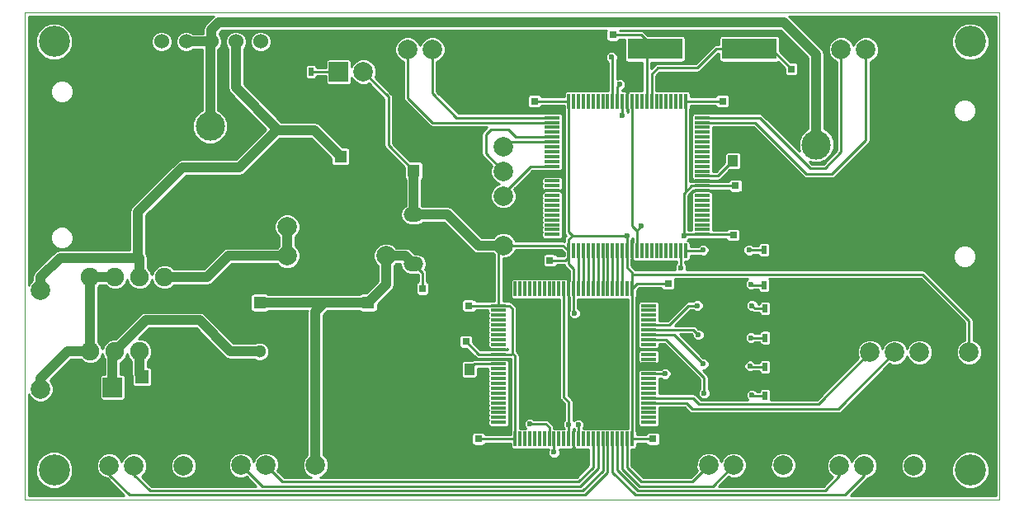
<source format=gbl>
G04 #@! TF.FileFunction,Copper,L2,Bot,Signal*
%FSLAX46Y46*%
G04 Gerber Fmt 4.6, Leading zero omitted, Abs format (unit mm)*
G04 Created by KiCad (PCBNEW (2015-07-11 BZR 5925, Git c291b88)-product) date 2015/07/28 4:08:13*
%MOMM*%
G01*
G04 APERTURE LIST*
%ADD10C,0.100000*%
%ADD11R,0.800000X0.750000*%
%ADD12R,1.000000X1.250000*%
%ADD13R,1.400000X1.400000*%
%ADD14C,1.400000*%
%ADD15R,0.750000X0.800000*%
%ADD16C,3.000000*%
%ADD17C,1.998980*%
%ADD18C,1.905000*%
%ADD19R,1.500000X0.300000*%
%ADD20R,0.300000X1.500000*%
%ADD21R,5.600700X2.100580*%
%ADD22C,2.000000*%
%ADD23O,2.000000X1.500000*%
%ADD24R,1.300000X1.300000*%
%ADD25C,1.300000*%
%ADD26R,1.998980X1.998980*%
%ADD27R,0.500000X0.900000*%
%ADD28R,2.000000X2.000000*%
%ADD29C,1.524000*%
%ADD30C,3.200000*%
%ADD31C,0.600000*%
%ADD32C,0.250000*%
%ADD33C,1.000000*%
%ADD34C,0.254000*%
G04 APERTURE END LIST*
D10*
X181000000Y-57600000D02*
X81000000Y-57600000D01*
X181000000Y-107600000D02*
X181000000Y-57600000D01*
X81000000Y-107600000D02*
X181000000Y-107600000D01*
X81000000Y-57600000D02*
X81000000Y-107600000D01*
D11*
X134850000Y-83050000D03*
X133350000Y-83050000D03*
X152600000Y-66700000D03*
X154100000Y-66700000D03*
D12*
X153650000Y-72850000D03*
X155650000Y-72850000D03*
D11*
X126550000Y-87700000D03*
X125050000Y-87700000D03*
X126250000Y-91400000D03*
X124750000Y-91400000D03*
D13*
X93000000Y-95000000D03*
D14*
X98000000Y-95000000D03*
D11*
X141350000Y-59900000D03*
X139850000Y-59900000D03*
D15*
X159650000Y-63400000D03*
X159650000Y-64900000D03*
D11*
X147000000Y-85450000D03*
X148500000Y-85450000D03*
X127550000Y-101400000D03*
X126050000Y-101400000D03*
D12*
X126600000Y-94250000D03*
X124600000Y-94250000D03*
D11*
X153700000Y-80450000D03*
X155200000Y-80450000D03*
X153900000Y-75400000D03*
X155400000Y-75400000D03*
D15*
X121800000Y-85950000D03*
X121800000Y-87450000D03*
D11*
X133300000Y-66700000D03*
X131800000Y-66700000D03*
X145450000Y-101400000D03*
X146950000Y-101400000D03*
D16*
X100000000Y-77200000D03*
X100000000Y-69280000D03*
D17*
X118080000Y-79600000D03*
X107920000Y-79600000D03*
X118080000Y-82600000D03*
X107920000Y-82600000D03*
X82600000Y-86120000D03*
X82600000Y-96280000D03*
D18*
X87690000Y-92410000D03*
X90230000Y-92410000D03*
X92770000Y-92410000D03*
X95310000Y-92410000D03*
X95310000Y-84790000D03*
X92770000Y-84790000D03*
X90230000Y-84790000D03*
X87690000Y-84790000D03*
D19*
X135100000Y-80400000D03*
X135100000Y-79900000D03*
X135100000Y-79400000D03*
X135100000Y-78900000D03*
X135100000Y-78400000D03*
X135100000Y-77900000D03*
X135100000Y-77400000D03*
X135100000Y-76900000D03*
X135100000Y-76400000D03*
X135100000Y-75900000D03*
X135100000Y-75400000D03*
X135100000Y-74900000D03*
X135100000Y-74400000D03*
X135100000Y-73900000D03*
X135100000Y-73400000D03*
X135100000Y-72900000D03*
X135100000Y-72400000D03*
X135100000Y-71900000D03*
X135100000Y-71400000D03*
X135100000Y-70900000D03*
X135100000Y-70400000D03*
X135100000Y-69900000D03*
X135100000Y-69400000D03*
X135100000Y-68900000D03*
X135100000Y-68400000D03*
D20*
X136800000Y-66700000D03*
X137300000Y-66700000D03*
X137800000Y-66700000D03*
X138300000Y-66700000D03*
X138800000Y-66700000D03*
X139300000Y-66700000D03*
X139800000Y-66700000D03*
X140300000Y-66700000D03*
X140800000Y-66700000D03*
X141300000Y-66700000D03*
X141800000Y-66700000D03*
X142300000Y-66700000D03*
X142800000Y-66700000D03*
X143300000Y-66700000D03*
X143800000Y-66700000D03*
X144300000Y-66700000D03*
X144800000Y-66700000D03*
X145300000Y-66700000D03*
X145800000Y-66700000D03*
X146300000Y-66700000D03*
X146800000Y-66700000D03*
X147300000Y-66700000D03*
X147800000Y-66700000D03*
X148300000Y-66700000D03*
X148800000Y-66700000D03*
D19*
X150500000Y-68400000D03*
X150500000Y-68900000D03*
X150500000Y-69400000D03*
X150500000Y-69900000D03*
X150500000Y-70400000D03*
X150500000Y-70900000D03*
X150500000Y-71400000D03*
X150500000Y-71900000D03*
X150500000Y-72400000D03*
X150500000Y-72900000D03*
X150500000Y-73400000D03*
X150500000Y-73900000D03*
X150500000Y-74400000D03*
X150500000Y-74900000D03*
X150500000Y-75400000D03*
X150500000Y-75900000D03*
X150500000Y-76400000D03*
X150500000Y-76900000D03*
X150500000Y-77400000D03*
X150500000Y-77900000D03*
X150500000Y-78400000D03*
X150500000Y-78900000D03*
X150500000Y-79400000D03*
X150500000Y-79900000D03*
X150500000Y-80400000D03*
D20*
X148800000Y-82100000D03*
X148300000Y-82100000D03*
X147800000Y-82100000D03*
X147300000Y-82100000D03*
X146800000Y-82100000D03*
X146300000Y-82100000D03*
X145800000Y-82100000D03*
X145300000Y-82100000D03*
X144800000Y-82100000D03*
X144300000Y-82100000D03*
X143800000Y-82100000D03*
X143300000Y-82100000D03*
X142800000Y-82100000D03*
X142300000Y-82100000D03*
X141800000Y-82100000D03*
X141300000Y-82100000D03*
X140800000Y-82100000D03*
X140300000Y-82100000D03*
X139800000Y-82100000D03*
X139300000Y-82100000D03*
X138800000Y-82100000D03*
X138300000Y-82100000D03*
X137800000Y-82100000D03*
X137300000Y-82100000D03*
X136800000Y-82100000D03*
D19*
X145000000Y-87700000D03*
X145000000Y-88200000D03*
X145000000Y-88700000D03*
X145000000Y-89200000D03*
X145000000Y-89700000D03*
X145000000Y-90200000D03*
X145000000Y-90700000D03*
X145000000Y-91200000D03*
X145000000Y-91700000D03*
X145000000Y-92200000D03*
X145000000Y-92700000D03*
X145000000Y-93200000D03*
X145000000Y-93700000D03*
X145000000Y-94200000D03*
X145000000Y-94700000D03*
X145000000Y-95200000D03*
X145000000Y-95700000D03*
X145000000Y-96200000D03*
X145000000Y-96700000D03*
X145000000Y-97200000D03*
X145000000Y-97700000D03*
X145000000Y-98200000D03*
X145000000Y-98700000D03*
X145000000Y-99200000D03*
X145000000Y-99700000D03*
D20*
X143300000Y-101400000D03*
X142800000Y-101400000D03*
X142300000Y-101400000D03*
X141800000Y-101400000D03*
X141300000Y-101400000D03*
X140800000Y-101400000D03*
X140300000Y-101400000D03*
X139800000Y-101400000D03*
X139300000Y-101400000D03*
X138800000Y-101400000D03*
X138300000Y-101400000D03*
X137800000Y-101400000D03*
X137300000Y-101400000D03*
X136800000Y-101400000D03*
X136300000Y-101400000D03*
X135800000Y-101400000D03*
X135300000Y-101400000D03*
X134800000Y-101400000D03*
X134300000Y-101400000D03*
X133800000Y-101400000D03*
X133300000Y-101400000D03*
X132800000Y-101400000D03*
X132300000Y-101400000D03*
X131800000Y-101400000D03*
X131300000Y-101400000D03*
D19*
X129600000Y-99700000D03*
X129600000Y-99200000D03*
X129600000Y-98700000D03*
X129600000Y-98200000D03*
X129600000Y-97700000D03*
X129600000Y-97200000D03*
X129600000Y-96700000D03*
X129600000Y-96200000D03*
X129600000Y-95700000D03*
X129600000Y-95200000D03*
X129600000Y-94700000D03*
X129600000Y-94200000D03*
X129600000Y-93700000D03*
X129600000Y-93200000D03*
X129600000Y-92700000D03*
X129600000Y-92200000D03*
X129600000Y-91700000D03*
X129600000Y-91200000D03*
X129600000Y-90700000D03*
X129600000Y-90200000D03*
X129600000Y-89700000D03*
X129600000Y-89200000D03*
X129600000Y-88700000D03*
X129600000Y-88200000D03*
X129600000Y-87700000D03*
D20*
X131300000Y-86000000D03*
X131800000Y-86000000D03*
X132300000Y-86000000D03*
X132800000Y-86000000D03*
X133300000Y-86000000D03*
X133800000Y-86000000D03*
X134300000Y-86000000D03*
X134800000Y-86000000D03*
X135300000Y-86000000D03*
X135800000Y-86000000D03*
X136300000Y-86000000D03*
X136800000Y-86000000D03*
X137300000Y-86000000D03*
X137800000Y-86000000D03*
X138300000Y-86000000D03*
X138800000Y-86000000D03*
X139300000Y-86000000D03*
X139800000Y-86000000D03*
X140300000Y-86000000D03*
X140800000Y-86000000D03*
X141300000Y-86000000D03*
X141800000Y-86000000D03*
X142300000Y-86000000D03*
X142800000Y-86000000D03*
X143300000Y-86000000D03*
D21*
X155348860Y-61350000D03*
X145651140Y-61350000D03*
D22*
X130100000Y-71370000D03*
X130100000Y-73910000D03*
X130100000Y-76450000D03*
X130100000Y-78990000D03*
X130100000Y-81530000D03*
X167720000Y-92500000D03*
X170260000Y-92500000D03*
X172800000Y-92500000D03*
X175340000Y-92500000D03*
X177880000Y-92500000D03*
D23*
X120900000Y-83440000D03*
X120900000Y-78360000D03*
X120900000Y-80900000D03*
D24*
X120900000Y-73850000D03*
D25*
X118400000Y-73850000D03*
D24*
X116200000Y-87400000D03*
D25*
X116200000Y-92400000D03*
D24*
X113400000Y-72400000D03*
D25*
X108400000Y-72400000D03*
D16*
X162200000Y-71200000D03*
X162200000Y-79120000D03*
D17*
X86190000Y-96100000D03*
D26*
X90000000Y-96100000D03*
D22*
X125340000Y-61400000D03*
X122800000Y-61400000D03*
X120260000Y-61400000D03*
X169840000Y-61400000D03*
X167300000Y-61400000D03*
X164760000Y-61400000D03*
X172212000Y-104140000D03*
X169672000Y-104140000D03*
X167132000Y-104140000D03*
X164592000Y-104140000D03*
X158810000Y-104100000D03*
X156270000Y-104100000D03*
X153730000Y-104100000D03*
X151190000Y-104100000D03*
X110810000Y-104100000D03*
X108270000Y-104100000D03*
X105730000Y-104100000D03*
X103190000Y-104100000D03*
X97282000Y-104140000D03*
X94742000Y-104140000D03*
X92202000Y-104140000D03*
X89662000Y-104140000D03*
D27*
X110350000Y-63700000D03*
X108850000Y-63700000D03*
D28*
X113200000Y-63700000D03*
D22*
X115740000Y-63700000D03*
D24*
X105100000Y-87400000D03*
D25*
X105100000Y-92400000D03*
D29*
X97560000Y-60600000D03*
X100100000Y-60600000D03*
X102640000Y-60600000D03*
X95020000Y-60600000D03*
X105180000Y-60600000D03*
D27*
X156950000Y-88000000D03*
X158450000Y-88000000D03*
X158450000Y-91000000D03*
X156950000Y-91000000D03*
X156950000Y-94000000D03*
X158450000Y-94000000D03*
X158450000Y-97000000D03*
X156950000Y-97000000D03*
D30*
X178000000Y-60600000D03*
X84000000Y-60600000D03*
X84000000Y-104600000D03*
X178000000Y-104600000D03*
D27*
X158350000Y-85600000D03*
X156850000Y-85600000D03*
X158350000Y-82000000D03*
X156850000Y-82000000D03*
D31*
X137400000Y-88500000D03*
X148600000Y-80500000D03*
X142800000Y-80500000D03*
X148500000Y-86900000D03*
X146800000Y-83800000D03*
X140100000Y-89800000D03*
X155800000Y-71200000D03*
X155600000Y-66800000D03*
X135300000Y-102750000D03*
X132800000Y-99850000D03*
X146700000Y-94700000D03*
X142000000Y-65000000D03*
X142300000Y-68150000D03*
X137800000Y-99950000D03*
X141200000Y-62200000D03*
X144250000Y-79550000D03*
X136800000Y-99900000D03*
X150000000Y-87700000D03*
X155600000Y-87700000D03*
X150100000Y-90700000D03*
X155500000Y-91000000D03*
X150600000Y-93700000D03*
X155400000Y-93900000D03*
X150700000Y-96700000D03*
X155600000Y-96900000D03*
X155500000Y-85500000D03*
X148300000Y-83800000D03*
X155300000Y-82000000D03*
X150600000Y-82000000D03*
D32*
X115740000Y-63700000D02*
X118300000Y-66260000D01*
X118300000Y-71250000D02*
X120900000Y-73850000D01*
X118300000Y-69200000D02*
X118300000Y-71250000D01*
X118300000Y-66260000D02*
X118300000Y-69200000D01*
D33*
X120900000Y-78360000D02*
X124360000Y-78360000D01*
X127530000Y-81530000D02*
X130100000Y-81530000D01*
X124360000Y-78360000D02*
X127530000Y-81530000D01*
X120900000Y-78360000D02*
X120900000Y-73850000D01*
D32*
X177880000Y-92500000D02*
X177880000Y-89280000D01*
X173100000Y-84500000D02*
X143300000Y-84500000D01*
X177880000Y-89280000D02*
X173100000Y-84500000D01*
X137300000Y-86000000D02*
X137300000Y-88400000D01*
X137300000Y-88400000D02*
X137400000Y-88500000D01*
X136800000Y-82100000D02*
X136800000Y-83400000D01*
X137300000Y-83900000D02*
X137300000Y-86000000D01*
X136800000Y-83400000D02*
X137300000Y-83900000D01*
X130100000Y-81530000D02*
X129600000Y-82030000D01*
X129600000Y-82030000D02*
X129600000Y-87700000D01*
X133300000Y-66700000D02*
X136800000Y-66700000D01*
X137200000Y-80500000D02*
X136800000Y-80100000D01*
X136800000Y-80100000D02*
X136800000Y-66700000D01*
X143300000Y-101400000D02*
X143300000Y-86900000D01*
X143300000Y-86900000D02*
X143300000Y-86000000D01*
X131000000Y-92600000D02*
X131300000Y-92900000D01*
X131300000Y-92900000D02*
X131300000Y-101400000D01*
X129600000Y-87700000D02*
X130700000Y-87700000D01*
X130900000Y-92700000D02*
X129600000Y-92700000D01*
X131000000Y-92600000D02*
X130900000Y-92700000D01*
X131000000Y-88000000D02*
X131000000Y-92600000D01*
X130700000Y-87700000D02*
X131000000Y-88000000D01*
X148600000Y-76200000D02*
X148800000Y-76000000D01*
X148800000Y-76000000D02*
X148800000Y-66700000D01*
X148600000Y-80500000D02*
X148600000Y-76200000D01*
X149400000Y-75400000D02*
X150500000Y-75400000D01*
X148600000Y-76200000D02*
X149400000Y-75400000D01*
X142800000Y-82100000D02*
X142800000Y-83800000D01*
X142800000Y-83800000D02*
X143300000Y-84300000D01*
X143300000Y-84300000D02*
X143300000Y-84500000D01*
X143300000Y-84500000D02*
X143300000Y-86000000D01*
X148700000Y-80400000D02*
X150500000Y-80400000D01*
X148600000Y-80500000D02*
X148700000Y-80400000D01*
X150500000Y-80400000D02*
X153650000Y-80400000D01*
X153650000Y-80400000D02*
X153700000Y-80450000D01*
X136800000Y-82100000D02*
X136800000Y-80900000D01*
X137200000Y-80500000D02*
X142800000Y-80500000D01*
X136800000Y-80900000D02*
X137200000Y-80500000D01*
X130100000Y-81530000D02*
X136230000Y-81530000D01*
X136230000Y-81530000D02*
X136800000Y-82100000D01*
X143300000Y-86000000D02*
X143850000Y-85450000D01*
X143850000Y-85450000D02*
X147000000Y-85450000D01*
X148800000Y-66700000D02*
X152600000Y-66700000D01*
X150500000Y-75400000D02*
X153900000Y-75400000D01*
X136800000Y-82100000D02*
X136800000Y-82700000D01*
X136800000Y-82700000D02*
X136450000Y-83050000D01*
X136450000Y-83050000D02*
X134850000Y-83050000D01*
X129600000Y-87700000D02*
X126550000Y-87700000D01*
X129600000Y-92700000D02*
X127550000Y-92700000D01*
X127550000Y-92700000D02*
X126250000Y-91400000D01*
X127550000Y-101400000D02*
X131300000Y-101400000D01*
X143300000Y-101400000D02*
X145450000Y-101400000D01*
X142800000Y-80500000D02*
X142800000Y-82100000D01*
X143300000Y-82100000D02*
X143300000Y-83200000D01*
X148500000Y-86900000D02*
X148500000Y-85450000D01*
X146600000Y-83600000D02*
X146800000Y-83800000D01*
X143700000Y-83600000D02*
X146600000Y-83600000D01*
X143300000Y-83200000D02*
X143700000Y-83600000D01*
X145000000Y-94200000D02*
X145000000Y-93700000D01*
X154100000Y-66700000D02*
X155500000Y-66700000D01*
X155800000Y-71200000D02*
X155800000Y-72700000D01*
X155500000Y-66700000D02*
X155600000Y-66800000D01*
X155800000Y-72700000D02*
X155650000Y-72850000D01*
X150500000Y-74400000D02*
X152100000Y-74400000D01*
X152100000Y-74400000D02*
X153650000Y-72850000D01*
D33*
X92770000Y-92410000D02*
X92770000Y-94770000D01*
X92770000Y-94770000D02*
X93000000Y-95000000D01*
D32*
X145651140Y-61350000D02*
X144800000Y-62201140D01*
X144800000Y-62201140D02*
X144800000Y-66700000D01*
X141350000Y-59900000D02*
X144201140Y-59900000D01*
X144201140Y-59900000D02*
X145651140Y-61350000D01*
X155348860Y-61350000D02*
X157600000Y-61350000D01*
X157600000Y-61350000D02*
X159650000Y-63400000D01*
X145300000Y-66700000D02*
X145300000Y-63950000D01*
X151950000Y-61350000D02*
X155348860Y-61350000D01*
X150000000Y-63300000D02*
X151950000Y-61350000D01*
X145950000Y-63300000D02*
X150000000Y-63300000D01*
X145300000Y-63950000D02*
X145950000Y-63300000D01*
X135300000Y-101400000D02*
X135300000Y-102750000D01*
X134800000Y-101400000D02*
X134800000Y-100200000D01*
X134450000Y-99850000D02*
X132800000Y-99850000D01*
X134800000Y-100200000D02*
X134450000Y-99850000D01*
X129600000Y-93700000D02*
X127150000Y-93700000D01*
X127150000Y-93700000D02*
X126600000Y-94250000D01*
D33*
X120900000Y-83440000D02*
X120060000Y-82600000D01*
X120060000Y-82600000D02*
X118080000Y-82600000D01*
D32*
X120900000Y-83440000D02*
X121800000Y-84340000D01*
X121800000Y-84340000D02*
X121800000Y-85950000D01*
D33*
X110810000Y-104100000D02*
X110810000Y-88290000D01*
X110810000Y-88290000D02*
X111700000Y-87400000D01*
X116200000Y-87400000D02*
X111700000Y-87400000D01*
X111700000Y-87400000D02*
X105100000Y-87400000D01*
X118080000Y-82600000D02*
X118080000Y-85520000D01*
X118080000Y-85520000D02*
X116200000Y-87400000D01*
D32*
X130100000Y-71370000D02*
X130570000Y-70900000D01*
X130570000Y-70900000D02*
X135100000Y-70900000D01*
X128900000Y-69600000D02*
X128800000Y-69600000D01*
X128300000Y-70100000D02*
X128300000Y-70300000D01*
X128800000Y-69600000D02*
X128300000Y-70100000D01*
X130600000Y-69600000D02*
X129000000Y-69600000D01*
X132300000Y-70400000D02*
X132000000Y-70400000D01*
X132000000Y-70400000D02*
X131800000Y-70400000D01*
X131800000Y-70400000D02*
X131600000Y-70400000D01*
X131600000Y-70400000D02*
X131400000Y-70400000D01*
X131400000Y-70400000D02*
X130600000Y-69600000D01*
X135100000Y-70400000D02*
X132300000Y-70400000D01*
X128300000Y-72110000D02*
X130100000Y-73910000D01*
X128300000Y-70300000D02*
X128300000Y-72110000D01*
X129000000Y-69600000D02*
X128900000Y-69600000D01*
X135100000Y-73400000D02*
X132900000Y-73400000D01*
X132900000Y-73400000D02*
X130100000Y-76200000D01*
X130100000Y-76200000D02*
X130100000Y-76450000D01*
D33*
X100100000Y-60600000D02*
X100000000Y-60700000D01*
X100000000Y-60700000D02*
X100000000Y-69280000D01*
X100100000Y-60600000D02*
X100100000Y-59400000D01*
X162200000Y-61900000D02*
X162200000Y-71200000D01*
X158900000Y-58600000D02*
X162200000Y-61900000D01*
X155100000Y-58600000D02*
X158900000Y-58600000D01*
X100900000Y-58600000D02*
X155100000Y-58600000D01*
X100100000Y-59400000D02*
X100900000Y-58600000D01*
X100100000Y-68580000D02*
X100000000Y-68680000D01*
X97560000Y-60600000D02*
X100100000Y-60600000D01*
D32*
X145000000Y-97200000D02*
X149600000Y-97200000D01*
X162420000Y-97800000D02*
X167720000Y-92500000D01*
X150200000Y-97800000D02*
X162420000Y-97800000D01*
X149600000Y-97200000D02*
X150200000Y-97800000D01*
X167180000Y-93300000D02*
X167200000Y-93280000D01*
X167200000Y-93280000D02*
X167080000Y-93280000D01*
X145000000Y-97700000D02*
X148900000Y-97700000D01*
X164460000Y-98300000D02*
X170260000Y-92500000D01*
X149500000Y-98300000D02*
X164460000Y-98300000D01*
X148900000Y-97700000D02*
X149500000Y-98300000D01*
X146700000Y-94700000D02*
X145000000Y-94700000D01*
D33*
X92600000Y-82800000D02*
X92600000Y-78100000D01*
X103000000Y-73500000D02*
X106900000Y-69600000D01*
X97200000Y-73500000D02*
X103000000Y-73500000D01*
X92600000Y-78100000D02*
X97200000Y-73500000D01*
X113400000Y-72400000D02*
X110700000Y-69700000D01*
X110700000Y-69700000D02*
X107000000Y-69700000D01*
X107000000Y-69700000D02*
X106900000Y-69600000D01*
X102640000Y-65340000D02*
X102640000Y-60600000D01*
X106900000Y-69600000D02*
X102640000Y-65340000D01*
X84600000Y-82800000D02*
X82600000Y-84800000D01*
X92770000Y-82800000D02*
X92600000Y-82800000D01*
X92600000Y-82800000D02*
X84800000Y-82800000D01*
X84600000Y-82800000D02*
X84800000Y-82800000D01*
X82600000Y-84800000D02*
X82600000Y-86120000D01*
X92770000Y-84790000D02*
X92770000Y-82800000D01*
X113340000Y-72340000D02*
X113400000Y-72400000D01*
X105100000Y-92400000D02*
X102100000Y-92400000D01*
X93440000Y-89200000D02*
X90230000Y-92410000D01*
X98900000Y-89200000D02*
X93440000Y-89200000D01*
X102100000Y-92400000D02*
X98900000Y-89200000D01*
X90000000Y-96100000D02*
X90000000Y-92640000D01*
X90000000Y-92640000D02*
X90230000Y-92410000D01*
X107920000Y-79600000D02*
X107920000Y-82600000D01*
X95310000Y-84790000D02*
X99710000Y-84790000D01*
X101900000Y-82600000D02*
X107920000Y-82600000D01*
X99710000Y-84790000D02*
X101900000Y-82600000D01*
X82600000Y-96280000D02*
X82600000Y-95200000D01*
X82600000Y-95200000D02*
X85390000Y-92410000D01*
X87690000Y-92410000D02*
X85390000Y-92410000D01*
X87690000Y-92410000D02*
X87690000Y-84790000D01*
X90230000Y-84790000D02*
X87690000Y-84790000D01*
D32*
X142000000Y-65000000D02*
X141800000Y-65200000D01*
X141800000Y-65200000D02*
X141800000Y-66700000D01*
X164592000Y-104140000D02*
X164592000Y-105198000D01*
X141800000Y-104599998D02*
X143900000Y-106699998D01*
X143900000Y-106699998D02*
X163090002Y-106699998D01*
X141800000Y-104599998D02*
X141800000Y-101400000D01*
X164592000Y-105198000D02*
X163090002Y-106699998D01*
X167132000Y-104140000D02*
X167132000Y-105198000D01*
X141300000Y-104300000D02*
X141300000Y-101400000D01*
X141300000Y-104300000D02*
X141300000Y-104350000D01*
X141300000Y-104800000D02*
X143650000Y-107150000D01*
X143650000Y-107150000D02*
X165180000Y-107150000D01*
X141300000Y-104350000D02*
X141300000Y-104800000D01*
X167132000Y-105198000D02*
X165180000Y-107150000D01*
X151190000Y-104100000D02*
X149490006Y-105799994D01*
X142800000Y-104327202D02*
X144272792Y-105799994D01*
X144272792Y-105799994D02*
X149490006Y-105799994D01*
X142800000Y-104327202D02*
X142800000Y-101400000D01*
X153730000Y-104100000D02*
X151580004Y-106249996D01*
X142300000Y-104463600D02*
X142300000Y-101400000D01*
X144086396Y-106249996D02*
X151580004Y-106249996D01*
X142300000Y-104463600D02*
X144086396Y-106249996D01*
X153730000Y-104100000D02*
X153730000Y-104170000D01*
X139800000Y-101400000D02*
X139800000Y-104450000D01*
X139800000Y-104450000D02*
X137999998Y-106250002D01*
X105340002Y-106250002D02*
X103190000Y-104100000D01*
X137999998Y-106250002D02*
X105340002Y-106250002D01*
X107430000Y-105800000D02*
X105730000Y-104100000D01*
X137800000Y-105800000D02*
X107430000Y-105800000D01*
X139300000Y-101400000D02*
X139300000Y-104300000D01*
X139300000Y-104300000D02*
X137800000Y-105800000D01*
X89662000Y-104140000D02*
X89662000Y-105072000D01*
X89662000Y-105072000D02*
X91740006Y-107150006D01*
X140800000Y-104850000D02*
X138499994Y-107150006D01*
X138499994Y-107150006D02*
X91740006Y-107150006D01*
X140800000Y-101400000D02*
X140800000Y-104850000D01*
X92202000Y-104140000D02*
X92202000Y-105072000D01*
X92202000Y-105072000D02*
X93830004Y-106700004D01*
X140300000Y-104650000D02*
X138249996Y-106700004D01*
X138249996Y-106700004D02*
X93830004Y-106700004D01*
X140300000Y-101400000D02*
X140300000Y-104650000D01*
X142300000Y-82100000D02*
X142300000Y-86000000D01*
X141800000Y-86000000D02*
X141800000Y-82100000D01*
X141300000Y-82100000D02*
X141300000Y-86000000D01*
X140800000Y-86000000D02*
X140800000Y-82100000D01*
X140300000Y-86000000D02*
X140300000Y-82100000D01*
X139800000Y-82100000D02*
X139800000Y-86000000D01*
X139300000Y-86000000D02*
X139300000Y-82100000D01*
X138800000Y-82100000D02*
X138800000Y-86000000D01*
X138300000Y-82100000D02*
X138300000Y-86000000D01*
X137800000Y-86000000D02*
X137800000Y-82100000D01*
X142300000Y-66700000D02*
X142300000Y-68150000D01*
X137800000Y-101400000D02*
X137800000Y-99950000D01*
X110350000Y-63700000D02*
X113200000Y-63700000D01*
X141300000Y-66700000D02*
X141300000Y-62300000D01*
X141300000Y-62300000D02*
X141200000Y-62200000D01*
X143300000Y-66700000D02*
X143300000Y-79500000D01*
X143300000Y-79500000D02*
X143800000Y-80000000D01*
X143800000Y-82100000D02*
X143800000Y-80000000D01*
X143800000Y-80000000D02*
X144250000Y-79550000D01*
X136300000Y-86000000D02*
X136300000Y-97100000D01*
X136800000Y-97600000D02*
X136800000Y-99900000D01*
X136300000Y-97100000D02*
X136800000Y-97600000D01*
X136800000Y-101400000D02*
X136800000Y-99900000D01*
X135100000Y-68400000D02*
X125300000Y-68400000D01*
X122800000Y-65900000D02*
X122800000Y-61400000D01*
X125300000Y-68400000D02*
X122800000Y-65900000D01*
X135100000Y-68900000D02*
X122800000Y-68900000D01*
X120260000Y-66360000D02*
X120260000Y-61400000D01*
X122800000Y-68900000D02*
X120260000Y-66360000D01*
X167300000Y-61400000D02*
X167300000Y-70700000D01*
X155900000Y-68900000D02*
X150500000Y-68900000D01*
X161200000Y-74200000D02*
X155900000Y-68900000D01*
X163800000Y-74200000D02*
X161200000Y-74200000D01*
X167300000Y-70700000D02*
X163800000Y-74200000D01*
X164760000Y-61400000D02*
X164760000Y-71940000D01*
X156400000Y-68400000D02*
X150500000Y-68400000D01*
X161600000Y-73600000D02*
X156400000Y-68400000D01*
X163100000Y-73600000D02*
X161600000Y-73600000D01*
X164760000Y-71940000D02*
X163100000Y-73600000D01*
X147100000Y-89700000D02*
X145000000Y-89700000D01*
X149100000Y-87700000D02*
X150000000Y-87700000D01*
X147100000Y-89700000D02*
X149100000Y-87700000D01*
X156950000Y-88000000D02*
X155900000Y-88000000D01*
X155900000Y-88000000D02*
X155600000Y-87700000D01*
X149600000Y-90200000D02*
X145000000Y-90200000D01*
X149600000Y-90200000D02*
X150100000Y-90700000D01*
X155500000Y-91000000D02*
X156950000Y-91000000D01*
X147500000Y-90700000D02*
X145000000Y-90700000D01*
X147600000Y-90700000D02*
X150600000Y-93700000D01*
X147500000Y-90700000D02*
X147600000Y-90700000D01*
X156950000Y-94000000D02*
X155500000Y-94000000D01*
X155500000Y-94000000D02*
X155400000Y-93900000D01*
X146800000Y-91200000D02*
X145000000Y-91200000D01*
X150700000Y-95100000D02*
X150700000Y-96700000D01*
X146800000Y-91200000D02*
X150700000Y-95100000D01*
X155700000Y-97000000D02*
X156950000Y-97000000D01*
X155600000Y-96900000D02*
X155700000Y-97000000D01*
X156850000Y-85600000D02*
X155600000Y-85600000D01*
X155600000Y-85600000D02*
X155500000Y-85500000D01*
X148300000Y-83800000D02*
X148300000Y-82100000D01*
X155300000Y-82000000D02*
X156850000Y-82000000D01*
X150500000Y-82100000D02*
X150600000Y-82000000D01*
X150500000Y-82100000D02*
X148800000Y-82100000D01*
D34*
G36*
X131225631Y-80779297D02*
X130852666Y-80405681D01*
X130365115Y-80203231D01*
X129837202Y-80202771D01*
X129349297Y-80404369D01*
X129050145Y-80703000D01*
X127872554Y-80703000D01*
X124944777Y-77775223D01*
X124676479Y-77595952D01*
X124360000Y-77533000D01*
X121839604Y-77533000D01*
X121727000Y-77457760D01*
X121727000Y-74774849D01*
X121784270Y-74737229D01*
X121857625Y-74628555D01*
X121883406Y-74500000D01*
X121883406Y-73200000D01*
X121859215Y-73075316D01*
X121787229Y-72965730D01*
X121678555Y-72892375D01*
X121550000Y-72866594D01*
X120555818Y-72866594D01*
X118752000Y-71062776D01*
X118752000Y-66260000D01*
X118717594Y-66087027D01*
X118619612Y-65940388D01*
X116942826Y-64263602D01*
X117066769Y-63965115D01*
X117067229Y-63437202D01*
X116865631Y-62949297D01*
X116492666Y-62575681D01*
X116005115Y-62373231D01*
X115477202Y-62372771D01*
X114989297Y-62574369D01*
X114615681Y-62947334D01*
X114533406Y-63145473D01*
X114533406Y-62700000D01*
X114509215Y-62575316D01*
X114437229Y-62465730D01*
X114328555Y-62392375D01*
X114200000Y-62366594D01*
X112200000Y-62366594D01*
X112075316Y-62390785D01*
X111965730Y-62462771D01*
X111892375Y-62571445D01*
X111866594Y-62700000D01*
X111866594Y-63248000D01*
X110933018Y-63248000D01*
X110909215Y-63125316D01*
X110837229Y-63015730D01*
X110728555Y-62942375D01*
X110600000Y-62916594D01*
X110100000Y-62916594D01*
X109975316Y-62940785D01*
X109865730Y-63012771D01*
X109792375Y-63121445D01*
X109766594Y-63250000D01*
X109766594Y-64150000D01*
X109790785Y-64274684D01*
X109862771Y-64384270D01*
X109971445Y-64457625D01*
X110100000Y-64483406D01*
X110600000Y-64483406D01*
X110724684Y-64459215D01*
X110834270Y-64387229D01*
X110907625Y-64278555D01*
X110933005Y-64152000D01*
X111866594Y-64152000D01*
X111866594Y-64700000D01*
X111890785Y-64824684D01*
X111962771Y-64934270D01*
X112071445Y-65007625D01*
X112200000Y-65033406D01*
X114200000Y-65033406D01*
X114324684Y-65009215D01*
X114434270Y-64937229D01*
X114507625Y-64828555D01*
X114533406Y-64700000D01*
X114533406Y-64254757D01*
X114614369Y-64450703D01*
X114987334Y-64824319D01*
X115474885Y-65026769D01*
X116002798Y-65027229D01*
X116303682Y-64902906D01*
X117848000Y-66447224D01*
X117848000Y-71250000D01*
X117882406Y-71422973D01*
X117980388Y-71569612D01*
X119916594Y-73505818D01*
X119916594Y-74500000D01*
X119940785Y-74624684D01*
X120012771Y-74734270D01*
X120073000Y-74774925D01*
X120073000Y-77457760D01*
X119862449Y-77598446D01*
X119628985Y-77947850D01*
X119547003Y-78360000D01*
X119628985Y-78772150D01*
X119862449Y-79121554D01*
X120211853Y-79355018D01*
X120624003Y-79437000D01*
X121175997Y-79437000D01*
X121588147Y-79355018D01*
X121839604Y-79187000D01*
X124017446Y-79187000D01*
X126945223Y-82114777D01*
X127213521Y-82294048D01*
X127530000Y-82357000D01*
X129050533Y-82357000D01*
X129148000Y-82454637D01*
X129148000Y-87216594D01*
X128850000Y-87216594D01*
X128725316Y-87240785D01*
X128714332Y-87248000D01*
X127268467Y-87248000D01*
X127259215Y-87200316D01*
X127187229Y-87090730D01*
X127078555Y-87017375D01*
X126950000Y-86991594D01*
X126150000Y-86991594D01*
X126025316Y-87015785D01*
X125915730Y-87087771D01*
X125842375Y-87196445D01*
X125816594Y-87325000D01*
X125816594Y-88075000D01*
X125840785Y-88199684D01*
X125912771Y-88309270D01*
X126021445Y-88382625D01*
X126150000Y-88408406D01*
X126950000Y-88408406D01*
X127074684Y-88384215D01*
X127184270Y-88312229D01*
X127257625Y-88203555D01*
X127267964Y-88152000D01*
X128516594Y-88152000D01*
X128516594Y-88350000D01*
X128536317Y-88451654D01*
X128516594Y-88550000D01*
X128516594Y-88850000D01*
X128536317Y-88951654D01*
X128516594Y-89050000D01*
X128516594Y-89350000D01*
X128536317Y-89451654D01*
X128516594Y-89550000D01*
X128516594Y-89850000D01*
X128536317Y-89951654D01*
X128516594Y-90050000D01*
X128516594Y-90350000D01*
X128536317Y-90451654D01*
X128516594Y-90550000D01*
X128516594Y-90850000D01*
X128536317Y-90951654D01*
X128516594Y-91050000D01*
X128516594Y-91350000D01*
X128536317Y-91451654D01*
X128516594Y-91550000D01*
X128516594Y-91850000D01*
X128540785Y-91974684D01*
X128612771Y-92084270D01*
X128721445Y-92157625D01*
X128850000Y-92183406D01*
X130350000Y-92183406D01*
X130474684Y-92159215D01*
X130548000Y-92111054D01*
X130548000Y-92248000D01*
X130486888Y-92248000D01*
X130478555Y-92242375D01*
X130350000Y-92216594D01*
X128850000Y-92216594D01*
X128725316Y-92240785D01*
X128714332Y-92248000D01*
X127737225Y-92248000D01*
X126983406Y-91494182D01*
X126983406Y-91025000D01*
X126959215Y-90900316D01*
X126887229Y-90790730D01*
X126778555Y-90717375D01*
X126650000Y-90691594D01*
X125850000Y-90691594D01*
X125725316Y-90715785D01*
X125615730Y-90787771D01*
X125542375Y-90896445D01*
X125516594Y-91025000D01*
X125516594Y-91775000D01*
X125540785Y-91899684D01*
X125612771Y-92009270D01*
X125721445Y-92082625D01*
X125850000Y-92108406D01*
X126319182Y-92108406D01*
X127230388Y-93019613D01*
X127377027Y-93117594D01*
X127550000Y-93152000D01*
X128713112Y-93152000D01*
X128721445Y-93157625D01*
X128850000Y-93183406D01*
X130350000Y-93183406D01*
X130474684Y-93159215D01*
X130485668Y-93152000D01*
X130848000Y-93152000D01*
X130848000Y-100513112D01*
X130842375Y-100521445D01*
X130816594Y-100650000D01*
X130816594Y-100948000D01*
X128268467Y-100948000D01*
X128259215Y-100900316D01*
X128187229Y-100790730D01*
X128078555Y-100717375D01*
X127950000Y-100691594D01*
X127150000Y-100691594D01*
X127025316Y-100715785D01*
X126915730Y-100787771D01*
X126842375Y-100896445D01*
X126816594Y-101025000D01*
X126816594Y-101775000D01*
X126840785Y-101899684D01*
X126912771Y-102009270D01*
X127021445Y-102082625D01*
X127150000Y-102108406D01*
X127950000Y-102108406D01*
X128074684Y-102084215D01*
X128184270Y-102012229D01*
X128257625Y-101903555D01*
X128267964Y-101852000D01*
X130816594Y-101852000D01*
X130816594Y-102150000D01*
X130840785Y-102274684D01*
X130912771Y-102384270D01*
X131021445Y-102457625D01*
X131150000Y-102483406D01*
X131450000Y-102483406D01*
X131551654Y-102463683D01*
X131650000Y-102483406D01*
X131950000Y-102483406D01*
X132051654Y-102463683D01*
X132150000Y-102483406D01*
X132450000Y-102483406D01*
X132551654Y-102463683D01*
X132650000Y-102483406D01*
X132950000Y-102483406D01*
X133051654Y-102463683D01*
X133150000Y-102483406D01*
X133450000Y-102483406D01*
X133551654Y-102463683D01*
X133650000Y-102483406D01*
X133950000Y-102483406D01*
X134051654Y-102463683D01*
X134150000Y-102483406D01*
X134450000Y-102483406D01*
X134551654Y-102463683D01*
X134650000Y-102483406D01*
X134731794Y-102483406D01*
X134673109Y-102624735D01*
X134672891Y-102874171D01*
X134768145Y-103104703D01*
X134944369Y-103281235D01*
X135174735Y-103376891D01*
X135424171Y-103377109D01*
X135654703Y-103281855D01*
X135831235Y-103105631D01*
X135926891Y-102875265D01*
X135927109Y-102625829D01*
X135868261Y-102483406D01*
X135950000Y-102483406D01*
X136051654Y-102463683D01*
X136150000Y-102483406D01*
X136450000Y-102483406D01*
X136551654Y-102463683D01*
X136650000Y-102483406D01*
X136950000Y-102483406D01*
X137074684Y-102459215D01*
X137184270Y-102387229D01*
X137257625Y-102278555D01*
X137283406Y-102150000D01*
X137283406Y-100650000D01*
X137259215Y-100525316D01*
X137252000Y-100514332D01*
X137252000Y-100334728D01*
X137275099Y-100311669D01*
X137348000Y-100384698D01*
X137348000Y-100513112D01*
X137342375Y-100521445D01*
X137316594Y-100650000D01*
X137316594Y-102150000D01*
X137340785Y-102274684D01*
X137412771Y-102384270D01*
X137521445Y-102457625D01*
X137650000Y-102483406D01*
X137950000Y-102483406D01*
X138051654Y-102463683D01*
X138150000Y-102483406D01*
X138450000Y-102483406D01*
X138551654Y-102463683D01*
X138650000Y-102483406D01*
X138848000Y-102483406D01*
X138848000Y-104112775D01*
X137612776Y-105348000D01*
X111264547Y-105348000D01*
X111560703Y-105225631D01*
X111934319Y-104852666D01*
X112136769Y-104365115D01*
X112137229Y-103837202D01*
X111935631Y-103349297D01*
X111637000Y-103050145D01*
X111637000Y-93625000D01*
X125766594Y-93625000D01*
X125766594Y-94875000D01*
X125790785Y-94999684D01*
X125862771Y-95109270D01*
X125971445Y-95182625D01*
X126100000Y-95208406D01*
X127100000Y-95208406D01*
X127224684Y-95184215D01*
X127334270Y-95112229D01*
X127407625Y-95003555D01*
X127433406Y-94875000D01*
X127433406Y-94152000D01*
X128516594Y-94152000D01*
X128516594Y-94350000D01*
X128536317Y-94451654D01*
X128516594Y-94550000D01*
X128516594Y-94850000D01*
X128536317Y-94951654D01*
X128516594Y-95050000D01*
X128516594Y-95350000D01*
X128536317Y-95451654D01*
X128516594Y-95550000D01*
X128516594Y-95850000D01*
X128536317Y-95951654D01*
X128516594Y-96050000D01*
X128516594Y-96350000D01*
X128536317Y-96451654D01*
X128516594Y-96550000D01*
X128516594Y-96850000D01*
X128536317Y-96951654D01*
X128516594Y-97050000D01*
X128516594Y-97350000D01*
X128536317Y-97451654D01*
X128516594Y-97550000D01*
X128516594Y-97850000D01*
X128536317Y-97951654D01*
X128516594Y-98050000D01*
X128516594Y-98350000D01*
X128536317Y-98451654D01*
X128516594Y-98550000D01*
X128516594Y-98850000D01*
X128536317Y-98951654D01*
X128516594Y-99050000D01*
X128516594Y-99350000D01*
X128536317Y-99451654D01*
X128516594Y-99550000D01*
X128516594Y-99850000D01*
X128540785Y-99974684D01*
X128612771Y-100084270D01*
X128721445Y-100157625D01*
X128850000Y-100183406D01*
X130350000Y-100183406D01*
X130474684Y-100159215D01*
X130584270Y-100087229D01*
X130657625Y-99978555D01*
X130683406Y-99850000D01*
X130683406Y-99550000D01*
X130663683Y-99448346D01*
X130683406Y-99350000D01*
X130683406Y-99050000D01*
X130663683Y-98948346D01*
X130683406Y-98850000D01*
X130683406Y-98550000D01*
X130663683Y-98448346D01*
X130683406Y-98350000D01*
X130683406Y-98050000D01*
X130663683Y-97948346D01*
X130683406Y-97850000D01*
X130683406Y-97550000D01*
X130663683Y-97448346D01*
X130683406Y-97350000D01*
X130683406Y-97050000D01*
X130663683Y-96948346D01*
X130683406Y-96850000D01*
X130683406Y-96550000D01*
X130663683Y-96448346D01*
X130683406Y-96350000D01*
X130683406Y-96050000D01*
X130663683Y-95948346D01*
X130683406Y-95850000D01*
X130683406Y-95550000D01*
X130663683Y-95448346D01*
X130683406Y-95350000D01*
X130683406Y-95050000D01*
X130663683Y-94948346D01*
X130683406Y-94850000D01*
X130683406Y-94550000D01*
X130663683Y-94448346D01*
X130683406Y-94350000D01*
X130683406Y-94050000D01*
X130663683Y-93948346D01*
X130683406Y-93850000D01*
X130683406Y-93550000D01*
X130659215Y-93425316D01*
X130587229Y-93315730D01*
X130478555Y-93242375D01*
X130350000Y-93216594D01*
X128850000Y-93216594D01*
X128725316Y-93240785D01*
X128714332Y-93248000D01*
X127150000Y-93248000D01*
X126989123Y-93280000D01*
X126977027Y-93282406D01*
X126963276Y-93291594D01*
X126100000Y-93291594D01*
X125975316Y-93315785D01*
X125865730Y-93387771D01*
X125792375Y-93496445D01*
X125766594Y-93625000D01*
X111637000Y-93625000D01*
X111637000Y-88632554D01*
X112042554Y-88227000D01*
X115275151Y-88227000D01*
X115312771Y-88284270D01*
X115421445Y-88357625D01*
X115550000Y-88383406D01*
X116850000Y-88383406D01*
X116974684Y-88359215D01*
X117084270Y-88287229D01*
X117157625Y-88178555D01*
X117183406Y-88050000D01*
X117183406Y-87586148D01*
X118664777Y-86104778D01*
X118844048Y-85836479D01*
X118856680Y-85772973D01*
X118907000Y-85520000D01*
X118907000Y-83648746D01*
X119129134Y-83427000D01*
X119549589Y-83427000D01*
X119547003Y-83440000D01*
X119628985Y-83852150D01*
X119862449Y-84201554D01*
X120211853Y-84435018D01*
X120624003Y-84517000D01*
X121175997Y-84517000D01*
X121310935Y-84490159D01*
X121348000Y-84527224D01*
X121348000Y-85231533D01*
X121300316Y-85240785D01*
X121190730Y-85312771D01*
X121117375Y-85421445D01*
X121091594Y-85550000D01*
X121091594Y-86350000D01*
X121115785Y-86474684D01*
X121187771Y-86584270D01*
X121296445Y-86657625D01*
X121425000Y-86683406D01*
X122175000Y-86683406D01*
X122299684Y-86659215D01*
X122409270Y-86587229D01*
X122482625Y-86478555D01*
X122508406Y-86350000D01*
X122508406Y-85550000D01*
X122484215Y-85425316D01*
X122412229Y-85315730D01*
X122303555Y-85242375D01*
X122252000Y-85232036D01*
X122252000Y-84340000D01*
X122217594Y-84167027D01*
X122119612Y-84020388D01*
X122083039Y-83983815D01*
X122171015Y-83852150D01*
X122252997Y-83440000D01*
X122171015Y-83027850D01*
X121937551Y-82678446D01*
X121588147Y-82444982D01*
X121175997Y-82363000D01*
X120992554Y-82363000D01*
X120644777Y-82015223D01*
X120376479Y-81835952D01*
X120060000Y-81773000D01*
X119128746Y-81773000D01*
X118832377Y-81476113D01*
X118345013Y-81273741D01*
X117817303Y-81273281D01*
X117329586Y-81474801D01*
X116956113Y-81847623D01*
X116753741Y-82334987D01*
X116753281Y-82862697D01*
X116954801Y-83350414D01*
X117253000Y-83649134D01*
X117253000Y-85177445D01*
X116013852Y-86416594D01*
X115550000Y-86416594D01*
X115425316Y-86440785D01*
X115315730Y-86512771D01*
X115275075Y-86573000D01*
X106024849Y-86573000D01*
X105987229Y-86515730D01*
X105878555Y-86442375D01*
X105750000Y-86416594D01*
X104450000Y-86416594D01*
X104325316Y-86440785D01*
X104215730Y-86512771D01*
X104142375Y-86621445D01*
X104116594Y-86750000D01*
X104116594Y-88050000D01*
X104140785Y-88174684D01*
X104212771Y-88284270D01*
X104321445Y-88357625D01*
X104450000Y-88383406D01*
X105750000Y-88383406D01*
X105874684Y-88359215D01*
X105984270Y-88287229D01*
X106024925Y-88227000D01*
X109995532Y-88227000D01*
X109983000Y-88290000D01*
X109983000Y-103050533D01*
X109685681Y-103347334D01*
X109483231Y-103834885D01*
X109482771Y-104362798D01*
X109684369Y-104850703D01*
X110057334Y-105224319D01*
X110355189Y-105348000D01*
X107617224Y-105348000D01*
X106932826Y-104663602D01*
X107056769Y-104365115D01*
X107057229Y-103837202D01*
X106855631Y-103349297D01*
X106482666Y-102975681D01*
X105995115Y-102773231D01*
X105467202Y-102772771D01*
X104979297Y-102974369D01*
X104605681Y-103347334D01*
X104459891Y-103698433D01*
X104315631Y-103349297D01*
X103942666Y-102975681D01*
X103455115Y-102773231D01*
X102927202Y-102772771D01*
X102439297Y-102974369D01*
X102065681Y-103347334D01*
X101863231Y-103834885D01*
X101862771Y-104362798D01*
X102064369Y-104850703D01*
X102437334Y-105224319D01*
X102924885Y-105426769D01*
X103452798Y-105427229D01*
X103753682Y-105302906D01*
X104698780Y-106248004D01*
X94017229Y-106248004D01*
X92993815Y-105224591D01*
X93326319Y-104892666D01*
X93528769Y-104405115D01*
X93528771Y-104402798D01*
X95954771Y-104402798D01*
X96156369Y-104890703D01*
X96529334Y-105264319D01*
X97016885Y-105466769D01*
X97544798Y-105467229D01*
X98032703Y-105265631D01*
X98406319Y-104892666D01*
X98608769Y-104405115D01*
X98609229Y-103877202D01*
X98407631Y-103389297D01*
X98034666Y-103015681D01*
X97547115Y-102813231D01*
X97019202Y-102812771D01*
X96531297Y-103014369D01*
X96157681Y-103387334D01*
X95955231Y-103874885D01*
X95954771Y-104402798D01*
X93528771Y-104402798D01*
X93529229Y-103877202D01*
X93327631Y-103389297D01*
X92954666Y-103015681D01*
X92467115Y-102813231D01*
X91939202Y-102812771D01*
X91451297Y-103014369D01*
X91077681Y-103387334D01*
X90931891Y-103738433D01*
X90787631Y-103389297D01*
X90414666Y-103015681D01*
X89927115Y-102813231D01*
X89399202Y-102812771D01*
X88911297Y-103014369D01*
X88537681Y-103387334D01*
X88335231Y-103874885D01*
X88334771Y-104402798D01*
X88536369Y-104890703D01*
X88909334Y-105264319D01*
X89396885Y-105466769D01*
X89417563Y-105466787D01*
X91173776Y-107223000D01*
X81377000Y-107223000D01*
X81377000Y-104981622D01*
X82072666Y-104981622D01*
X82365416Y-105690132D01*
X82907017Y-106232678D01*
X83615014Y-106526665D01*
X84381622Y-106527334D01*
X85090132Y-106234584D01*
X85632678Y-105692983D01*
X85926665Y-104984986D01*
X85927334Y-104218378D01*
X85634584Y-103509868D01*
X85092983Y-102967322D01*
X84384986Y-102673335D01*
X83618378Y-102672666D01*
X82909868Y-102965416D01*
X82367322Y-103507017D01*
X82073335Y-104215014D01*
X82072666Y-104981622D01*
X81377000Y-104981622D01*
X81377000Y-96793717D01*
X81474801Y-97030414D01*
X81847623Y-97403887D01*
X82334987Y-97606259D01*
X82862697Y-97606719D01*
X83350414Y-97405199D01*
X83723887Y-97032377D01*
X83926259Y-96545013D01*
X83926719Y-96017303D01*
X83725199Y-95529586D01*
X83582708Y-95386846D01*
X85732554Y-93237000D01*
X86707648Y-93237000D01*
X86964275Y-93494075D01*
X87434375Y-93689278D01*
X87943392Y-93689722D01*
X88413832Y-93495340D01*
X88774075Y-93135725D01*
X88960217Y-92687446D01*
X89144660Y-93133832D01*
X89173000Y-93162221D01*
X89173000Y-94767104D01*
X89000510Y-94767104D01*
X88875826Y-94791295D01*
X88766240Y-94863281D01*
X88692885Y-94971955D01*
X88667104Y-95100510D01*
X88667104Y-97099490D01*
X88691295Y-97224174D01*
X88763281Y-97333760D01*
X88871955Y-97407115D01*
X89000510Y-97432896D01*
X90999490Y-97432896D01*
X91124174Y-97408705D01*
X91233760Y-97336719D01*
X91307115Y-97228045D01*
X91332896Y-97099490D01*
X91332896Y-95100510D01*
X91308705Y-94975826D01*
X91236719Y-94866240D01*
X91128045Y-94792885D01*
X90999490Y-94767104D01*
X90827000Y-94767104D01*
X90827000Y-93547746D01*
X90953832Y-93495340D01*
X91314075Y-93135725D01*
X91500217Y-92687446D01*
X91684660Y-93133832D01*
X91943000Y-93392623D01*
X91943000Y-94770000D01*
X91966594Y-94888614D01*
X91966594Y-95700000D01*
X91990785Y-95824684D01*
X92062771Y-95934270D01*
X92171445Y-96007625D01*
X92300000Y-96033406D01*
X93700000Y-96033406D01*
X93824684Y-96009215D01*
X93934270Y-95937229D01*
X94007625Y-95828555D01*
X94033406Y-95700000D01*
X94033406Y-94300000D01*
X94009215Y-94175316D01*
X93937229Y-94065730D01*
X93828555Y-93992375D01*
X93700000Y-93966594D01*
X93597000Y-93966594D01*
X93597000Y-93392352D01*
X93854075Y-93135725D01*
X94049278Y-92665625D01*
X94049722Y-92156608D01*
X93855340Y-91686168D01*
X93495725Y-91325925D01*
X93025625Y-91130722D01*
X92679135Y-91130420D01*
X93782555Y-90027000D01*
X98557446Y-90027000D01*
X101515222Y-92984777D01*
X101765490Y-93152000D01*
X101783521Y-93164048D01*
X102100000Y-93227000D01*
X104545074Y-93227000D01*
X104545851Y-93227778D01*
X104904810Y-93376830D01*
X105293485Y-93377170D01*
X105652703Y-93228744D01*
X105927778Y-92954149D01*
X106076830Y-92595190D01*
X106077170Y-92206515D01*
X105928744Y-91847297D01*
X105654149Y-91572222D01*
X105295190Y-91423170D01*
X104906515Y-91422830D01*
X104547297Y-91571256D01*
X104545550Y-91573000D01*
X102442555Y-91573000D01*
X99484777Y-88615223D01*
X99216479Y-88435952D01*
X98900000Y-88373000D01*
X93440000Y-88373000D01*
X93123521Y-88435952D01*
X92855223Y-88615222D01*
X90339851Y-91130595D01*
X89976608Y-91130278D01*
X89506168Y-91324660D01*
X89145925Y-91684275D01*
X88959783Y-92132554D01*
X88775340Y-91686168D01*
X88517000Y-91427377D01*
X88517000Y-85772352D01*
X88672623Y-85617000D01*
X89247648Y-85617000D01*
X89504275Y-85874075D01*
X89974375Y-86069278D01*
X90483392Y-86069722D01*
X90953832Y-85875340D01*
X91314075Y-85515725D01*
X91500217Y-85067446D01*
X91684660Y-85513832D01*
X92044275Y-85874075D01*
X92514375Y-86069278D01*
X93023392Y-86069722D01*
X93493832Y-85875340D01*
X93854075Y-85515725D01*
X94040217Y-85067446D01*
X94224660Y-85513832D01*
X94584275Y-85874075D01*
X95054375Y-86069278D01*
X95563392Y-86069722D01*
X96033832Y-85875340D01*
X96292623Y-85617000D01*
X99710000Y-85617000D01*
X100026479Y-85554048D01*
X100294777Y-85374777D01*
X102242555Y-83427000D01*
X106871254Y-83427000D01*
X107167623Y-83723887D01*
X107654987Y-83926259D01*
X108182697Y-83926719D01*
X108670414Y-83725199D01*
X109043887Y-83352377D01*
X109246259Y-82865013D01*
X109246719Y-82337303D01*
X109045199Y-81849586D01*
X108747000Y-81550866D01*
X108747000Y-80648746D01*
X109043887Y-80352377D01*
X109246259Y-79865013D01*
X109246719Y-79337303D01*
X109045199Y-78849586D01*
X108672377Y-78476113D01*
X108185013Y-78273741D01*
X107657303Y-78273281D01*
X107169586Y-78474801D01*
X106796113Y-78847623D01*
X106593741Y-79334987D01*
X106593281Y-79862697D01*
X106794801Y-80350414D01*
X107093000Y-80649134D01*
X107093000Y-81551254D01*
X106870866Y-81773000D01*
X101900000Y-81773000D01*
X101583521Y-81835952D01*
X101315223Y-82015222D01*
X99367446Y-83963000D01*
X96292352Y-83963000D01*
X96035725Y-83705925D01*
X95565625Y-83510722D01*
X95056608Y-83510278D01*
X94586168Y-83704660D01*
X94225925Y-84064275D01*
X94039783Y-84512554D01*
X93855340Y-84066168D01*
X93597000Y-83807377D01*
X93597000Y-82800000D01*
X93534048Y-82483521D01*
X93427000Y-82323312D01*
X93427000Y-78442554D01*
X97542555Y-74327000D01*
X103000000Y-74327000D01*
X103316479Y-74264048D01*
X103584777Y-74084777D01*
X107142554Y-70527000D01*
X110357446Y-70527000D01*
X112416594Y-72586149D01*
X112416594Y-73050000D01*
X112440785Y-73174684D01*
X112512771Y-73284270D01*
X112621445Y-73357625D01*
X112750000Y-73383406D01*
X114050000Y-73383406D01*
X114174684Y-73359215D01*
X114284270Y-73287229D01*
X114357625Y-73178555D01*
X114383406Y-73050000D01*
X114383406Y-71750000D01*
X114359215Y-71625316D01*
X114287229Y-71515730D01*
X114178555Y-71442375D01*
X114050000Y-71416594D01*
X113586149Y-71416594D01*
X111284777Y-69115223D01*
X111016479Y-68935952D01*
X110700000Y-68873000D01*
X107342554Y-68873000D01*
X103467000Y-64997446D01*
X103467000Y-61313178D01*
X103562671Y-61217674D01*
X103728811Y-60817566D01*
X103728812Y-60815665D01*
X104090811Y-60815665D01*
X104256252Y-61216063D01*
X104562326Y-61522671D01*
X104962434Y-61688811D01*
X105395665Y-61689189D01*
X105459536Y-61662798D01*
X118932771Y-61662798D01*
X119134369Y-62150703D01*
X119507334Y-62524319D01*
X119808000Y-62649167D01*
X119808000Y-66360000D01*
X119842406Y-66532973D01*
X119940388Y-66679612D01*
X122480387Y-69219612D01*
X122581583Y-69287229D01*
X122627027Y-69317594D01*
X122800000Y-69352000D01*
X128408776Y-69352000D01*
X127980388Y-69780388D01*
X127882406Y-69927027D01*
X127848000Y-70100000D01*
X127848000Y-72110000D01*
X127882406Y-72282973D01*
X127980388Y-72429612D01*
X128897174Y-73346399D01*
X128773231Y-73644885D01*
X128772771Y-74172798D01*
X128974369Y-74660703D01*
X129347334Y-75034319D01*
X129698433Y-75180109D01*
X129349297Y-75324369D01*
X128975681Y-75697334D01*
X128773231Y-76184885D01*
X128772771Y-76712798D01*
X128974369Y-77200703D01*
X129347334Y-77574319D01*
X129834885Y-77776769D01*
X130362798Y-77777229D01*
X130850703Y-77575631D01*
X131224319Y-77202666D01*
X131426769Y-76715115D01*
X131427174Y-76250000D01*
X134016594Y-76250000D01*
X134016594Y-76550000D01*
X134036317Y-76651654D01*
X134016594Y-76750000D01*
X134016594Y-77050000D01*
X134036317Y-77151654D01*
X134016594Y-77250000D01*
X134016594Y-77550000D01*
X134036317Y-77651654D01*
X134016594Y-77750000D01*
X134016594Y-78050000D01*
X134036317Y-78151654D01*
X134016594Y-78250000D01*
X134016594Y-78550000D01*
X134036317Y-78651654D01*
X134016594Y-78750000D01*
X134016594Y-79050000D01*
X134036317Y-79151654D01*
X134016594Y-79250000D01*
X134016594Y-79550000D01*
X134036317Y-79651654D01*
X134016594Y-79750000D01*
X134016594Y-80050000D01*
X134036317Y-80151654D01*
X134016594Y-80250000D01*
X134016594Y-80550000D01*
X134040785Y-80674684D01*
X134112771Y-80784270D01*
X134221445Y-80857625D01*
X134350000Y-80883406D01*
X135850000Y-80883406D01*
X135974684Y-80859215D01*
X136084270Y-80787229D01*
X136157625Y-80678555D01*
X136183406Y-80550000D01*
X136183406Y-80250000D01*
X136163683Y-80148346D01*
X136183406Y-80050000D01*
X136183406Y-79750000D01*
X136163683Y-79648346D01*
X136183406Y-79550000D01*
X136183406Y-79250000D01*
X136163683Y-79148346D01*
X136183406Y-79050000D01*
X136183406Y-78750000D01*
X136163683Y-78648346D01*
X136183406Y-78550000D01*
X136183406Y-78250000D01*
X136163683Y-78148346D01*
X136183406Y-78050000D01*
X136183406Y-77750000D01*
X136163683Y-77648346D01*
X136183406Y-77550000D01*
X136183406Y-77250000D01*
X136163683Y-77148346D01*
X136183406Y-77050000D01*
X136183406Y-76750000D01*
X136163683Y-76648346D01*
X136183406Y-76550000D01*
X136183406Y-76250000D01*
X136159215Y-76125316D01*
X136087229Y-76015730D01*
X135978555Y-75942375D01*
X135850000Y-75916594D01*
X134350000Y-75916594D01*
X134225316Y-75940785D01*
X134115730Y-76012771D01*
X134042375Y-76121445D01*
X134016594Y-76250000D01*
X131427174Y-76250000D01*
X131427229Y-76187202D01*
X131229811Y-75709413D01*
X132189224Y-74750000D01*
X134016594Y-74750000D01*
X134016594Y-75050000D01*
X134036317Y-75151654D01*
X134016594Y-75250000D01*
X134016594Y-75550000D01*
X134040785Y-75674684D01*
X134112771Y-75784270D01*
X134221445Y-75857625D01*
X134350000Y-75883406D01*
X135850000Y-75883406D01*
X135974684Y-75859215D01*
X136084270Y-75787229D01*
X136157625Y-75678555D01*
X136183406Y-75550000D01*
X136183406Y-75250000D01*
X136163683Y-75148346D01*
X136183406Y-75050000D01*
X136183406Y-74750000D01*
X136159215Y-74625316D01*
X136087229Y-74515730D01*
X135978555Y-74442375D01*
X135850000Y-74416594D01*
X134350000Y-74416594D01*
X134225316Y-74440785D01*
X134115730Y-74512771D01*
X134042375Y-74621445D01*
X134016594Y-74750000D01*
X132189224Y-74750000D01*
X133087224Y-73852000D01*
X134213112Y-73852000D01*
X134221445Y-73857625D01*
X134350000Y-73883406D01*
X135850000Y-73883406D01*
X135974684Y-73859215D01*
X136084270Y-73787229D01*
X136157625Y-73678555D01*
X136183406Y-73550000D01*
X136183406Y-73250000D01*
X136163683Y-73148346D01*
X136183406Y-73050000D01*
X136183406Y-72750000D01*
X136163683Y-72648346D01*
X136183406Y-72550000D01*
X136183406Y-72250000D01*
X136163683Y-72148346D01*
X136183406Y-72050000D01*
X136183406Y-71750000D01*
X136163683Y-71648346D01*
X136183406Y-71550000D01*
X136183406Y-71250000D01*
X136163683Y-71148346D01*
X136183406Y-71050000D01*
X136183406Y-70750000D01*
X136163683Y-70648346D01*
X136183406Y-70550000D01*
X136183406Y-70250000D01*
X136163683Y-70148346D01*
X136183406Y-70050000D01*
X136183406Y-69750000D01*
X136163683Y-69648346D01*
X136183406Y-69550000D01*
X136183406Y-69250000D01*
X136163683Y-69148346D01*
X136183406Y-69050000D01*
X136183406Y-68750000D01*
X136163683Y-68648346D01*
X136183406Y-68550000D01*
X136183406Y-68250000D01*
X136159215Y-68125316D01*
X136087229Y-68015730D01*
X135978555Y-67942375D01*
X135850000Y-67916594D01*
X134350000Y-67916594D01*
X134225316Y-67940785D01*
X134214332Y-67948000D01*
X125487224Y-67948000D01*
X123252000Y-65712776D01*
X123252000Y-62649052D01*
X123550703Y-62525631D01*
X123924319Y-62152666D01*
X124126769Y-61665115D01*
X124127229Y-61137202D01*
X123925631Y-60649297D01*
X123552666Y-60275681D01*
X123065115Y-60073231D01*
X122537202Y-60072771D01*
X122049297Y-60274369D01*
X121675681Y-60647334D01*
X121529891Y-60998433D01*
X121385631Y-60649297D01*
X121012666Y-60275681D01*
X120525115Y-60073231D01*
X119997202Y-60072771D01*
X119509297Y-60274369D01*
X119135681Y-60647334D01*
X118933231Y-61134885D01*
X118932771Y-61662798D01*
X105459536Y-61662798D01*
X105796063Y-61523748D01*
X106102671Y-61217674D01*
X106268811Y-60817566D01*
X106269189Y-60384335D01*
X106103748Y-59983937D01*
X105797674Y-59677329D01*
X105397566Y-59511189D01*
X104964335Y-59510811D01*
X104563937Y-59676252D01*
X104257329Y-59982326D01*
X104091189Y-60382434D01*
X104090811Y-60815665D01*
X103728812Y-60815665D01*
X103729189Y-60384335D01*
X103563748Y-59983937D01*
X103257674Y-59677329D01*
X102857566Y-59511189D01*
X102424335Y-59510811D01*
X102023937Y-59676252D01*
X101717329Y-59982326D01*
X101551189Y-60382434D01*
X101550811Y-60815665D01*
X101716252Y-61216063D01*
X101813000Y-61312980D01*
X101813000Y-65340000D01*
X101875952Y-65656479D01*
X102055223Y-65924777D01*
X105730446Y-69600000D01*
X102657446Y-72673000D01*
X97200000Y-72673000D01*
X96883521Y-72735952D01*
X96615222Y-72915223D01*
X92015223Y-77515223D01*
X91835952Y-77783521D01*
X91773000Y-78100000D01*
X91773000Y-81973000D01*
X84600000Y-81973000D01*
X84313444Y-82030000D01*
X84283521Y-82035952D01*
X84015223Y-82215223D01*
X82015223Y-84215223D01*
X81835952Y-84483521D01*
X81773000Y-84800000D01*
X81773000Y-85071254D01*
X81476113Y-85367623D01*
X81377000Y-85606313D01*
X81377000Y-80973093D01*
X83622796Y-80973093D01*
X83801606Y-81405846D01*
X84132412Y-81737230D01*
X84564853Y-81916795D01*
X85033093Y-81917204D01*
X85465846Y-81738394D01*
X85797230Y-81407588D01*
X85976795Y-80975147D01*
X85977204Y-80506907D01*
X85798394Y-80074154D01*
X85467588Y-79742770D01*
X85035147Y-79563205D01*
X84566907Y-79562796D01*
X84134154Y-79741606D01*
X83802770Y-80072412D01*
X83623205Y-80504853D01*
X83622796Y-80973093D01*
X81377000Y-80973093D01*
X81377000Y-65973093D01*
X83622796Y-65973093D01*
X83801606Y-66405846D01*
X84132412Y-66737230D01*
X84564853Y-66916795D01*
X85033093Y-66917204D01*
X85465846Y-66738394D01*
X85797230Y-66407588D01*
X85976795Y-65975147D01*
X85977204Y-65506907D01*
X85798394Y-65074154D01*
X85467588Y-64742770D01*
X85035147Y-64563205D01*
X84566907Y-64562796D01*
X84134154Y-64741606D01*
X83802770Y-65072412D01*
X83623205Y-65504853D01*
X83622796Y-65973093D01*
X81377000Y-65973093D01*
X81377000Y-60981622D01*
X82072666Y-60981622D01*
X82365416Y-61690132D01*
X82907017Y-62232678D01*
X83615014Y-62526665D01*
X84381622Y-62527334D01*
X85090132Y-62234584D01*
X85632678Y-61692983D01*
X85926665Y-60984986D01*
X85926812Y-60815665D01*
X93930811Y-60815665D01*
X94096252Y-61216063D01*
X94402326Y-61522671D01*
X94802434Y-61688811D01*
X95235665Y-61689189D01*
X95636063Y-61523748D01*
X95942671Y-61217674D01*
X96108811Y-60817566D01*
X96109189Y-60384335D01*
X95943748Y-59983937D01*
X95637674Y-59677329D01*
X95237566Y-59511189D01*
X94804335Y-59510811D01*
X94403937Y-59676252D01*
X94097329Y-59982326D01*
X93931189Y-60382434D01*
X93930811Y-60815665D01*
X85926812Y-60815665D01*
X85927334Y-60218378D01*
X85634584Y-59509868D01*
X85092983Y-58967322D01*
X84384986Y-58673335D01*
X83618378Y-58672666D01*
X82909868Y-58965416D01*
X82367322Y-59507017D01*
X82073335Y-60215014D01*
X82072666Y-60981622D01*
X81377000Y-60981622D01*
X81377000Y-57977000D01*
X100372428Y-57977000D01*
X100315223Y-58015223D01*
X99515223Y-58815223D01*
X99335952Y-59083521D01*
X99273000Y-59400000D01*
X99273000Y-59773000D01*
X98273178Y-59773000D01*
X98177674Y-59677329D01*
X97777566Y-59511189D01*
X97344335Y-59510811D01*
X96943937Y-59676252D01*
X96637329Y-59982326D01*
X96471189Y-60382434D01*
X96470811Y-60815665D01*
X96636252Y-61216063D01*
X96942326Y-61522671D01*
X97342434Y-61688811D01*
X97775665Y-61689189D01*
X98176063Y-61523748D01*
X98272980Y-61427000D01*
X99173000Y-61427000D01*
X99173000Y-67644893D01*
X98966440Y-67730242D01*
X98452048Y-68243736D01*
X98173318Y-68914993D01*
X98172684Y-69641818D01*
X98450242Y-70313560D01*
X98963736Y-70827952D01*
X99634993Y-71106682D01*
X100361818Y-71107316D01*
X101033560Y-70829758D01*
X101547952Y-70316264D01*
X101826682Y-69645007D01*
X101827316Y-68918182D01*
X101549758Y-68246440D01*
X101036264Y-67732048D01*
X100827000Y-67645154D01*
X100827000Y-61413004D01*
X101022671Y-61217674D01*
X101188811Y-60817566D01*
X101189189Y-60384335D01*
X101023748Y-59983937D01*
X100927000Y-59887020D01*
X100927000Y-59742554D01*
X101242554Y-59427000D01*
X140636247Y-59427000D01*
X140616594Y-59525000D01*
X140616594Y-60275000D01*
X140640785Y-60399684D01*
X140712771Y-60509270D01*
X140821445Y-60582625D01*
X140950000Y-60608406D01*
X141750000Y-60608406D01*
X141874684Y-60584215D01*
X141984270Y-60512229D01*
X142057625Y-60403555D01*
X142067964Y-60352000D01*
X142517384Y-60352000D01*
X142517384Y-62400290D01*
X142541575Y-62524974D01*
X142613561Y-62634560D01*
X142722235Y-62707915D01*
X142850790Y-62733696D01*
X144348000Y-62733696D01*
X144348000Y-65616594D01*
X144150000Y-65616594D01*
X144048346Y-65636317D01*
X143950000Y-65616594D01*
X143650000Y-65616594D01*
X143548346Y-65636317D01*
X143450000Y-65616594D01*
X143150000Y-65616594D01*
X143025316Y-65640785D01*
X142915730Y-65712771D01*
X142842375Y-65821445D01*
X142816594Y-65950000D01*
X142816594Y-67450000D01*
X142840785Y-67574684D01*
X142848000Y-67585668D01*
X142848000Y-67834371D01*
X142831855Y-67795297D01*
X142752000Y-67715302D01*
X142752000Y-67586888D01*
X142757625Y-67578555D01*
X142783406Y-67450000D01*
X142783406Y-65950000D01*
X142759215Y-65825316D01*
X142687229Y-65715730D01*
X142578555Y-65642375D01*
X142450000Y-65616594D01*
X142252000Y-65616594D01*
X142252000Y-65574291D01*
X142354703Y-65531855D01*
X142531235Y-65355631D01*
X142626891Y-65125265D01*
X142627109Y-64875829D01*
X142531855Y-64645297D01*
X142355631Y-64468765D01*
X142125265Y-64373109D01*
X141875829Y-64372891D01*
X141752000Y-64424056D01*
X141752000Y-62505623D01*
X141826891Y-62325265D01*
X141827109Y-62075829D01*
X141731855Y-61845297D01*
X141555631Y-61668765D01*
X141325265Y-61573109D01*
X141075829Y-61572891D01*
X140845297Y-61668145D01*
X140668765Y-61844369D01*
X140573109Y-62074735D01*
X140572891Y-62324171D01*
X140668145Y-62554703D01*
X140844369Y-62731235D01*
X140848000Y-62732743D01*
X140848000Y-65616594D01*
X140650000Y-65616594D01*
X140548346Y-65636317D01*
X140450000Y-65616594D01*
X140150000Y-65616594D01*
X140048346Y-65636317D01*
X139950000Y-65616594D01*
X139650000Y-65616594D01*
X139548346Y-65636317D01*
X139450000Y-65616594D01*
X139150000Y-65616594D01*
X139048346Y-65636317D01*
X138950000Y-65616594D01*
X138650000Y-65616594D01*
X138548346Y-65636317D01*
X138450000Y-65616594D01*
X138150000Y-65616594D01*
X138048346Y-65636317D01*
X137950000Y-65616594D01*
X137650000Y-65616594D01*
X137548346Y-65636317D01*
X137450000Y-65616594D01*
X137150000Y-65616594D01*
X137048346Y-65636317D01*
X136950000Y-65616594D01*
X136650000Y-65616594D01*
X136525316Y-65640785D01*
X136415730Y-65712771D01*
X136342375Y-65821445D01*
X136316594Y-65950000D01*
X136316594Y-66248000D01*
X134018467Y-66248000D01*
X134009215Y-66200316D01*
X133937229Y-66090730D01*
X133828555Y-66017375D01*
X133700000Y-65991594D01*
X132900000Y-65991594D01*
X132775316Y-66015785D01*
X132665730Y-66087771D01*
X132592375Y-66196445D01*
X132566594Y-66325000D01*
X132566594Y-67075000D01*
X132590785Y-67199684D01*
X132662771Y-67309270D01*
X132771445Y-67382625D01*
X132900000Y-67408406D01*
X133700000Y-67408406D01*
X133824684Y-67384215D01*
X133934270Y-67312229D01*
X134007625Y-67203555D01*
X134017964Y-67152000D01*
X136316594Y-67152000D01*
X136316594Y-67450000D01*
X136340785Y-67574684D01*
X136348000Y-67585668D01*
X136348000Y-80100000D01*
X136382406Y-80272973D01*
X136480388Y-80419612D01*
X136560776Y-80500000D01*
X136480388Y-80580388D01*
X136382406Y-80727027D01*
X136348000Y-80900000D01*
X136348000Y-81101471D01*
X136230000Y-81078000D01*
X131349052Y-81078000D01*
X131225631Y-80779297D01*
X131225631Y-80779297D01*
G37*
X131225631Y-80779297D02*
X130852666Y-80405681D01*
X130365115Y-80203231D01*
X129837202Y-80202771D01*
X129349297Y-80404369D01*
X129050145Y-80703000D01*
X127872554Y-80703000D01*
X124944777Y-77775223D01*
X124676479Y-77595952D01*
X124360000Y-77533000D01*
X121839604Y-77533000D01*
X121727000Y-77457760D01*
X121727000Y-74774849D01*
X121784270Y-74737229D01*
X121857625Y-74628555D01*
X121883406Y-74500000D01*
X121883406Y-73200000D01*
X121859215Y-73075316D01*
X121787229Y-72965730D01*
X121678555Y-72892375D01*
X121550000Y-72866594D01*
X120555818Y-72866594D01*
X118752000Y-71062776D01*
X118752000Y-66260000D01*
X118717594Y-66087027D01*
X118619612Y-65940388D01*
X116942826Y-64263602D01*
X117066769Y-63965115D01*
X117067229Y-63437202D01*
X116865631Y-62949297D01*
X116492666Y-62575681D01*
X116005115Y-62373231D01*
X115477202Y-62372771D01*
X114989297Y-62574369D01*
X114615681Y-62947334D01*
X114533406Y-63145473D01*
X114533406Y-62700000D01*
X114509215Y-62575316D01*
X114437229Y-62465730D01*
X114328555Y-62392375D01*
X114200000Y-62366594D01*
X112200000Y-62366594D01*
X112075316Y-62390785D01*
X111965730Y-62462771D01*
X111892375Y-62571445D01*
X111866594Y-62700000D01*
X111866594Y-63248000D01*
X110933018Y-63248000D01*
X110909215Y-63125316D01*
X110837229Y-63015730D01*
X110728555Y-62942375D01*
X110600000Y-62916594D01*
X110100000Y-62916594D01*
X109975316Y-62940785D01*
X109865730Y-63012771D01*
X109792375Y-63121445D01*
X109766594Y-63250000D01*
X109766594Y-64150000D01*
X109790785Y-64274684D01*
X109862771Y-64384270D01*
X109971445Y-64457625D01*
X110100000Y-64483406D01*
X110600000Y-64483406D01*
X110724684Y-64459215D01*
X110834270Y-64387229D01*
X110907625Y-64278555D01*
X110933005Y-64152000D01*
X111866594Y-64152000D01*
X111866594Y-64700000D01*
X111890785Y-64824684D01*
X111962771Y-64934270D01*
X112071445Y-65007625D01*
X112200000Y-65033406D01*
X114200000Y-65033406D01*
X114324684Y-65009215D01*
X114434270Y-64937229D01*
X114507625Y-64828555D01*
X114533406Y-64700000D01*
X114533406Y-64254757D01*
X114614369Y-64450703D01*
X114987334Y-64824319D01*
X115474885Y-65026769D01*
X116002798Y-65027229D01*
X116303682Y-64902906D01*
X117848000Y-66447224D01*
X117848000Y-71250000D01*
X117882406Y-71422973D01*
X117980388Y-71569612D01*
X119916594Y-73505818D01*
X119916594Y-74500000D01*
X119940785Y-74624684D01*
X120012771Y-74734270D01*
X120073000Y-74774925D01*
X120073000Y-77457760D01*
X119862449Y-77598446D01*
X119628985Y-77947850D01*
X119547003Y-78360000D01*
X119628985Y-78772150D01*
X119862449Y-79121554D01*
X120211853Y-79355018D01*
X120624003Y-79437000D01*
X121175997Y-79437000D01*
X121588147Y-79355018D01*
X121839604Y-79187000D01*
X124017446Y-79187000D01*
X126945223Y-82114777D01*
X127213521Y-82294048D01*
X127530000Y-82357000D01*
X129050533Y-82357000D01*
X129148000Y-82454637D01*
X129148000Y-87216594D01*
X128850000Y-87216594D01*
X128725316Y-87240785D01*
X128714332Y-87248000D01*
X127268467Y-87248000D01*
X127259215Y-87200316D01*
X127187229Y-87090730D01*
X127078555Y-87017375D01*
X126950000Y-86991594D01*
X126150000Y-86991594D01*
X126025316Y-87015785D01*
X125915730Y-87087771D01*
X125842375Y-87196445D01*
X125816594Y-87325000D01*
X125816594Y-88075000D01*
X125840785Y-88199684D01*
X125912771Y-88309270D01*
X126021445Y-88382625D01*
X126150000Y-88408406D01*
X126950000Y-88408406D01*
X127074684Y-88384215D01*
X127184270Y-88312229D01*
X127257625Y-88203555D01*
X127267964Y-88152000D01*
X128516594Y-88152000D01*
X128516594Y-88350000D01*
X128536317Y-88451654D01*
X128516594Y-88550000D01*
X128516594Y-88850000D01*
X128536317Y-88951654D01*
X128516594Y-89050000D01*
X128516594Y-89350000D01*
X128536317Y-89451654D01*
X128516594Y-89550000D01*
X128516594Y-89850000D01*
X128536317Y-89951654D01*
X128516594Y-90050000D01*
X128516594Y-90350000D01*
X128536317Y-90451654D01*
X128516594Y-90550000D01*
X128516594Y-90850000D01*
X128536317Y-90951654D01*
X128516594Y-91050000D01*
X128516594Y-91350000D01*
X128536317Y-91451654D01*
X128516594Y-91550000D01*
X128516594Y-91850000D01*
X128540785Y-91974684D01*
X128612771Y-92084270D01*
X128721445Y-92157625D01*
X128850000Y-92183406D01*
X130350000Y-92183406D01*
X130474684Y-92159215D01*
X130548000Y-92111054D01*
X130548000Y-92248000D01*
X130486888Y-92248000D01*
X130478555Y-92242375D01*
X130350000Y-92216594D01*
X128850000Y-92216594D01*
X128725316Y-92240785D01*
X128714332Y-92248000D01*
X127737225Y-92248000D01*
X126983406Y-91494182D01*
X126983406Y-91025000D01*
X126959215Y-90900316D01*
X126887229Y-90790730D01*
X126778555Y-90717375D01*
X126650000Y-90691594D01*
X125850000Y-90691594D01*
X125725316Y-90715785D01*
X125615730Y-90787771D01*
X125542375Y-90896445D01*
X125516594Y-91025000D01*
X125516594Y-91775000D01*
X125540785Y-91899684D01*
X125612771Y-92009270D01*
X125721445Y-92082625D01*
X125850000Y-92108406D01*
X126319182Y-92108406D01*
X127230388Y-93019613D01*
X127377027Y-93117594D01*
X127550000Y-93152000D01*
X128713112Y-93152000D01*
X128721445Y-93157625D01*
X128850000Y-93183406D01*
X130350000Y-93183406D01*
X130474684Y-93159215D01*
X130485668Y-93152000D01*
X130848000Y-93152000D01*
X130848000Y-100513112D01*
X130842375Y-100521445D01*
X130816594Y-100650000D01*
X130816594Y-100948000D01*
X128268467Y-100948000D01*
X128259215Y-100900316D01*
X128187229Y-100790730D01*
X128078555Y-100717375D01*
X127950000Y-100691594D01*
X127150000Y-100691594D01*
X127025316Y-100715785D01*
X126915730Y-100787771D01*
X126842375Y-100896445D01*
X126816594Y-101025000D01*
X126816594Y-101775000D01*
X126840785Y-101899684D01*
X126912771Y-102009270D01*
X127021445Y-102082625D01*
X127150000Y-102108406D01*
X127950000Y-102108406D01*
X128074684Y-102084215D01*
X128184270Y-102012229D01*
X128257625Y-101903555D01*
X128267964Y-101852000D01*
X130816594Y-101852000D01*
X130816594Y-102150000D01*
X130840785Y-102274684D01*
X130912771Y-102384270D01*
X131021445Y-102457625D01*
X131150000Y-102483406D01*
X131450000Y-102483406D01*
X131551654Y-102463683D01*
X131650000Y-102483406D01*
X131950000Y-102483406D01*
X132051654Y-102463683D01*
X132150000Y-102483406D01*
X132450000Y-102483406D01*
X132551654Y-102463683D01*
X132650000Y-102483406D01*
X132950000Y-102483406D01*
X133051654Y-102463683D01*
X133150000Y-102483406D01*
X133450000Y-102483406D01*
X133551654Y-102463683D01*
X133650000Y-102483406D01*
X133950000Y-102483406D01*
X134051654Y-102463683D01*
X134150000Y-102483406D01*
X134450000Y-102483406D01*
X134551654Y-102463683D01*
X134650000Y-102483406D01*
X134731794Y-102483406D01*
X134673109Y-102624735D01*
X134672891Y-102874171D01*
X134768145Y-103104703D01*
X134944369Y-103281235D01*
X135174735Y-103376891D01*
X135424171Y-103377109D01*
X135654703Y-103281855D01*
X135831235Y-103105631D01*
X135926891Y-102875265D01*
X135927109Y-102625829D01*
X135868261Y-102483406D01*
X135950000Y-102483406D01*
X136051654Y-102463683D01*
X136150000Y-102483406D01*
X136450000Y-102483406D01*
X136551654Y-102463683D01*
X136650000Y-102483406D01*
X136950000Y-102483406D01*
X137074684Y-102459215D01*
X137184270Y-102387229D01*
X137257625Y-102278555D01*
X137283406Y-102150000D01*
X137283406Y-100650000D01*
X137259215Y-100525316D01*
X137252000Y-100514332D01*
X137252000Y-100334728D01*
X137275099Y-100311669D01*
X137348000Y-100384698D01*
X137348000Y-100513112D01*
X137342375Y-100521445D01*
X137316594Y-100650000D01*
X137316594Y-102150000D01*
X137340785Y-102274684D01*
X137412771Y-102384270D01*
X137521445Y-102457625D01*
X137650000Y-102483406D01*
X137950000Y-102483406D01*
X138051654Y-102463683D01*
X138150000Y-102483406D01*
X138450000Y-102483406D01*
X138551654Y-102463683D01*
X138650000Y-102483406D01*
X138848000Y-102483406D01*
X138848000Y-104112775D01*
X137612776Y-105348000D01*
X111264547Y-105348000D01*
X111560703Y-105225631D01*
X111934319Y-104852666D01*
X112136769Y-104365115D01*
X112137229Y-103837202D01*
X111935631Y-103349297D01*
X111637000Y-103050145D01*
X111637000Y-93625000D01*
X125766594Y-93625000D01*
X125766594Y-94875000D01*
X125790785Y-94999684D01*
X125862771Y-95109270D01*
X125971445Y-95182625D01*
X126100000Y-95208406D01*
X127100000Y-95208406D01*
X127224684Y-95184215D01*
X127334270Y-95112229D01*
X127407625Y-95003555D01*
X127433406Y-94875000D01*
X127433406Y-94152000D01*
X128516594Y-94152000D01*
X128516594Y-94350000D01*
X128536317Y-94451654D01*
X128516594Y-94550000D01*
X128516594Y-94850000D01*
X128536317Y-94951654D01*
X128516594Y-95050000D01*
X128516594Y-95350000D01*
X128536317Y-95451654D01*
X128516594Y-95550000D01*
X128516594Y-95850000D01*
X128536317Y-95951654D01*
X128516594Y-96050000D01*
X128516594Y-96350000D01*
X128536317Y-96451654D01*
X128516594Y-96550000D01*
X128516594Y-96850000D01*
X128536317Y-96951654D01*
X128516594Y-97050000D01*
X128516594Y-97350000D01*
X128536317Y-97451654D01*
X128516594Y-97550000D01*
X128516594Y-97850000D01*
X128536317Y-97951654D01*
X128516594Y-98050000D01*
X128516594Y-98350000D01*
X128536317Y-98451654D01*
X128516594Y-98550000D01*
X128516594Y-98850000D01*
X128536317Y-98951654D01*
X128516594Y-99050000D01*
X128516594Y-99350000D01*
X128536317Y-99451654D01*
X128516594Y-99550000D01*
X128516594Y-99850000D01*
X128540785Y-99974684D01*
X128612771Y-100084270D01*
X128721445Y-100157625D01*
X128850000Y-100183406D01*
X130350000Y-100183406D01*
X130474684Y-100159215D01*
X130584270Y-100087229D01*
X130657625Y-99978555D01*
X130683406Y-99850000D01*
X130683406Y-99550000D01*
X130663683Y-99448346D01*
X130683406Y-99350000D01*
X130683406Y-99050000D01*
X130663683Y-98948346D01*
X130683406Y-98850000D01*
X130683406Y-98550000D01*
X130663683Y-98448346D01*
X130683406Y-98350000D01*
X130683406Y-98050000D01*
X130663683Y-97948346D01*
X130683406Y-97850000D01*
X130683406Y-97550000D01*
X130663683Y-97448346D01*
X130683406Y-97350000D01*
X130683406Y-97050000D01*
X130663683Y-96948346D01*
X130683406Y-96850000D01*
X130683406Y-96550000D01*
X130663683Y-96448346D01*
X130683406Y-96350000D01*
X130683406Y-96050000D01*
X130663683Y-95948346D01*
X130683406Y-95850000D01*
X130683406Y-95550000D01*
X130663683Y-95448346D01*
X130683406Y-95350000D01*
X130683406Y-95050000D01*
X130663683Y-94948346D01*
X130683406Y-94850000D01*
X130683406Y-94550000D01*
X130663683Y-94448346D01*
X130683406Y-94350000D01*
X130683406Y-94050000D01*
X130663683Y-93948346D01*
X130683406Y-93850000D01*
X130683406Y-93550000D01*
X130659215Y-93425316D01*
X130587229Y-93315730D01*
X130478555Y-93242375D01*
X130350000Y-93216594D01*
X128850000Y-93216594D01*
X128725316Y-93240785D01*
X128714332Y-93248000D01*
X127150000Y-93248000D01*
X126989123Y-93280000D01*
X126977027Y-93282406D01*
X126963276Y-93291594D01*
X126100000Y-93291594D01*
X125975316Y-93315785D01*
X125865730Y-93387771D01*
X125792375Y-93496445D01*
X125766594Y-93625000D01*
X111637000Y-93625000D01*
X111637000Y-88632554D01*
X112042554Y-88227000D01*
X115275151Y-88227000D01*
X115312771Y-88284270D01*
X115421445Y-88357625D01*
X115550000Y-88383406D01*
X116850000Y-88383406D01*
X116974684Y-88359215D01*
X117084270Y-88287229D01*
X117157625Y-88178555D01*
X117183406Y-88050000D01*
X117183406Y-87586148D01*
X118664777Y-86104778D01*
X118844048Y-85836479D01*
X118856680Y-85772973D01*
X118907000Y-85520000D01*
X118907000Y-83648746D01*
X119129134Y-83427000D01*
X119549589Y-83427000D01*
X119547003Y-83440000D01*
X119628985Y-83852150D01*
X119862449Y-84201554D01*
X120211853Y-84435018D01*
X120624003Y-84517000D01*
X121175997Y-84517000D01*
X121310935Y-84490159D01*
X121348000Y-84527224D01*
X121348000Y-85231533D01*
X121300316Y-85240785D01*
X121190730Y-85312771D01*
X121117375Y-85421445D01*
X121091594Y-85550000D01*
X121091594Y-86350000D01*
X121115785Y-86474684D01*
X121187771Y-86584270D01*
X121296445Y-86657625D01*
X121425000Y-86683406D01*
X122175000Y-86683406D01*
X122299684Y-86659215D01*
X122409270Y-86587229D01*
X122482625Y-86478555D01*
X122508406Y-86350000D01*
X122508406Y-85550000D01*
X122484215Y-85425316D01*
X122412229Y-85315730D01*
X122303555Y-85242375D01*
X122252000Y-85232036D01*
X122252000Y-84340000D01*
X122217594Y-84167027D01*
X122119612Y-84020388D01*
X122083039Y-83983815D01*
X122171015Y-83852150D01*
X122252997Y-83440000D01*
X122171015Y-83027850D01*
X121937551Y-82678446D01*
X121588147Y-82444982D01*
X121175997Y-82363000D01*
X120992554Y-82363000D01*
X120644777Y-82015223D01*
X120376479Y-81835952D01*
X120060000Y-81773000D01*
X119128746Y-81773000D01*
X118832377Y-81476113D01*
X118345013Y-81273741D01*
X117817303Y-81273281D01*
X117329586Y-81474801D01*
X116956113Y-81847623D01*
X116753741Y-82334987D01*
X116753281Y-82862697D01*
X116954801Y-83350414D01*
X117253000Y-83649134D01*
X117253000Y-85177445D01*
X116013852Y-86416594D01*
X115550000Y-86416594D01*
X115425316Y-86440785D01*
X115315730Y-86512771D01*
X115275075Y-86573000D01*
X106024849Y-86573000D01*
X105987229Y-86515730D01*
X105878555Y-86442375D01*
X105750000Y-86416594D01*
X104450000Y-86416594D01*
X104325316Y-86440785D01*
X104215730Y-86512771D01*
X104142375Y-86621445D01*
X104116594Y-86750000D01*
X104116594Y-88050000D01*
X104140785Y-88174684D01*
X104212771Y-88284270D01*
X104321445Y-88357625D01*
X104450000Y-88383406D01*
X105750000Y-88383406D01*
X105874684Y-88359215D01*
X105984270Y-88287229D01*
X106024925Y-88227000D01*
X109995532Y-88227000D01*
X109983000Y-88290000D01*
X109983000Y-103050533D01*
X109685681Y-103347334D01*
X109483231Y-103834885D01*
X109482771Y-104362798D01*
X109684369Y-104850703D01*
X110057334Y-105224319D01*
X110355189Y-105348000D01*
X107617224Y-105348000D01*
X106932826Y-104663602D01*
X107056769Y-104365115D01*
X107057229Y-103837202D01*
X106855631Y-103349297D01*
X106482666Y-102975681D01*
X105995115Y-102773231D01*
X105467202Y-102772771D01*
X104979297Y-102974369D01*
X104605681Y-103347334D01*
X104459891Y-103698433D01*
X104315631Y-103349297D01*
X103942666Y-102975681D01*
X103455115Y-102773231D01*
X102927202Y-102772771D01*
X102439297Y-102974369D01*
X102065681Y-103347334D01*
X101863231Y-103834885D01*
X101862771Y-104362798D01*
X102064369Y-104850703D01*
X102437334Y-105224319D01*
X102924885Y-105426769D01*
X103452798Y-105427229D01*
X103753682Y-105302906D01*
X104698780Y-106248004D01*
X94017229Y-106248004D01*
X92993815Y-105224591D01*
X93326319Y-104892666D01*
X93528769Y-104405115D01*
X93528771Y-104402798D01*
X95954771Y-104402798D01*
X96156369Y-104890703D01*
X96529334Y-105264319D01*
X97016885Y-105466769D01*
X97544798Y-105467229D01*
X98032703Y-105265631D01*
X98406319Y-104892666D01*
X98608769Y-104405115D01*
X98609229Y-103877202D01*
X98407631Y-103389297D01*
X98034666Y-103015681D01*
X97547115Y-102813231D01*
X97019202Y-102812771D01*
X96531297Y-103014369D01*
X96157681Y-103387334D01*
X95955231Y-103874885D01*
X95954771Y-104402798D01*
X93528771Y-104402798D01*
X93529229Y-103877202D01*
X93327631Y-103389297D01*
X92954666Y-103015681D01*
X92467115Y-102813231D01*
X91939202Y-102812771D01*
X91451297Y-103014369D01*
X91077681Y-103387334D01*
X90931891Y-103738433D01*
X90787631Y-103389297D01*
X90414666Y-103015681D01*
X89927115Y-102813231D01*
X89399202Y-102812771D01*
X88911297Y-103014369D01*
X88537681Y-103387334D01*
X88335231Y-103874885D01*
X88334771Y-104402798D01*
X88536369Y-104890703D01*
X88909334Y-105264319D01*
X89396885Y-105466769D01*
X89417563Y-105466787D01*
X91173776Y-107223000D01*
X81377000Y-107223000D01*
X81377000Y-104981622D01*
X82072666Y-104981622D01*
X82365416Y-105690132D01*
X82907017Y-106232678D01*
X83615014Y-106526665D01*
X84381622Y-106527334D01*
X85090132Y-106234584D01*
X85632678Y-105692983D01*
X85926665Y-104984986D01*
X85927334Y-104218378D01*
X85634584Y-103509868D01*
X85092983Y-102967322D01*
X84384986Y-102673335D01*
X83618378Y-102672666D01*
X82909868Y-102965416D01*
X82367322Y-103507017D01*
X82073335Y-104215014D01*
X82072666Y-104981622D01*
X81377000Y-104981622D01*
X81377000Y-96793717D01*
X81474801Y-97030414D01*
X81847623Y-97403887D01*
X82334987Y-97606259D01*
X82862697Y-97606719D01*
X83350414Y-97405199D01*
X83723887Y-97032377D01*
X83926259Y-96545013D01*
X83926719Y-96017303D01*
X83725199Y-95529586D01*
X83582708Y-95386846D01*
X85732554Y-93237000D01*
X86707648Y-93237000D01*
X86964275Y-93494075D01*
X87434375Y-93689278D01*
X87943392Y-93689722D01*
X88413832Y-93495340D01*
X88774075Y-93135725D01*
X88960217Y-92687446D01*
X89144660Y-93133832D01*
X89173000Y-93162221D01*
X89173000Y-94767104D01*
X89000510Y-94767104D01*
X88875826Y-94791295D01*
X88766240Y-94863281D01*
X88692885Y-94971955D01*
X88667104Y-95100510D01*
X88667104Y-97099490D01*
X88691295Y-97224174D01*
X88763281Y-97333760D01*
X88871955Y-97407115D01*
X89000510Y-97432896D01*
X90999490Y-97432896D01*
X91124174Y-97408705D01*
X91233760Y-97336719D01*
X91307115Y-97228045D01*
X91332896Y-97099490D01*
X91332896Y-95100510D01*
X91308705Y-94975826D01*
X91236719Y-94866240D01*
X91128045Y-94792885D01*
X90999490Y-94767104D01*
X90827000Y-94767104D01*
X90827000Y-93547746D01*
X90953832Y-93495340D01*
X91314075Y-93135725D01*
X91500217Y-92687446D01*
X91684660Y-93133832D01*
X91943000Y-93392623D01*
X91943000Y-94770000D01*
X91966594Y-94888614D01*
X91966594Y-95700000D01*
X91990785Y-95824684D01*
X92062771Y-95934270D01*
X92171445Y-96007625D01*
X92300000Y-96033406D01*
X93700000Y-96033406D01*
X93824684Y-96009215D01*
X93934270Y-95937229D01*
X94007625Y-95828555D01*
X94033406Y-95700000D01*
X94033406Y-94300000D01*
X94009215Y-94175316D01*
X93937229Y-94065730D01*
X93828555Y-93992375D01*
X93700000Y-93966594D01*
X93597000Y-93966594D01*
X93597000Y-93392352D01*
X93854075Y-93135725D01*
X94049278Y-92665625D01*
X94049722Y-92156608D01*
X93855340Y-91686168D01*
X93495725Y-91325925D01*
X93025625Y-91130722D01*
X92679135Y-91130420D01*
X93782555Y-90027000D01*
X98557446Y-90027000D01*
X101515222Y-92984777D01*
X101765490Y-93152000D01*
X101783521Y-93164048D01*
X102100000Y-93227000D01*
X104545074Y-93227000D01*
X104545851Y-93227778D01*
X104904810Y-93376830D01*
X105293485Y-93377170D01*
X105652703Y-93228744D01*
X105927778Y-92954149D01*
X106076830Y-92595190D01*
X106077170Y-92206515D01*
X105928744Y-91847297D01*
X105654149Y-91572222D01*
X105295190Y-91423170D01*
X104906515Y-91422830D01*
X104547297Y-91571256D01*
X104545550Y-91573000D01*
X102442555Y-91573000D01*
X99484777Y-88615223D01*
X99216479Y-88435952D01*
X98900000Y-88373000D01*
X93440000Y-88373000D01*
X93123521Y-88435952D01*
X92855223Y-88615222D01*
X90339851Y-91130595D01*
X89976608Y-91130278D01*
X89506168Y-91324660D01*
X89145925Y-91684275D01*
X88959783Y-92132554D01*
X88775340Y-91686168D01*
X88517000Y-91427377D01*
X88517000Y-85772352D01*
X88672623Y-85617000D01*
X89247648Y-85617000D01*
X89504275Y-85874075D01*
X89974375Y-86069278D01*
X90483392Y-86069722D01*
X90953832Y-85875340D01*
X91314075Y-85515725D01*
X91500217Y-85067446D01*
X91684660Y-85513832D01*
X92044275Y-85874075D01*
X92514375Y-86069278D01*
X93023392Y-86069722D01*
X93493832Y-85875340D01*
X93854075Y-85515725D01*
X94040217Y-85067446D01*
X94224660Y-85513832D01*
X94584275Y-85874075D01*
X95054375Y-86069278D01*
X95563392Y-86069722D01*
X96033832Y-85875340D01*
X96292623Y-85617000D01*
X99710000Y-85617000D01*
X100026479Y-85554048D01*
X100294777Y-85374777D01*
X102242555Y-83427000D01*
X106871254Y-83427000D01*
X107167623Y-83723887D01*
X107654987Y-83926259D01*
X108182697Y-83926719D01*
X108670414Y-83725199D01*
X109043887Y-83352377D01*
X109246259Y-82865013D01*
X109246719Y-82337303D01*
X109045199Y-81849586D01*
X108747000Y-81550866D01*
X108747000Y-80648746D01*
X109043887Y-80352377D01*
X109246259Y-79865013D01*
X109246719Y-79337303D01*
X109045199Y-78849586D01*
X108672377Y-78476113D01*
X108185013Y-78273741D01*
X107657303Y-78273281D01*
X107169586Y-78474801D01*
X106796113Y-78847623D01*
X106593741Y-79334987D01*
X106593281Y-79862697D01*
X106794801Y-80350414D01*
X107093000Y-80649134D01*
X107093000Y-81551254D01*
X106870866Y-81773000D01*
X101900000Y-81773000D01*
X101583521Y-81835952D01*
X101315223Y-82015222D01*
X99367446Y-83963000D01*
X96292352Y-83963000D01*
X96035725Y-83705925D01*
X95565625Y-83510722D01*
X95056608Y-83510278D01*
X94586168Y-83704660D01*
X94225925Y-84064275D01*
X94039783Y-84512554D01*
X93855340Y-84066168D01*
X93597000Y-83807377D01*
X93597000Y-82800000D01*
X93534048Y-82483521D01*
X93427000Y-82323312D01*
X93427000Y-78442554D01*
X97542555Y-74327000D01*
X103000000Y-74327000D01*
X103316479Y-74264048D01*
X103584777Y-74084777D01*
X107142554Y-70527000D01*
X110357446Y-70527000D01*
X112416594Y-72586149D01*
X112416594Y-73050000D01*
X112440785Y-73174684D01*
X112512771Y-73284270D01*
X112621445Y-73357625D01*
X112750000Y-73383406D01*
X114050000Y-73383406D01*
X114174684Y-73359215D01*
X114284270Y-73287229D01*
X114357625Y-73178555D01*
X114383406Y-73050000D01*
X114383406Y-71750000D01*
X114359215Y-71625316D01*
X114287229Y-71515730D01*
X114178555Y-71442375D01*
X114050000Y-71416594D01*
X113586149Y-71416594D01*
X111284777Y-69115223D01*
X111016479Y-68935952D01*
X110700000Y-68873000D01*
X107342554Y-68873000D01*
X103467000Y-64997446D01*
X103467000Y-61313178D01*
X103562671Y-61217674D01*
X103728811Y-60817566D01*
X103728812Y-60815665D01*
X104090811Y-60815665D01*
X104256252Y-61216063D01*
X104562326Y-61522671D01*
X104962434Y-61688811D01*
X105395665Y-61689189D01*
X105459536Y-61662798D01*
X118932771Y-61662798D01*
X119134369Y-62150703D01*
X119507334Y-62524319D01*
X119808000Y-62649167D01*
X119808000Y-66360000D01*
X119842406Y-66532973D01*
X119940388Y-66679612D01*
X122480387Y-69219612D01*
X122581583Y-69287229D01*
X122627027Y-69317594D01*
X122800000Y-69352000D01*
X128408776Y-69352000D01*
X127980388Y-69780388D01*
X127882406Y-69927027D01*
X127848000Y-70100000D01*
X127848000Y-72110000D01*
X127882406Y-72282973D01*
X127980388Y-72429612D01*
X128897174Y-73346399D01*
X128773231Y-73644885D01*
X128772771Y-74172798D01*
X128974369Y-74660703D01*
X129347334Y-75034319D01*
X129698433Y-75180109D01*
X129349297Y-75324369D01*
X128975681Y-75697334D01*
X128773231Y-76184885D01*
X128772771Y-76712798D01*
X128974369Y-77200703D01*
X129347334Y-77574319D01*
X129834885Y-77776769D01*
X130362798Y-77777229D01*
X130850703Y-77575631D01*
X131224319Y-77202666D01*
X131426769Y-76715115D01*
X131427174Y-76250000D01*
X134016594Y-76250000D01*
X134016594Y-76550000D01*
X134036317Y-76651654D01*
X134016594Y-76750000D01*
X134016594Y-77050000D01*
X134036317Y-77151654D01*
X134016594Y-77250000D01*
X134016594Y-77550000D01*
X134036317Y-77651654D01*
X134016594Y-77750000D01*
X134016594Y-78050000D01*
X134036317Y-78151654D01*
X134016594Y-78250000D01*
X134016594Y-78550000D01*
X134036317Y-78651654D01*
X134016594Y-78750000D01*
X134016594Y-79050000D01*
X134036317Y-79151654D01*
X134016594Y-79250000D01*
X134016594Y-79550000D01*
X134036317Y-79651654D01*
X134016594Y-79750000D01*
X134016594Y-80050000D01*
X134036317Y-80151654D01*
X134016594Y-80250000D01*
X134016594Y-80550000D01*
X134040785Y-80674684D01*
X134112771Y-80784270D01*
X134221445Y-80857625D01*
X134350000Y-80883406D01*
X135850000Y-80883406D01*
X135974684Y-80859215D01*
X136084270Y-80787229D01*
X136157625Y-80678555D01*
X136183406Y-80550000D01*
X136183406Y-80250000D01*
X136163683Y-80148346D01*
X136183406Y-80050000D01*
X136183406Y-79750000D01*
X136163683Y-79648346D01*
X136183406Y-79550000D01*
X136183406Y-79250000D01*
X136163683Y-79148346D01*
X136183406Y-79050000D01*
X136183406Y-78750000D01*
X136163683Y-78648346D01*
X136183406Y-78550000D01*
X136183406Y-78250000D01*
X136163683Y-78148346D01*
X136183406Y-78050000D01*
X136183406Y-77750000D01*
X136163683Y-77648346D01*
X136183406Y-77550000D01*
X136183406Y-77250000D01*
X136163683Y-77148346D01*
X136183406Y-77050000D01*
X136183406Y-76750000D01*
X136163683Y-76648346D01*
X136183406Y-76550000D01*
X136183406Y-76250000D01*
X136159215Y-76125316D01*
X136087229Y-76015730D01*
X135978555Y-75942375D01*
X135850000Y-75916594D01*
X134350000Y-75916594D01*
X134225316Y-75940785D01*
X134115730Y-76012771D01*
X134042375Y-76121445D01*
X134016594Y-76250000D01*
X131427174Y-76250000D01*
X131427229Y-76187202D01*
X131229811Y-75709413D01*
X132189224Y-74750000D01*
X134016594Y-74750000D01*
X134016594Y-75050000D01*
X134036317Y-75151654D01*
X134016594Y-75250000D01*
X134016594Y-75550000D01*
X134040785Y-75674684D01*
X134112771Y-75784270D01*
X134221445Y-75857625D01*
X134350000Y-75883406D01*
X135850000Y-75883406D01*
X135974684Y-75859215D01*
X136084270Y-75787229D01*
X136157625Y-75678555D01*
X136183406Y-75550000D01*
X136183406Y-75250000D01*
X136163683Y-75148346D01*
X136183406Y-75050000D01*
X136183406Y-74750000D01*
X136159215Y-74625316D01*
X136087229Y-74515730D01*
X135978555Y-74442375D01*
X135850000Y-74416594D01*
X134350000Y-74416594D01*
X134225316Y-74440785D01*
X134115730Y-74512771D01*
X134042375Y-74621445D01*
X134016594Y-74750000D01*
X132189224Y-74750000D01*
X133087224Y-73852000D01*
X134213112Y-73852000D01*
X134221445Y-73857625D01*
X134350000Y-73883406D01*
X135850000Y-73883406D01*
X135974684Y-73859215D01*
X136084270Y-73787229D01*
X136157625Y-73678555D01*
X136183406Y-73550000D01*
X136183406Y-73250000D01*
X136163683Y-73148346D01*
X136183406Y-73050000D01*
X136183406Y-72750000D01*
X136163683Y-72648346D01*
X136183406Y-72550000D01*
X136183406Y-72250000D01*
X136163683Y-72148346D01*
X136183406Y-72050000D01*
X136183406Y-71750000D01*
X136163683Y-71648346D01*
X136183406Y-71550000D01*
X136183406Y-71250000D01*
X136163683Y-71148346D01*
X136183406Y-71050000D01*
X136183406Y-70750000D01*
X136163683Y-70648346D01*
X136183406Y-70550000D01*
X136183406Y-70250000D01*
X136163683Y-70148346D01*
X136183406Y-70050000D01*
X136183406Y-69750000D01*
X136163683Y-69648346D01*
X136183406Y-69550000D01*
X136183406Y-69250000D01*
X136163683Y-69148346D01*
X136183406Y-69050000D01*
X136183406Y-68750000D01*
X136163683Y-68648346D01*
X136183406Y-68550000D01*
X136183406Y-68250000D01*
X136159215Y-68125316D01*
X136087229Y-68015730D01*
X135978555Y-67942375D01*
X135850000Y-67916594D01*
X134350000Y-67916594D01*
X134225316Y-67940785D01*
X134214332Y-67948000D01*
X125487224Y-67948000D01*
X123252000Y-65712776D01*
X123252000Y-62649052D01*
X123550703Y-62525631D01*
X123924319Y-62152666D01*
X124126769Y-61665115D01*
X124127229Y-61137202D01*
X123925631Y-60649297D01*
X123552666Y-60275681D01*
X123065115Y-60073231D01*
X122537202Y-60072771D01*
X122049297Y-60274369D01*
X121675681Y-60647334D01*
X121529891Y-60998433D01*
X121385631Y-60649297D01*
X121012666Y-60275681D01*
X120525115Y-60073231D01*
X119997202Y-60072771D01*
X119509297Y-60274369D01*
X119135681Y-60647334D01*
X118933231Y-61134885D01*
X118932771Y-61662798D01*
X105459536Y-61662798D01*
X105796063Y-61523748D01*
X106102671Y-61217674D01*
X106268811Y-60817566D01*
X106269189Y-60384335D01*
X106103748Y-59983937D01*
X105797674Y-59677329D01*
X105397566Y-59511189D01*
X104964335Y-59510811D01*
X104563937Y-59676252D01*
X104257329Y-59982326D01*
X104091189Y-60382434D01*
X104090811Y-60815665D01*
X103728812Y-60815665D01*
X103729189Y-60384335D01*
X103563748Y-59983937D01*
X103257674Y-59677329D01*
X102857566Y-59511189D01*
X102424335Y-59510811D01*
X102023937Y-59676252D01*
X101717329Y-59982326D01*
X101551189Y-60382434D01*
X101550811Y-60815665D01*
X101716252Y-61216063D01*
X101813000Y-61312980D01*
X101813000Y-65340000D01*
X101875952Y-65656479D01*
X102055223Y-65924777D01*
X105730446Y-69600000D01*
X102657446Y-72673000D01*
X97200000Y-72673000D01*
X96883521Y-72735952D01*
X96615222Y-72915223D01*
X92015223Y-77515223D01*
X91835952Y-77783521D01*
X91773000Y-78100000D01*
X91773000Y-81973000D01*
X84600000Y-81973000D01*
X84313444Y-82030000D01*
X84283521Y-82035952D01*
X84015223Y-82215223D01*
X82015223Y-84215223D01*
X81835952Y-84483521D01*
X81773000Y-84800000D01*
X81773000Y-85071254D01*
X81476113Y-85367623D01*
X81377000Y-85606313D01*
X81377000Y-80973093D01*
X83622796Y-80973093D01*
X83801606Y-81405846D01*
X84132412Y-81737230D01*
X84564853Y-81916795D01*
X85033093Y-81917204D01*
X85465846Y-81738394D01*
X85797230Y-81407588D01*
X85976795Y-80975147D01*
X85977204Y-80506907D01*
X85798394Y-80074154D01*
X85467588Y-79742770D01*
X85035147Y-79563205D01*
X84566907Y-79562796D01*
X84134154Y-79741606D01*
X83802770Y-80072412D01*
X83623205Y-80504853D01*
X83622796Y-80973093D01*
X81377000Y-80973093D01*
X81377000Y-65973093D01*
X83622796Y-65973093D01*
X83801606Y-66405846D01*
X84132412Y-66737230D01*
X84564853Y-66916795D01*
X85033093Y-66917204D01*
X85465846Y-66738394D01*
X85797230Y-66407588D01*
X85976795Y-65975147D01*
X85977204Y-65506907D01*
X85798394Y-65074154D01*
X85467588Y-64742770D01*
X85035147Y-64563205D01*
X84566907Y-64562796D01*
X84134154Y-64741606D01*
X83802770Y-65072412D01*
X83623205Y-65504853D01*
X83622796Y-65973093D01*
X81377000Y-65973093D01*
X81377000Y-60981622D01*
X82072666Y-60981622D01*
X82365416Y-61690132D01*
X82907017Y-62232678D01*
X83615014Y-62526665D01*
X84381622Y-62527334D01*
X85090132Y-62234584D01*
X85632678Y-61692983D01*
X85926665Y-60984986D01*
X85926812Y-60815665D01*
X93930811Y-60815665D01*
X94096252Y-61216063D01*
X94402326Y-61522671D01*
X94802434Y-61688811D01*
X95235665Y-61689189D01*
X95636063Y-61523748D01*
X95942671Y-61217674D01*
X96108811Y-60817566D01*
X96109189Y-60384335D01*
X95943748Y-59983937D01*
X95637674Y-59677329D01*
X95237566Y-59511189D01*
X94804335Y-59510811D01*
X94403937Y-59676252D01*
X94097329Y-59982326D01*
X93931189Y-60382434D01*
X93930811Y-60815665D01*
X85926812Y-60815665D01*
X85927334Y-60218378D01*
X85634584Y-59509868D01*
X85092983Y-58967322D01*
X84384986Y-58673335D01*
X83618378Y-58672666D01*
X82909868Y-58965416D01*
X82367322Y-59507017D01*
X82073335Y-60215014D01*
X82072666Y-60981622D01*
X81377000Y-60981622D01*
X81377000Y-57977000D01*
X100372428Y-57977000D01*
X100315223Y-58015223D01*
X99515223Y-58815223D01*
X99335952Y-59083521D01*
X99273000Y-59400000D01*
X99273000Y-59773000D01*
X98273178Y-59773000D01*
X98177674Y-59677329D01*
X97777566Y-59511189D01*
X97344335Y-59510811D01*
X96943937Y-59676252D01*
X96637329Y-59982326D01*
X96471189Y-60382434D01*
X96470811Y-60815665D01*
X96636252Y-61216063D01*
X96942326Y-61522671D01*
X97342434Y-61688811D01*
X97775665Y-61689189D01*
X98176063Y-61523748D01*
X98272980Y-61427000D01*
X99173000Y-61427000D01*
X99173000Y-67644893D01*
X98966440Y-67730242D01*
X98452048Y-68243736D01*
X98173318Y-68914993D01*
X98172684Y-69641818D01*
X98450242Y-70313560D01*
X98963736Y-70827952D01*
X99634993Y-71106682D01*
X100361818Y-71107316D01*
X101033560Y-70829758D01*
X101547952Y-70316264D01*
X101826682Y-69645007D01*
X101827316Y-68918182D01*
X101549758Y-68246440D01*
X101036264Y-67732048D01*
X100827000Y-67645154D01*
X100827000Y-61413004D01*
X101022671Y-61217674D01*
X101188811Y-60817566D01*
X101189189Y-60384335D01*
X101023748Y-59983937D01*
X100927000Y-59887020D01*
X100927000Y-59742554D01*
X101242554Y-59427000D01*
X140636247Y-59427000D01*
X140616594Y-59525000D01*
X140616594Y-60275000D01*
X140640785Y-60399684D01*
X140712771Y-60509270D01*
X140821445Y-60582625D01*
X140950000Y-60608406D01*
X141750000Y-60608406D01*
X141874684Y-60584215D01*
X141984270Y-60512229D01*
X142057625Y-60403555D01*
X142067964Y-60352000D01*
X142517384Y-60352000D01*
X142517384Y-62400290D01*
X142541575Y-62524974D01*
X142613561Y-62634560D01*
X142722235Y-62707915D01*
X142850790Y-62733696D01*
X144348000Y-62733696D01*
X144348000Y-65616594D01*
X144150000Y-65616594D01*
X144048346Y-65636317D01*
X143950000Y-65616594D01*
X143650000Y-65616594D01*
X143548346Y-65636317D01*
X143450000Y-65616594D01*
X143150000Y-65616594D01*
X143025316Y-65640785D01*
X142915730Y-65712771D01*
X142842375Y-65821445D01*
X142816594Y-65950000D01*
X142816594Y-67450000D01*
X142840785Y-67574684D01*
X142848000Y-67585668D01*
X142848000Y-67834371D01*
X142831855Y-67795297D01*
X142752000Y-67715302D01*
X142752000Y-67586888D01*
X142757625Y-67578555D01*
X142783406Y-67450000D01*
X142783406Y-65950000D01*
X142759215Y-65825316D01*
X142687229Y-65715730D01*
X142578555Y-65642375D01*
X142450000Y-65616594D01*
X142252000Y-65616594D01*
X142252000Y-65574291D01*
X142354703Y-65531855D01*
X142531235Y-65355631D01*
X142626891Y-65125265D01*
X142627109Y-64875829D01*
X142531855Y-64645297D01*
X142355631Y-64468765D01*
X142125265Y-64373109D01*
X141875829Y-64372891D01*
X141752000Y-64424056D01*
X141752000Y-62505623D01*
X141826891Y-62325265D01*
X141827109Y-62075829D01*
X141731855Y-61845297D01*
X141555631Y-61668765D01*
X141325265Y-61573109D01*
X141075829Y-61572891D01*
X140845297Y-61668145D01*
X140668765Y-61844369D01*
X140573109Y-62074735D01*
X140572891Y-62324171D01*
X140668145Y-62554703D01*
X140844369Y-62731235D01*
X140848000Y-62732743D01*
X140848000Y-65616594D01*
X140650000Y-65616594D01*
X140548346Y-65636317D01*
X140450000Y-65616594D01*
X140150000Y-65616594D01*
X140048346Y-65636317D01*
X139950000Y-65616594D01*
X139650000Y-65616594D01*
X139548346Y-65636317D01*
X139450000Y-65616594D01*
X139150000Y-65616594D01*
X139048346Y-65636317D01*
X138950000Y-65616594D01*
X138650000Y-65616594D01*
X138548346Y-65636317D01*
X138450000Y-65616594D01*
X138150000Y-65616594D01*
X138048346Y-65636317D01*
X137950000Y-65616594D01*
X137650000Y-65616594D01*
X137548346Y-65636317D01*
X137450000Y-65616594D01*
X137150000Y-65616594D01*
X137048346Y-65636317D01*
X136950000Y-65616594D01*
X136650000Y-65616594D01*
X136525316Y-65640785D01*
X136415730Y-65712771D01*
X136342375Y-65821445D01*
X136316594Y-65950000D01*
X136316594Y-66248000D01*
X134018467Y-66248000D01*
X134009215Y-66200316D01*
X133937229Y-66090730D01*
X133828555Y-66017375D01*
X133700000Y-65991594D01*
X132900000Y-65991594D01*
X132775316Y-66015785D01*
X132665730Y-66087771D01*
X132592375Y-66196445D01*
X132566594Y-66325000D01*
X132566594Y-67075000D01*
X132590785Y-67199684D01*
X132662771Y-67309270D01*
X132771445Y-67382625D01*
X132900000Y-67408406D01*
X133700000Y-67408406D01*
X133824684Y-67384215D01*
X133934270Y-67312229D01*
X134007625Y-67203555D01*
X134017964Y-67152000D01*
X136316594Y-67152000D01*
X136316594Y-67450000D01*
X136340785Y-67574684D01*
X136348000Y-67585668D01*
X136348000Y-80100000D01*
X136382406Y-80272973D01*
X136480388Y-80419612D01*
X136560776Y-80500000D01*
X136480388Y-80580388D01*
X136382406Y-80727027D01*
X136348000Y-80900000D01*
X136348000Y-81101471D01*
X136230000Y-81078000D01*
X131349052Y-81078000D01*
X131225631Y-80779297D01*
G36*
X143757625Y-86878555D02*
X143783406Y-86750000D01*
X143783406Y-86155818D01*
X144037225Y-85902000D01*
X146281533Y-85902000D01*
X146290785Y-85949684D01*
X146362771Y-86059270D01*
X146471445Y-86132625D01*
X146600000Y-86158406D01*
X147400000Y-86158406D01*
X147524684Y-86134215D01*
X147634270Y-86062229D01*
X147707625Y-85953555D01*
X147733406Y-85825000D01*
X147733406Y-85075000D01*
X147709542Y-84952000D01*
X155184371Y-84952000D01*
X155145297Y-84968145D01*
X154968765Y-85144369D01*
X154873109Y-85374735D01*
X154872891Y-85624171D01*
X154968145Y-85854703D01*
X155144369Y-86031235D01*
X155374735Y-86126891D01*
X155624171Y-86127109D01*
X155805948Y-86052000D01*
X156266982Y-86052000D01*
X156290785Y-86174684D01*
X156362771Y-86284270D01*
X156471445Y-86357625D01*
X156600000Y-86383406D01*
X157100000Y-86383406D01*
X157224684Y-86359215D01*
X157334270Y-86287229D01*
X157407625Y-86178555D01*
X157433406Y-86050000D01*
X157433406Y-85150000D01*
X157409215Y-85025316D01*
X157361054Y-84952000D01*
X172912776Y-84952000D01*
X177428000Y-89467224D01*
X177428000Y-91250948D01*
X177129297Y-91374369D01*
X176755681Y-91747334D01*
X176553231Y-92234885D01*
X176552771Y-92762798D01*
X176754369Y-93250703D01*
X177127334Y-93624319D01*
X177614885Y-93826769D01*
X178142798Y-93827229D01*
X178630703Y-93625631D01*
X179004319Y-93252666D01*
X179206769Y-92765115D01*
X179207229Y-92237202D01*
X179005631Y-91749297D01*
X178632666Y-91375681D01*
X178332000Y-91250833D01*
X178332000Y-89280000D01*
X178297594Y-89107027D01*
X178199612Y-88960388D01*
X173419612Y-84180388D01*
X173272973Y-84082406D01*
X173100000Y-84048000D01*
X148875927Y-84048000D01*
X148926891Y-83925265D01*
X148927109Y-83675829D01*
X148831855Y-83445297D01*
X148752000Y-83365302D01*
X148752000Y-83183406D01*
X148950000Y-83183406D01*
X149074684Y-83159215D01*
X149184270Y-83087229D01*
X149257625Y-82978555D01*
X149274763Y-82893093D01*
X176222796Y-82893093D01*
X176401606Y-83325846D01*
X176732412Y-83657230D01*
X177164853Y-83836795D01*
X177633093Y-83837204D01*
X178065846Y-83658394D01*
X178397230Y-83327588D01*
X178576795Y-82895147D01*
X178577204Y-82426907D01*
X178398394Y-81994154D01*
X178067588Y-81662770D01*
X177635147Y-81483205D01*
X177166907Y-81482796D01*
X176734154Y-81661606D01*
X176402770Y-81992412D01*
X176223205Y-82424853D01*
X176222796Y-82893093D01*
X149274763Y-82893093D01*
X149283406Y-82850000D01*
X149283406Y-82552000D01*
X150294377Y-82552000D01*
X150474735Y-82626891D01*
X150724171Y-82627109D01*
X150954703Y-82531855D01*
X151131235Y-82355631D01*
X151226891Y-82125265D01*
X151226891Y-82124171D01*
X154672891Y-82124171D01*
X154768145Y-82354703D01*
X154944369Y-82531235D01*
X155174735Y-82626891D01*
X155424171Y-82627109D01*
X155654703Y-82531855D01*
X155734698Y-82452000D01*
X156266982Y-82452000D01*
X156290785Y-82574684D01*
X156362771Y-82684270D01*
X156471445Y-82757625D01*
X156600000Y-82783406D01*
X157100000Y-82783406D01*
X157224684Y-82759215D01*
X157334270Y-82687229D01*
X157407625Y-82578555D01*
X157433406Y-82450000D01*
X157433406Y-81550000D01*
X157409215Y-81425316D01*
X157337229Y-81315730D01*
X157228555Y-81242375D01*
X157100000Y-81216594D01*
X156600000Y-81216594D01*
X156475316Y-81240785D01*
X156365730Y-81312771D01*
X156292375Y-81421445D01*
X156266995Y-81548000D01*
X155734728Y-81548000D01*
X155655631Y-81468765D01*
X155425265Y-81373109D01*
X155175829Y-81372891D01*
X154945297Y-81468145D01*
X154768765Y-81644369D01*
X154673109Y-81874735D01*
X154672891Y-82124171D01*
X151226891Y-82124171D01*
X151227109Y-81875829D01*
X151131855Y-81645297D01*
X150955631Y-81468765D01*
X150725265Y-81373109D01*
X150475829Y-81372891D01*
X150245297Y-81468145D01*
X150068765Y-81644369D01*
X150067257Y-81648000D01*
X149283406Y-81648000D01*
X149283406Y-81350000D01*
X149259215Y-81225316D01*
X149187229Y-81115730D01*
X149078555Y-81042375D01*
X148966646Y-81019932D01*
X149131235Y-80855631D01*
X149132743Y-80852000D01*
X149613112Y-80852000D01*
X149621445Y-80857625D01*
X149750000Y-80883406D01*
X151250000Y-80883406D01*
X151374684Y-80859215D01*
X151385668Y-80852000D01*
X152971832Y-80852000D01*
X152990785Y-80949684D01*
X153062771Y-81059270D01*
X153171445Y-81132625D01*
X153300000Y-81158406D01*
X154100000Y-81158406D01*
X154224684Y-81134215D01*
X154334270Y-81062229D01*
X154407625Y-80953555D01*
X154433406Y-80825000D01*
X154433406Y-80075000D01*
X154409215Y-79950316D01*
X154337229Y-79840730D01*
X154228555Y-79767375D01*
X154100000Y-79741594D01*
X153300000Y-79741594D01*
X153175316Y-79765785D01*
X153065730Y-79837771D01*
X152992375Y-79946445D01*
X152992063Y-79948000D01*
X151583406Y-79948000D01*
X151583406Y-79750000D01*
X151563683Y-79648346D01*
X151583406Y-79550000D01*
X151583406Y-79250000D01*
X151563683Y-79148346D01*
X151583406Y-79050000D01*
X151583406Y-78750000D01*
X151563683Y-78648346D01*
X151583406Y-78550000D01*
X151583406Y-78250000D01*
X151563683Y-78148346D01*
X151583406Y-78050000D01*
X151583406Y-77750000D01*
X151563683Y-77648346D01*
X151583406Y-77550000D01*
X151583406Y-77250000D01*
X151563683Y-77148346D01*
X151583406Y-77050000D01*
X151583406Y-76750000D01*
X151563683Y-76648346D01*
X151583406Y-76550000D01*
X151583406Y-76250000D01*
X151559215Y-76125316D01*
X151487229Y-76015730D01*
X151378555Y-75942375D01*
X151250000Y-75916594D01*
X149750000Y-75916594D01*
X149625316Y-75940785D01*
X149515730Y-76012771D01*
X149442375Y-76121445D01*
X149416594Y-76250000D01*
X149416594Y-76550000D01*
X149436317Y-76651654D01*
X149416594Y-76750000D01*
X149416594Y-77050000D01*
X149436317Y-77151654D01*
X149416594Y-77250000D01*
X149416594Y-77550000D01*
X149436317Y-77651654D01*
X149416594Y-77750000D01*
X149416594Y-78050000D01*
X149436317Y-78151654D01*
X149416594Y-78250000D01*
X149416594Y-78550000D01*
X149436317Y-78651654D01*
X149416594Y-78750000D01*
X149416594Y-79050000D01*
X149436317Y-79151654D01*
X149416594Y-79250000D01*
X149416594Y-79550000D01*
X149436317Y-79651654D01*
X149416594Y-79750000D01*
X149416594Y-79948000D01*
X149052000Y-79948000D01*
X149052000Y-76387224D01*
X149587224Y-75852000D01*
X149613112Y-75852000D01*
X149621445Y-75857625D01*
X149750000Y-75883406D01*
X151250000Y-75883406D01*
X151374684Y-75859215D01*
X151385668Y-75852000D01*
X153181533Y-75852000D01*
X153190785Y-75899684D01*
X153262771Y-76009270D01*
X153371445Y-76082625D01*
X153500000Y-76108406D01*
X154300000Y-76108406D01*
X154424684Y-76084215D01*
X154534270Y-76012229D01*
X154607625Y-75903555D01*
X154633406Y-75775000D01*
X154633406Y-75025000D01*
X154609215Y-74900316D01*
X154537229Y-74790730D01*
X154428555Y-74717375D01*
X154300000Y-74691594D01*
X153500000Y-74691594D01*
X153375316Y-74715785D01*
X153265730Y-74787771D01*
X153192375Y-74896445D01*
X153182036Y-74948000D01*
X151386888Y-74948000D01*
X151378555Y-74942375D01*
X151250000Y-74916594D01*
X149750000Y-74916594D01*
X149625316Y-74940785D01*
X149614332Y-74948000D01*
X149400000Y-74948000D01*
X149252000Y-74977439D01*
X149252000Y-67586888D01*
X149257625Y-67578555D01*
X149283406Y-67450000D01*
X149283406Y-67152000D01*
X151881533Y-67152000D01*
X151890785Y-67199684D01*
X151962771Y-67309270D01*
X152071445Y-67382625D01*
X152200000Y-67408406D01*
X153000000Y-67408406D01*
X153124684Y-67384215D01*
X153234270Y-67312229D01*
X153307625Y-67203555D01*
X153333406Y-67075000D01*
X153333406Y-66325000D01*
X153309215Y-66200316D01*
X153237229Y-66090730D01*
X153128555Y-66017375D01*
X153000000Y-65991594D01*
X152200000Y-65991594D01*
X152075316Y-66015785D01*
X151965730Y-66087771D01*
X151892375Y-66196445D01*
X151882036Y-66248000D01*
X149283406Y-66248000D01*
X149283406Y-65950000D01*
X149259215Y-65825316D01*
X149187229Y-65715730D01*
X149078555Y-65642375D01*
X148950000Y-65616594D01*
X148650000Y-65616594D01*
X148548346Y-65636317D01*
X148450000Y-65616594D01*
X148150000Y-65616594D01*
X148048346Y-65636317D01*
X147950000Y-65616594D01*
X147650000Y-65616594D01*
X147548346Y-65636317D01*
X147450000Y-65616594D01*
X147150000Y-65616594D01*
X147048346Y-65636317D01*
X146950000Y-65616594D01*
X146650000Y-65616594D01*
X146548346Y-65636317D01*
X146450000Y-65616594D01*
X146150000Y-65616594D01*
X146048346Y-65636317D01*
X145950000Y-65616594D01*
X145752000Y-65616594D01*
X145752000Y-64137224D01*
X146137224Y-63752000D01*
X150000000Y-63752000D01*
X150172973Y-63717594D01*
X150319612Y-63619612D01*
X152137225Y-61802000D01*
X152215104Y-61802000D01*
X152215104Y-62400290D01*
X152239295Y-62524974D01*
X152311281Y-62634560D01*
X152419955Y-62707915D01*
X152548510Y-62733696D01*
X158149210Y-62733696D01*
X158273894Y-62709505D01*
X158301890Y-62691114D01*
X158941594Y-63330818D01*
X158941594Y-63800000D01*
X158965785Y-63924684D01*
X159037771Y-64034270D01*
X159146445Y-64107625D01*
X159275000Y-64133406D01*
X160025000Y-64133406D01*
X160149684Y-64109215D01*
X160259270Y-64037229D01*
X160332625Y-63928555D01*
X160358406Y-63800000D01*
X160358406Y-63000000D01*
X160334215Y-62875316D01*
X160262229Y-62765730D01*
X160153555Y-62692375D01*
X160025000Y-62666594D01*
X159555818Y-62666594D01*
X158482616Y-61593392D01*
X158482616Y-60299710D01*
X158458425Y-60175026D01*
X158386439Y-60065440D01*
X158277765Y-59992085D01*
X158149210Y-59966304D01*
X152548510Y-59966304D01*
X152423826Y-59990495D01*
X152314240Y-60062481D01*
X152240885Y-60171155D01*
X152215104Y-60299710D01*
X152215104Y-60898000D01*
X151950000Y-60898000D01*
X151777027Y-60932406D01*
X151630387Y-61030388D01*
X149812776Y-62848000D01*
X145950000Y-62848000D01*
X145777027Y-62882406D01*
X145630388Y-62980388D01*
X145252000Y-63358776D01*
X145252000Y-62733696D01*
X148451490Y-62733696D01*
X148576174Y-62709505D01*
X148685760Y-62637519D01*
X148759115Y-62528845D01*
X148784896Y-62400290D01*
X148784896Y-60299710D01*
X148760705Y-60175026D01*
X148688719Y-60065440D01*
X148580045Y-59992085D01*
X148451490Y-59966304D01*
X144906668Y-59966304D01*
X144520752Y-59580388D01*
X144374113Y-59482406D01*
X144201140Y-59448000D01*
X142068467Y-59448000D01*
X142064392Y-59427000D01*
X158557446Y-59427000D01*
X161373000Y-62242554D01*
X161373000Y-69564893D01*
X161166440Y-69650242D01*
X160652048Y-70163736D01*
X160373318Y-70834993D01*
X160372684Y-71561818D01*
X160493542Y-71854318D01*
X156719612Y-68080388D01*
X156572973Y-67982406D01*
X156400000Y-67948000D01*
X151386888Y-67948000D01*
X151378555Y-67942375D01*
X151250000Y-67916594D01*
X149750000Y-67916594D01*
X149625316Y-67940785D01*
X149515730Y-68012771D01*
X149442375Y-68121445D01*
X149416594Y-68250000D01*
X149416594Y-68550000D01*
X149436317Y-68651654D01*
X149416594Y-68750000D01*
X149416594Y-69050000D01*
X149436317Y-69151654D01*
X149416594Y-69250000D01*
X149416594Y-69550000D01*
X149436317Y-69651654D01*
X149416594Y-69750000D01*
X149416594Y-70050000D01*
X149436317Y-70151654D01*
X149416594Y-70250000D01*
X149416594Y-70550000D01*
X149436317Y-70651654D01*
X149416594Y-70750000D01*
X149416594Y-71050000D01*
X149436317Y-71151654D01*
X149416594Y-71250000D01*
X149416594Y-71550000D01*
X149436317Y-71651654D01*
X149416594Y-71750000D01*
X149416594Y-72050000D01*
X149436317Y-72151654D01*
X149416594Y-72250000D01*
X149416594Y-72550000D01*
X149436317Y-72651654D01*
X149416594Y-72750000D01*
X149416594Y-73050000D01*
X149436317Y-73151654D01*
X149416594Y-73250000D01*
X149416594Y-73550000D01*
X149436317Y-73651654D01*
X149416594Y-73750000D01*
X149416594Y-74050000D01*
X149436317Y-74151654D01*
X149416594Y-74250000D01*
X149416594Y-74550000D01*
X149440785Y-74674684D01*
X149512771Y-74784270D01*
X149621445Y-74857625D01*
X149750000Y-74883406D01*
X151250000Y-74883406D01*
X151374684Y-74859215D01*
X151385668Y-74852000D01*
X152100000Y-74852000D01*
X152272973Y-74817594D01*
X152419612Y-74719612D01*
X153330818Y-73808406D01*
X154150000Y-73808406D01*
X154274684Y-73784215D01*
X154384270Y-73712229D01*
X154457625Y-73603555D01*
X154483406Y-73475000D01*
X154483406Y-72225000D01*
X154459215Y-72100316D01*
X154387229Y-71990730D01*
X154278555Y-71917375D01*
X154150000Y-71891594D01*
X153150000Y-71891594D01*
X153025316Y-71915785D01*
X152915730Y-71987771D01*
X152842375Y-72096445D01*
X152816594Y-72225000D01*
X152816594Y-73044182D01*
X151912776Y-73948000D01*
X151583406Y-73948000D01*
X151583406Y-73750000D01*
X151563683Y-73648346D01*
X151583406Y-73550000D01*
X151583406Y-73250000D01*
X151563683Y-73148346D01*
X151583406Y-73050000D01*
X151583406Y-72750000D01*
X151563683Y-72648346D01*
X151583406Y-72550000D01*
X151583406Y-72250000D01*
X151563683Y-72148346D01*
X151583406Y-72050000D01*
X151583406Y-71750000D01*
X151563683Y-71648346D01*
X151583406Y-71550000D01*
X151583406Y-71250000D01*
X151563683Y-71148346D01*
X151583406Y-71050000D01*
X151583406Y-70750000D01*
X151563683Y-70648346D01*
X151583406Y-70550000D01*
X151583406Y-70250000D01*
X151563683Y-70148346D01*
X151583406Y-70050000D01*
X151583406Y-69750000D01*
X151563683Y-69648346D01*
X151583406Y-69550000D01*
X151583406Y-69352000D01*
X155712776Y-69352000D01*
X160880388Y-74519612D01*
X161027027Y-74617594D01*
X161200000Y-74652000D01*
X163800000Y-74652000D01*
X163972973Y-74617594D01*
X164119612Y-74519612D01*
X167619612Y-71019613D01*
X167717594Y-70872973D01*
X167724514Y-70838182D01*
X167752000Y-70700000D01*
X167752000Y-67893093D01*
X176222796Y-67893093D01*
X176401606Y-68325846D01*
X176732412Y-68657230D01*
X177164853Y-68836795D01*
X177633093Y-68837204D01*
X178065846Y-68658394D01*
X178397230Y-68327588D01*
X178576795Y-67895147D01*
X178577204Y-67426907D01*
X178398394Y-66994154D01*
X178067588Y-66662770D01*
X177635147Y-66483205D01*
X177166907Y-66482796D01*
X176734154Y-66661606D01*
X176402770Y-66992412D01*
X176223205Y-67424853D01*
X176222796Y-67893093D01*
X167752000Y-67893093D01*
X167752000Y-62649052D01*
X168050703Y-62525631D01*
X168424319Y-62152666D01*
X168626769Y-61665115D01*
X168627229Y-61137202D01*
X168562945Y-60981622D01*
X176072666Y-60981622D01*
X176365416Y-61690132D01*
X176907017Y-62232678D01*
X177615014Y-62526665D01*
X178381622Y-62527334D01*
X179090132Y-62234584D01*
X179632678Y-61692983D01*
X179926665Y-60984986D01*
X179927334Y-60218378D01*
X179634584Y-59509868D01*
X179092983Y-58967322D01*
X178384986Y-58673335D01*
X177618378Y-58672666D01*
X176909868Y-58965416D01*
X176367322Y-59507017D01*
X176073335Y-60215014D01*
X176072666Y-60981622D01*
X168562945Y-60981622D01*
X168425631Y-60649297D01*
X168052666Y-60275681D01*
X167565115Y-60073231D01*
X167037202Y-60072771D01*
X166549297Y-60274369D01*
X166175681Y-60647334D01*
X166029891Y-60998433D01*
X165885631Y-60649297D01*
X165512666Y-60275681D01*
X165025115Y-60073231D01*
X164497202Y-60072771D01*
X164009297Y-60274369D01*
X163635681Y-60647334D01*
X163433231Y-61134885D01*
X163432771Y-61662798D01*
X163634369Y-62150703D01*
X164007334Y-62524319D01*
X164308000Y-62649167D01*
X164308000Y-71752775D01*
X162912776Y-73148000D01*
X161787225Y-73148000D01*
X161545840Y-72906615D01*
X161834993Y-73026682D01*
X162561818Y-73027316D01*
X163233560Y-72749758D01*
X163747952Y-72236264D01*
X164026682Y-71565007D01*
X164027316Y-70838182D01*
X163749758Y-70166440D01*
X163236264Y-69652048D01*
X163027000Y-69565154D01*
X163027000Y-61900000D01*
X162964048Y-61583521D01*
X162784777Y-61315223D01*
X159484777Y-58015223D01*
X159427572Y-57977000D01*
X180623000Y-57977000D01*
X180623000Y-107223000D01*
X165746224Y-107223000D01*
X167451612Y-105517612D01*
X167519784Y-105415586D01*
X167882703Y-105265631D01*
X168256319Y-104892666D01*
X168458769Y-104405115D01*
X168458771Y-104402798D01*
X170884771Y-104402798D01*
X171086369Y-104890703D01*
X171459334Y-105264319D01*
X171946885Y-105466769D01*
X172474798Y-105467229D01*
X172962703Y-105265631D01*
X173247207Y-104981622D01*
X176072666Y-104981622D01*
X176365416Y-105690132D01*
X176907017Y-106232678D01*
X177615014Y-106526665D01*
X178381622Y-106527334D01*
X179090132Y-106234584D01*
X179632678Y-105692983D01*
X179926665Y-104984986D01*
X179927334Y-104218378D01*
X179634584Y-103509868D01*
X179092983Y-102967322D01*
X178384986Y-102673335D01*
X177618378Y-102672666D01*
X176909868Y-102965416D01*
X176367322Y-103507017D01*
X176073335Y-104215014D01*
X176072666Y-104981622D01*
X173247207Y-104981622D01*
X173336319Y-104892666D01*
X173538769Y-104405115D01*
X173539229Y-103877202D01*
X173337631Y-103389297D01*
X172964666Y-103015681D01*
X172477115Y-102813231D01*
X171949202Y-102812771D01*
X171461297Y-103014369D01*
X171087681Y-103387334D01*
X170885231Y-103874885D01*
X170884771Y-104402798D01*
X168458771Y-104402798D01*
X168459229Y-103877202D01*
X168257631Y-103389297D01*
X167884666Y-103015681D01*
X167397115Y-102813231D01*
X166869202Y-102812771D01*
X166381297Y-103014369D01*
X166007681Y-103387334D01*
X165861891Y-103738433D01*
X165717631Y-103389297D01*
X165344666Y-103015681D01*
X164857115Y-102813231D01*
X164329202Y-102812771D01*
X163841297Y-103014369D01*
X163467681Y-103387334D01*
X163265231Y-103874885D01*
X163264771Y-104402798D01*
X163466369Y-104890703D01*
X163839334Y-105264319D01*
X163872631Y-105278145D01*
X162902778Y-106247998D01*
X152221226Y-106247998D01*
X153166399Y-105302826D01*
X153464885Y-105426769D01*
X153992798Y-105427229D01*
X154480703Y-105225631D01*
X154854319Y-104852666D01*
X155056769Y-104365115D01*
X155056771Y-104362798D01*
X157482771Y-104362798D01*
X157684369Y-104850703D01*
X158057334Y-105224319D01*
X158544885Y-105426769D01*
X159072798Y-105427229D01*
X159560703Y-105225631D01*
X159934319Y-104852666D01*
X160136769Y-104365115D01*
X160137229Y-103837202D01*
X159935631Y-103349297D01*
X159562666Y-102975681D01*
X159075115Y-102773231D01*
X158547202Y-102772771D01*
X158059297Y-102974369D01*
X157685681Y-103347334D01*
X157483231Y-103834885D01*
X157482771Y-104362798D01*
X155056771Y-104362798D01*
X155057229Y-103837202D01*
X154855631Y-103349297D01*
X154482666Y-102975681D01*
X153995115Y-102773231D01*
X153467202Y-102772771D01*
X152979297Y-102974369D01*
X152605681Y-103347334D01*
X152459891Y-103698433D01*
X152315631Y-103349297D01*
X151942666Y-102975681D01*
X151455115Y-102773231D01*
X150927202Y-102772771D01*
X150439297Y-102974369D01*
X150065681Y-103347334D01*
X149863231Y-103834885D01*
X149862771Y-104362798D01*
X149987094Y-104663682D01*
X149302782Y-105347994D01*
X144460017Y-105347994D01*
X143252000Y-104139978D01*
X143252000Y-102483406D01*
X143450000Y-102483406D01*
X143574684Y-102459215D01*
X143684270Y-102387229D01*
X143757625Y-102278555D01*
X143783406Y-102150000D01*
X143783406Y-101852000D01*
X144731533Y-101852000D01*
X144740785Y-101899684D01*
X144812771Y-102009270D01*
X144921445Y-102082625D01*
X145050000Y-102108406D01*
X145850000Y-102108406D01*
X145974684Y-102084215D01*
X146084270Y-102012229D01*
X146157625Y-101903555D01*
X146183406Y-101775000D01*
X146183406Y-101025000D01*
X146159215Y-100900316D01*
X146087229Y-100790730D01*
X145978555Y-100717375D01*
X145850000Y-100691594D01*
X145050000Y-100691594D01*
X144925316Y-100715785D01*
X144815730Y-100787771D01*
X144742375Y-100896445D01*
X144732036Y-100948000D01*
X143783406Y-100948000D01*
X143783406Y-100650000D01*
X143759215Y-100525316D01*
X143752000Y-100514332D01*
X143752000Y-94550000D01*
X143916594Y-94550000D01*
X143916594Y-94850000D01*
X143936317Y-94951654D01*
X143916594Y-95050000D01*
X143916594Y-95350000D01*
X143936317Y-95451654D01*
X143916594Y-95550000D01*
X143916594Y-95850000D01*
X143936317Y-95951654D01*
X143916594Y-96050000D01*
X143916594Y-96350000D01*
X143936317Y-96451654D01*
X143916594Y-96550000D01*
X143916594Y-96850000D01*
X143936317Y-96951654D01*
X143916594Y-97050000D01*
X143916594Y-97350000D01*
X143936317Y-97451654D01*
X143916594Y-97550000D01*
X143916594Y-97850000D01*
X143936317Y-97951654D01*
X143916594Y-98050000D01*
X143916594Y-98350000D01*
X143936317Y-98451654D01*
X143916594Y-98550000D01*
X143916594Y-98850000D01*
X143936317Y-98951654D01*
X143916594Y-99050000D01*
X143916594Y-99350000D01*
X143936317Y-99451654D01*
X143916594Y-99550000D01*
X143916594Y-99850000D01*
X143940785Y-99974684D01*
X144012771Y-100084270D01*
X144121445Y-100157625D01*
X144250000Y-100183406D01*
X145750000Y-100183406D01*
X145874684Y-100159215D01*
X145984270Y-100087229D01*
X146057625Y-99978555D01*
X146083406Y-99850000D01*
X146083406Y-99550000D01*
X146063683Y-99448346D01*
X146083406Y-99350000D01*
X146083406Y-99050000D01*
X146063683Y-98948346D01*
X146083406Y-98850000D01*
X146083406Y-98550000D01*
X146063683Y-98448346D01*
X146083406Y-98350000D01*
X146083406Y-98152000D01*
X148712776Y-98152000D01*
X149180388Y-98619612D01*
X149327027Y-98717594D01*
X149500000Y-98752000D01*
X164460000Y-98752000D01*
X164632973Y-98717594D01*
X164779612Y-98619612D01*
X169696399Y-93702826D01*
X169994885Y-93826769D01*
X170522798Y-93827229D01*
X171010703Y-93625631D01*
X171384319Y-93252666D01*
X171530109Y-92901567D01*
X171674369Y-93250703D01*
X172047334Y-93624319D01*
X172534885Y-93826769D01*
X173062798Y-93827229D01*
X173550703Y-93625631D01*
X173924319Y-93252666D01*
X174126769Y-92765115D01*
X174127229Y-92237202D01*
X173925631Y-91749297D01*
X173552666Y-91375681D01*
X173065115Y-91173231D01*
X172537202Y-91172771D01*
X172049297Y-91374369D01*
X171675681Y-91747334D01*
X171529891Y-92098433D01*
X171385631Y-91749297D01*
X171012666Y-91375681D01*
X170525115Y-91173231D01*
X169997202Y-91172771D01*
X169509297Y-91374369D01*
X169135681Y-91747334D01*
X168989891Y-92098433D01*
X168845631Y-91749297D01*
X168472666Y-91375681D01*
X167985115Y-91173231D01*
X167457202Y-91172771D01*
X166969297Y-91374369D01*
X166595681Y-91747334D01*
X166393231Y-92234885D01*
X166392771Y-92762798D01*
X166517094Y-93063682D01*
X162232776Y-97348000D01*
X157533406Y-97348000D01*
X157533406Y-96550000D01*
X157509215Y-96425316D01*
X157437229Y-96315730D01*
X157328555Y-96242375D01*
X157200000Y-96216594D01*
X156700000Y-96216594D01*
X156575316Y-96240785D01*
X156465730Y-96312771D01*
X156392375Y-96421445D01*
X156366995Y-96548000D01*
X156132972Y-96548000D01*
X156131855Y-96545297D01*
X155955631Y-96368765D01*
X155725265Y-96273109D01*
X155475829Y-96272891D01*
X155245297Y-96368145D01*
X155068765Y-96544369D01*
X154973109Y-96774735D01*
X154972891Y-97024171D01*
X155068145Y-97254703D01*
X155161279Y-97348000D01*
X150387224Y-97348000D01*
X149919612Y-96880388D01*
X149772973Y-96782406D01*
X149600000Y-96748000D01*
X146083406Y-96748000D01*
X146083406Y-96550000D01*
X146063683Y-96448346D01*
X146083406Y-96350000D01*
X146083406Y-96050000D01*
X146063683Y-95948346D01*
X146083406Y-95850000D01*
X146083406Y-95550000D01*
X146063683Y-95448346D01*
X146083406Y-95350000D01*
X146083406Y-95152000D01*
X146265272Y-95152000D01*
X146344369Y-95231235D01*
X146574735Y-95326891D01*
X146824171Y-95327109D01*
X147054703Y-95231855D01*
X147231235Y-95055631D01*
X147326891Y-94825265D01*
X147327109Y-94575829D01*
X147231855Y-94345297D01*
X147055631Y-94168765D01*
X146825265Y-94073109D01*
X146575829Y-94072891D01*
X146345297Y-94168145D01*
X146265302Y-94248000D01*
X145886888Y-94248000D01*
X145878555Y-94242375D01*
X145750000Y-94216594D01*
X144250000Y-94216594D01*
X144125316Y-94240785D01*
X144015730Y-94312771D01*
X143942375Y-94421445D01*
X143916594Y-94550000D01*
X143752000Y-94550000D01*
X143752000Y-92550000D01*
X143916594Y-92550000D01*
X143916594Y-92850000D01*
X143936317Y-92951654D01*
X143916594Y-93050000D01*
X143916594Y-93350000D01*
X143940785Y-93474684D01*
X144012771Y-93584270D01*
X144121445Y-93657625D01*
X144250000Y-93683406D01*
X145750000Y-93683406D01*
X145874684Y-93659215D01*
X145984270Y-93587229D01*
X146057625Y-93478555D01*
X146083406Y-93350000D01*
X146083406Y-93050000D01*
X146063683Y-92948346D01*
X146083406Y-92850000D01*
X146083406Y-92550000D01*
X146059215Y-92425316D01*
X145987229Y-92315730D01*
X145878555Y-92242375D01*
X145750000Y-92216594D01*
X144250000Y-92216594D01*
X144125316Y-92240785D01*
X144015730Y-92312771D01*
X143942375Y-92421445D01*
X143916594Y-92550000D01*
X143752000Y-92550000D01*
X143752000Y-87550000D01*
X143916594Y-87550000D01*
X143916594Y-87850000D01*
X143936317Y-87951654D01*
X143916594Y-88050000D01*
X143916594Y-88350000D01*
X143936317Y-88451654D01*
X143916594Y-88550000D01*
X143916594Y-88850000D01*
X143936317Y-88951654D01*
X143916594Y-89050000D01*
X143916594Y-89350000D01*
X143936317Y-89451654D01*
X143916594Y-89550000D01*
X143916594Y-89850000D01*
X143936317Y-89951654D01*
X143916594Y-90050000D01*
X143916594Y-90350000D01*
X143936317Y-90451654D01*
X143916594Y-90550000D01*
X143916594Y-90850000D01*
X143936317Y-90951654D01*
X143916594Y-91050000D01*
X143916594Y-91350000D01*
X143936317Y-91451654D01*
X143916594Y-91550000D01*
X143916594Y-91850000D01*
X143940785Y-91974684D01*
X144012771Y-92084270D01*
X144121445Y-92157625D01*
X144250000Y-92183406D01*
X145750000Y-92183406D01*
X145874684Y-92159215D01*
X145984270Y-92087229D01*
X146057625Y-91978555D01*
X146083406Y-91850000D01*
X146083406Y-91652000D01*
X146612776Y-91652000D01*
X150248000Y-95287224D01*
X150248000Y-96265272D01*
X150168765Y-96344369D01*
X150073109Y-96574735D01*
X150072891Y-96824171D01*
X150168145Y-97054703D01*
X150344369Y-97231235D01*
X150574735Y-97326891D01*
X150824171Y-97327109D01*
X151054703Y-97231855D01*
X151231235Y-97055631D01*
X151326891Y-96825265D01*
X151327109Y-96575829D01*
X151231855Y-96345297D01*
X151152000Y-96265302D01*
X151152000Y-95100000D01*
X151117594Y-94927027D01*
X151019612Y-94780388D01*
X150566195Y-94326971D01*
X150724171Y-94327109D01*
X150954703Y-94231855D01*
X151131235Y-94055631D01*
X151144298Y-94024171D01*
X154772891Y-94024171D01*
X154868145Y-94254703D01*
X155044369Y-94431235D01*
X155274735Y-94526891D01*
X155524171Y-94527109D01*
X155705948Y-94452000D01*
X156366982Y-94452000D01*
X156390785Y-94574684D01*
X156462771Y-94684270D01*
X156571445Y-94757625D01*
X156700000Y-94783406D01*
X157200000Y-94783406D01*
X157324684Y-94759215D01*
X157434270Y-94687229D01*
X157507625Y-94578555D01*
X157533406Y-94450000D01*
X157533406Y-93550000D01*
X157509215Y-93425316D01*
X157437229Y-93315730D01*
X157328555Y-93242375D01*
X157200000Y-93216594D01*
X156700000Y-93216594D01*
X156575316Y-93240785D01*
X156465730Y-93312771D01*
X156392375Y-93421445D01*
X156366995Y-93548000D01*
X155932972Y-93548000D01*
X155931855Y-93545297D01*
X155755631Y-93368765D01*
X155525265Y-93273109D01*
X155275829Y-93272891D01*
X155045297Y-93368145D01*
X154868765Y-93544369D01*
X154773109Y-93774735D01*
X154772891Y-94024171D01*
X151144298Y-94024171D01*
X151226891Y-93825265D01*
X151227109Y-93575829D01*
X151131855Y-93345297D01*
X150955631Y-93168765D01*
X150725265Y-93073109D01*
X150612234Y-93073010D01*
X148191224Y-90652000D01*
X149412776Y-90652000D01*
X149472989Y-90712213D01*
X149472891Y-90824171D01*
X149568145Y-91054703D01*
X149744369Y-91231235D01*
X149974735Y-91326891D01*
X150224171Y-91327109D01*
X150454703Y-91231855D01*
X150562575Y-91124171D01*
X154872891Y-91124171D01*
X154968145Y-91354703D01*
X155144369Y-91531235D01*
X155374735Y-91626891D01*
X155624171Y-91627109D01*
X155854703Y-91531855D01*
X155934698Y-91452000D01*
X156366982Y-91452000D01*
X156390785Y-91574684D01*
X156462771Y-91684270D01*
X156571445Y-91757625D01*
X156700000Y-91783406D01*
X157200000Y-91783406D01*
X157324684Y-91759215D01*
X157434270Y-91687229D01*
X157507625Y-91578555D01*
X157533406Y-91450000D01*
X157533406Y-90550000D01*
X157509215Y-90425316D01*
X157437229Y-90315730D01*
X157328555Y-90242375D01*
X157200000Y-90216594D01*
X156700000Y-90216594D01*
X156575316Y-90240785D01*
X156465730Y-90312771D01*
X156392375Y-90421445D01*
X156366995Y-90548000D01*
X155934728Y-90548000D01*
X155855631Y-90468765D01*
X155625265Y-90373109D01*
X155375829Y-90372891D01*
X155145297Y-90468145D01*
X154968765Y-90644369D01*
X154873109Y-90874735D01*
X154872891Y-91124171D01*
X150562575Y-91124171D01*
X150631235Y-91055631D01*
X150726891Y-90825265D01*
X150727109Y-90575829D01*
X150631855Y-90345297D01*
X150455631Y-90168765D01*
X150225265Y-90073109D01*
X150112234Y-90073010D01*
X149919612Y-89880388D01*
X149772973Y-89782406D01*
X149600000Y-89748000D01*
X147691224Y-89748000D01*
X149287224Y-88152000D01*
X149565272Y-88152000D01*
X149644369Y-88231235D01*
X149874735Y-88326891D01*
X150124171Y-88327109D01*
X150354703Y-88231855D01*
X150531235Y-88055631D01*
X150626891Y-87825265D01*
X150626891Y-87824171D01*
X154972891Y-87824171D01*
X155068145Y-88054703D01*
X155244369Y-88231235D01*
X155474735Y-88326891D01*
X155591434Y-88326993D01*
X155727027Y-88417594D01*
X155900000Y-88452000D01*
X156366982Y-88452000D01*
X156390785Y-88574684D01*
X156462771Y-88684270D01*
X156571445Y-88757625D01*
X156700000Y-88783406D01*
X157200000Y-88783406D01*
X157324684Y-88759215D01*
X157434270Y-88687229D01*
X157507625Y-88578555D01*
X157533406Y-88450000D01*
X157533406Y-87550000D01*
X157509215Y-87425316D01*
X157437229Y-87315730D01*
X157328555Y-87242375D01*
X157200000Y-87216594D01*
X156700000Y-87216594D01*
X156575316Y-87240785D01*
X156465730Y-87312771D01*
X156392375Y-87421445D01*
X156366995Y-87548000D01*
X156215610Y-87548000D01*
X156131855Y-87345297D01*
X155955631Y-87168765D01*
X155725265Y-87073109D01*
X155475829Y-87072891D01*
X155245297Y-87168145D01*
X155068765Y-87344369D01*
X154973109Y-87574735D01*
X154972891Y-87824171D01*
X150626891Y-87824171D01*
X150627109Y-87575829D01*
X150531855Y-87345297D01*
X150355631Y-87168765D01*
X150125265Y-87073109D01*
X149875829Y-87072891D01*
X149645297Y-87168145D01*
X149565302Y-87248000D01*
X149100000Y-87248000D01*
X148927027Y-87282406D01*
X148780388Y-87380388D01*
X146912776Y-89248000D01*
X146083406Y-89248000D01*
X146083406Y-89050000D01*
X146063683Y-88948346D01*
X146083406Y-88850000D01*
X146083406Y-88550000D01*
X146063683Y-88448346D01*
X146083406Y-88350000D01*
X146083406Y-88050000D01*
X146063683Y-87948346D01*
X146083406Y-87850000D01*
X146083406Y-87550000D01*
X146059215Y-87425316D01*
X145987229Y-87315730D01*
X145878555Y-87242375D01*
X145750000Y-87216594D01*
X144250000Y-87216594D01*
X144125316Y-87240785D01*
X144015730Y-87312771D01*
X143942375Y-87421445D01*
X143916594Y-87550000D01*
X143752000Y-87550000D01*
X143752000Y-86886888D01*
X143757625Y-86878555D01*
X143757625Y-86878555D01*
G37*
X143757625Y-86878555D02*
X143783406Y-86750000D01*
X143783406Y-86155818D01*
X144037225Y-85902000D01*
X146281533Y-85902000D01*
X146290785Y-85949684D01*
X146362771Y-86059270D01*
X146471445Y-86132625D01*
X146600000Y-86158406D01*
X147400000Y-86158406D01*
X147524684Y-86134215D01*
X147634270Y-86062229D01*
X147707625Y-85953555D01*
X147733406Y-85825000D01*
X147733406Y-85075000D01*
X147709542Y-84952000D01*
X155184371Y-84952000D01*
X155145297Y-84968145D01*
X154968765Y-85144369D01*
X154873109Y-85374735D01*
X154872891Y-85624171D01*
X154968145Y-85854703D01*
X155144369Y-86031235D01*
X155374735Y-86126891D01*
X155624171Y-86127109D01*
X155805948Y-86052000D01*
X156266982Y-86052000D01*
X156290785Y-86174684D01*
X156362771Y-86284270D01*
X156471445Y-86357625D01*
X156600000Y-86383406D01*
X157100000Y-86383406D01*
X157224684Y-86359215D01*
X157334270Y-86287229D01*
X157407625Y-86178555D01*
X157433406Y-86050000D01*
X157433406Y-85150000D01*
X157409215Y-85025316D01*
X157361054Y-84952000D01*
X172912776Y-84952000D01*
X177428000Y-89467224D01*
X177428000Y-91250948D01*
X177129297Y-91374369D01*
X176755681Y-91747334D01*
X176553231Y-92234885D01*
X176552771Y-92762798D01*
X176754369Y-93250703D01*
X177127334Y-93624319D01*
X177614885Y-93826769D01*
X178142798Y-93827229D01*
X178630703Y-93625631D01*
X179004319Y-93252666D01*
X179206769Y-92765115D01*
X179207229Y-92237202D01*
X179005631Y-91749297D01*
X178632666Y-91375681D01*
X178332000Y-91250833D01*
X178332000Y-89280000D01*
X178297594Y-89107027D01*
X178199612Y-88960388D01*
X173419612Y-84180388D01*
X173272973Y-84082406D01*
X173100000Y-84048000D01*
X148875927Y-84048000D01*
X148926891Y-83925265D01*
X148927109Y-83675829D01*
X148831855Y-83445297D01*
X148752000Y-83365302D01*
X148752000Y-83183406D01*
X148950000Y-83183406D01*
X149074684Y-83159215D01*
X149184270Y-83087229D01*
X149257625Y-82978555D01*
X149274763Y-82893093D01*
X176222796Y-82893093D01*
X176401606Y-83325846D01*
X176732412Y-83657230D01*
X177164853Y-83836795D01*
X177633093Y-83837204D01*
X178065846Y-83658394D01*
X178397230Y-83327588D01*
X178576795Y-82895147D01*
X178577204Y-82426907D01*
X178398394Y-81994154D01*
X178067588Y-81662770D01*
X177635147Y-81483205D01*
X177166907Y-81482796D01*
X176734154Y-81661606D01*
X176402770Y-81992412D01*
X176223205Y-82424853D01*
X176222796Y-82893093D01*
X149274763Y-82893093D01*
X149283406Y-82850000D01*
X149283406Y-82552000D01*
X150294377Y-82552000D01*
X150474735Y-82626891D01*
X150724171Y-82627109D01*
X150954703Y-82531855D01*
X151131235Y-82355631D01*
X151226891Y-82125265D01*
X151226891Y-82124171D01*
X154672891Y-82124171D01*
X154768145Y-82354703D01*
X154944369Y-82531235D01*
X155174735Y-82626891D01*
X155424171Y-82627109D01*
X155654703Y-82531855D01*
X155734698Y-82452000D01*
X156266982Y-82452000D01*
X156290785Y-82574684D01*
X156362771Y-82684270D01*
X156471445Y-82757625D01*
X156600000Y-82783406D01*
X157100000Y-82783406D01*
X157224684Y-82759215D01*
X157334270Y-82687229D01*
X157407625Y-82578555D01*
X157433406Y-82450000D01*
X157433406Y-81550000D01*
X157409215Y-81425316D01*
X157337229Y-81315730D01*
X157228555Y-81242375D01*
X157100000Y-81216594D01*
X156600000Y-81216594D01*
X156475316Y-81240785D01*
X156365730Y-81312771D01*
X156292375Y-81421445D01*
X156266995Y-81548000D01*
X155734728Y-81548000D01*
X155655631Y-81468765D01*
X155425265Y-81373109D01*
X155175829Y-81372891D01*
X154945297Y-81468145D01*
X154768765Y-81644369D01*
X154673109Y-81874735D01*
X154672891Y-82124171D01*
X151226891Y-82124171D01*
X151227109Y-81875829D01*
X151131855Y-81645297D01*
X150955631Y-81468765D01*
X150725265Y-81373109D01*
X150475829Y-81372891D01*
X150245297Y-81468145D01*
X150068765Y-81644369D01*
X150067257Y-81648000D01*
X149283406Y-81648000D01*
X149283406Y-81350000D01*
X149259215Y-81225316D01*
X149187229Y-81115730D01*
X149078555Y-81042375D01*
X148966646Y-81019932D01*
X149131235Y-80855631D01*
X149132743Y-80852000D01*
X149613112Y-80852000D01*
X149621445Y-80857625D01*
X149750000Y-80883406D01*
X151250000Y-80883406D01*
X151374684Y-80859215D01*
X151385668Y-80852000D01*
X152971832Y-80852000D01*
X152990785Y-80949684D01*
X153062771Y-81059270D01*
X153171445Y-81132625D01*
X153300000Y-81158406D01*
X154100000Y-81158406D01*
X154224684Y-81134215D01*
X154334270Y-81062229D01*
X154407625Y-80953555D01*
X154433406Y-80825000D01*
X154433406Y-80075000D01*
X154409215Y-79950316D01*
X154337229Y-79840730D01*
X154228555Y-79767375D01*
X154100000Y-79741594D01*
X153300000Y-79741594D01*
X153175316Y-79765785D01*
X153065730Y-79837771D01*
X152992375Y-79946445D01*
X152992063Y-79948000D01*
X151583406Y-79948000D01*
X151583406Y-79750000D01*
X151563683Y-79648346D01*
X151583406Y-79550000D01*
X151583406Y-79250000D01*
X151563683Y-79148346D01*
X151583406Y-79050000D01*
X151583406Y-78750000D01*
X151563683Y-78648346D01*
X151583406Y-78550000D01*
X151583406Y-78250000D01*
X151563683Y-78148346D01*
X151583406Y-78050000D01*
X151583406Y-77750000D01*
X151563683Y-77648346D01*
X151583406Y-77550000D01*
X151583406Y-77250000D01*
X151563683Y-77148346D01*
X151583406Y-77050000D01*
X151583406Y-76750000D01*
X151563683Y-76648346D01*
X151583406Y-76550000D01*
X151583406Y-76250000D01*
X151559215Y-76125316D01*
X151487229Y-76015730D01*
X151378555Y-75942375D01*
X151250000Y-75916594D01*
X149750000Y-75916594D01*
X149625316Y-75940785D01*
X149515730Y-76012771D01*
X149442375Y-76121445D01*
X149416594Y-76250000D01*
X149416594Y-76550000D01*
X149436317Y-76651654D01*
X149416594Y-76750000D01*
X149416594Y-77050000D01*
X149436317Y-77151654D01*
X149416594Y-77250000D01*
X149416594Y-77550000D01*
X149436317Y-77651654D01*
X149416594Y-77750000D01*
X149416594Y-78050000D01*
X149436317Y-78151654D01*
X149416594Y-78250000D01*
X149416594Y-78550000D01*
X149436317Y-78651654D01*
X149416594Y-78750000D01*
X149416594Y-79050000D01*
X149436317Y-79151654D01*
X149416594Y-79250000D01*
X149416594Y-79550000D01*
X149436317Y-79651654D01*
X149416594Y-79750000D01*
X149416594Y-79948000D01*
X149052000Y-79948000D01*
X149052000Y-76387224D01*
X149587224Y-75852000D01*
X149613112Y-75852000D01*
X149621445Y-75857625D01*
X149750000Y-75883406D01*
X151250000Y-75883406D01*
X151374684Y-75859215D01*
X151385668Y-75852000D01*
X153181533Y-75852000D01*
X153190785Y-75899684D01*
X153262771Y-76009270D01*
X153371445Y-76082625D01*
X153500000Y-76108406D01*
X154300000Y-76108406D01*
X154424684Y-76084215D01*
X154534270Y-76012229D01*
X154607625Y-75903555D01*
X154633406Y-75775000D01*
X154633406Y-75025000D01*
X154609215Y-74900316D01*
X154537229Y-74790730D01*
X154428555Y-74717375D01*
X154300000Y-74691594D01*
X153500000Y-74691594D01*
X153375316Y-74715785D01*
X153265730Y-74787771D01*
X153192375Y-74896445D01*
X153182036Y-74948000D01*
X151386888Y-74948000D01*
X151378555Y-74942375D01*
X151250000Y-74916594D01*
X149750000Y-74916594D01*
X149625316Y-74940785D01*
X149614332Y-74948000D01*
X149400000Y-74948000D01*
X149252000Y-74977439D01*
X149252000Y-67586888D01*
X149257625Y-67578555D01*
X149283406Y-67450000D01*
X149283406Y-67152000D01*
X151881533Y-67152000D01*
X151890785Y-67199684D01*
X151962771Y-67309270D01*
X152071445Y-67382625D01*
X152200000Y-67408406D01*
X153000000Y-67408406D01*
X153124684Y-67384215D01*
X153234270Y-67312229D01*
X153307625Y-67203555D01*
X153333406Y-67075000D01*
X153333406Y-66325000D01*
X153309215Y-66200316D01*
X153237229Y-66090730D01*
X153128555Y-66017375D01*
X153000000Y-65991594D01*
X152200000Y-65991594D01*
X152075316Y-66015785D01*
X151965730Y-66087771D01*
X151892375Y-66196445D01*
X151882036Y-66248000D01*
X149283406Y-66248000D01*
X149283406Y-65950000D01*
X149259215Y-65825316D01*
X149187229Y-65715730D01*
X149078555Y-65642375D01*
X148950000Y-65616594D01*
X148650000Y-65616594D01*
X148548346Y-65636317D01*
X148450000Y-65616594D01*
X148150000Y-65616594D01*
X148048346Y-65636317D01*
X147950000Y-65616594D01*
X147650000Y-65616594D01*
X147548346Y-65636317D01*
X147450000Y-65616594D01*
X147150000Y-65616594D01*
X147048346Y-65636317D01*
X146950000Y-65616594D01*
X146650000Y-65616594D01*
X146548346Y-65636317D01*
X146450000Y-65616594D01*
X146150000Y-65616594D01*
X146048346Y-65636317D01*
X145950000Y-65616594D01*
X145752000Y-65616594D01*
X145752000Y-64137224D01*
X146137224Y-63752000D01*
X150000000Y-63752000D01*
X150172973Y-63717594D01*
X150319612Y-63619612D01*
X152137225Y-61802000D01*
X152215104Y-61802000D01*
X152215104Y-62400290D01*
X152239295Y-62524974D01*
X152311281Y-62634560D01*
X152419955Y-62707915D01*
X152548510Y-62733696D01*
X158149210Y-62733696D01*
X158273894Y-62709505D01*
X158301890Y-62691114D01*
X158941594Y-63330818D01*
X158941594Y-63800000D01*
X158965785Y-63924684D01*
X159037771Y-64034270D01*
X159146445Y-64107625D01*
X159275000Y-64133406D01*
X160025000Y-64133406D01*
X160149684Y-64109215D01*
X160259270Y-64037229D01*
X160332625Y-63928555D01*
X160358406Y-63800000D01*
X160358406Y-63000000D01*
X160334215Y-62875316D01*
X160262229Y-62765730D01*
X160153555Y-62692375D01*
X160025000Y-62666594D01*
X159555818Y-62666594D01*
X158482616Y-61593392D01*
X158482616Y-60299710D01*
X158458425Y-60175026D01*
X158386439Y-60065440D01*
X158277765Y-59992085D01*
X158149210Y-59966304D01*
X152548510Y-59966304D01*
X152423826Y-59990495D01*
X152314240Y-60062481D01*
X152240885Y-60171155D01*
X152215104Y-60299710D01*
X152215104Y-60898000D01*
X151950000Y-60898000D01*
X151777027Y-60932406D01*
X151630387Y-61030388D01*
X149812776Y-62848000D01*
X145950000Y-62848000D01*
X145777027Y-62882406D01*
X145630388Y-62980388D01*
X145252000Y-63358776D01*
X145252000Y-62733696D01*
X148451490Y-62733696D01*
X148576174Y-62709505D01*
X148685760Y-62637519D01*
X148759115Y-62528845D01*
X148784896Y-62400290D01*
X148784896Y-60299710D01*
X148760705Y-60175026D01*
X148688719Y-60065440D01*
X148580045Y-59992085D01*
X148451490Y-59966304D01*
X144906668Y-59966304D01*
X144520752Y-59580388D01*
X144374113Y-59482406D01*
X144201140Y-59448000D01*
X142068467Y-59448000D01*
X142064392Y-59427000D01*
X158557446Y-59427000D01*
X161373000Y-62242554D01*
X161373000Y-69564893D01*
X161166440Y-69650242D01*
X160652048Y-70163736D01*
X160373318Y-70834993D01*
X160372684Y-71561818D01*
X160493542Y-71854318D01*
X156719612Y-68080388D01*
X156572973Y-67982406D01*
X156400000Y-67948000D01*
X151386888Y-67948000D01*
X151378555Y-67942375D01*
X151250000Y-67916594D01*
X149750000Y-67916594D01*
X149625316Y-67940785D01*
X149515730Y-68012771D01*
X149442375Y-68121445D01*
X149416594Y-68250000D01*
X149416594Y-68550000D01*
X149436317Y-68651654D01*
X149416594Y-68750000D01*
X149416594Y-69050000D01*
X149436317Y-69151654D01*
X149416594Y-69250000D01*
X149416594Y-69550000D01*
X149436317Y-69651654D01*
X149416594Y-69750000D01*
X149416594Y-70050000D01*
X149436317Y-70151654D01*
X149416594Y-70250000D01*
X149416594Y-70550000D01*
X149436317Y-70651654D01*
X149416594Y-70750000D01*
X149416594Y-71050000D01*
X149436317Y-71151654D01*
X149416594Y-71250000D01*
X149416594Y-71550000D01*
X149436317Y-71651654D01*
X149416594Y-71750000D01*
X149416594Y-72050000D01*
X149436317Y-72151654D01*
X149416594Y-72250000D01*
X149416594Y-72550000D01*
X149436317Y-72651654D01*
X149416594Y-72750000D01*
X149416594Y-73050000D01*
X149436317Y-73151654D01*
X149416594Y-73250000D01*
X149416594Y-73550000D01*
X149436317Y-73651654D01*
X149416594Y-73750000D01*
X149416594Y-74050000D01*
X149436317Y-74151654D01*
X149416594Y-74250000D01*
X149416594Y-74550000D01*
X149440785Y-74674684D01*
X149512771Y-74784270D01*
X149621445Y-74857625D01*
X149750000Y-74883406D01*
X151250000Y-74883406D01*
X151374684Y-74859215D01*
X151385668Y-74852000D01*
X152100000Y-74852000D01*
X152272973Y-74817594D01*
X152419612Y-74719612D01*
X153330818Y-73808406D01*
X154150000Y-73808406D01*
X154274684Y-73784215D01*
X154384270Y-73712229D01*
X154457625Y-73603555D01*
X154483406Y-73475000D01*
X154483406Y-72225000D01*
X154459215Y-72100316D01*
X154387229Y-71990730D01*
X154278555Y-71917375D01*
X154150000Y-71891594D01*
X153150000Y-71891594D01*
X153025316Y-71915785D01*
X152915730Y-71987771D01*
X152842375Y-72096445D01*
X152816594Y-72225000D01*
X152816594Y-73044182D01*
X151912776Y-73948000D01*
X151583406Y-73948000D01*
X151583406Y-73750000D01*
X151563683Y-73648346D01*
X151583406Y-73550000D01*
X151583406Y-73250000D01*
X151563683Y-73148346D01*
X151583406Y-73050000D01*
X151583406Y-72750000D01*
X151563683Y-72648346D01*
X151583406Y-72550000D01*
X151583406Y-72250000D01*
X151563683Y-72148346D01*
X151583406Y-72050000D01*
X151583406Y-71750000D01*
X151563683Y-71648346D01*
X151583406Y-71550000D01*
X151583406Y-71250000D01*
X151563683Y-71148346D01*
X151583406Y-71050000D01*
X151583406Y-70750000D01*
X151563683Y-70648346D01*
X151583406Y-70550000D01*
X151583406Y-70250000D01*
X151563683Y-70148346D01*
X151583406Y-70050000D01*
X151583406Y-69750000D01*
X151563683Y-69648346D01*
X151583406Y-69550000D01*
X151583406Y-69352000D01*
X155712776Y-69352000D01*
X160880388Y-74519612D01*
X161027027Y-74617594D01*
X161200000Y-74652000D01*
X163800000Y-74652000D01*
X163972973Y-74617594D01*
X164119612Y-74519612D01*
X167619612Y-71019613D01*
X167717594Y-70872973D01*
X167724514Y-70838182D01*
X167752000Y-70700000D01*
X167752000Y-67893093D01*
X176222796Y-67893093D01*
X176401606Y-68325846D01*
X176732412Y-68657230D01*
X177164853Y-68836795D01*
X177633093Y-68837204D01*
X178065846Y-68658394D01*
X178397230Y-68327588D01*
X178576795Y-67895147D01*
X178577204Y-67426907D01*
X178398394Y-66994154D01*
X178067588Y-66662770D01*
X177635147Y-66483205D01*
X177166907Y-66482796D01*
X176734154Y-66661606D01*
X176402770Y-66992412D01*
X176223205Y-67424853D01*
X176222796Y-67893093D01*
X167752000Y-67893093D01*
X167752000Y-62649052D01*
X168050703Y-62525631D01*
X168424319Y-62152666D01*
X168626769Y-61665115D01*
X168627229Y-61137202D01*
X168562945Y-60981622D01*
X176072666Y-60981622D01*
X176365416Y-61690132D01*
X176907017Y-62232678D01*
X177615014Y-62526665D01*
X178381622Y-62527334D01*
X179090132Y-62234584D01*
X179632678Y-61692983D01*
X179926665Y-60984986D01*
X179927334Y-60218378D01*
X179634584Y-59509868D01*
X179092983Y-58967322D01*
X178384986Y-58673335D01*
X177618378Y-58672666D01*
X176909868Y-58965416D01*
X176367322Y-59507017D01*
X176073335Y-60215014D01*
X176072666Y-60981622D01*
X168562945Y-60981622D01*
X168425631Y-60649297D01*
X168052666Y-60275681D01*
X167565115Y-60073231D01*
X167037202Y-60072771D01*
X166549297Y-60274369D01*
X166175681Y-60647334D01*
X166029891Y-60998433D01*
X165885631Y-60649297D01*
X165512666Y-60275681D01*
X165025115Y-60073231D01*
X164497202Y-60072771D01*
X164009297Y-60274369D01*
X163635681Y-60647334D01*
X163433231Y-61134885D01*
X163432771Y-61662798D01*
X163634369Y-62150703D01*
X164007334Y-62524319D01*
X164308000Y-62649167D01*
X164308000Y-71752775D01*
X162912776Y-73148000D01*
X161787225Y-73148000D01*
X161545840Y-72906615D01*
X161834993Y-73026682D01*
X162561818Y-73027316D01*
X163233560Y-72749758D01*
X163747952Y-72236264D01*
X164026682Y-71565007D01*
X164027316Y-70838182D01*
X163749758Y-70166440D01*
X163236264Y-69652048D01*
X163027000Y-69565154D01*
X163027000Y-61900000D01*
X162964048Y-61583521D01*
X162784777Y-61315223D01*
X159484777Y-58015223D01*
X159427572Y-57977000D01*
X180623000Y-57977000D01*
X180623000Y-107223000D01*
X165746224Y-107223000D01*
X167451612Y-105517612D01*
X167519784Y-105415586D01*
X167882703Y-105265631D01*
X168256319Y-104892666D01*
X168458769Y-104405115D01*
X168458771Y-104402798D01*
X170884771Y-104402798D01*
X171086369Y-104890703D01*
X171459334Y-105264319D01*
X171946885Y-105466769D01*
X172474798Y-105467229D01*
X172962703Y-105265631D01*
X173247207Y-104981622D01*
X176072666Y-104981622D01*
X176365416Y-105690132D01*
X176907017Y-106232678D01*
X177615014Y-106526665D01*
X178381622Y-106527334D01*
X179090132Y-106234584D01*
X179632678Y-105692983D01*
X179926665Y-104984986D01*
X179927334Y-104218378D01*
X179634584Y-103509868D01*
X179092983Y-102967322D01*
X178384986Y-102673335D01*
X177618378Y-102672666D01*
X176909868Y-102965416D01*
X176367322Y-103507017D01*
X176073335Y-104215014D01*
X176072666Y-104981622D01*
X173247207Y-104981622D01*
X173336319Y-104892666D01*
X173538769Y-104405115D01*
X173539229Y-103877202D01*
X173337631Y-103389297D01*
X172964666Y-103015681D01*
X172477115Y-102813231D01*
X171949202Y-102812771D01*
X171461297Y-103014369D01*
X171087681Y-103387334D01*
X170885231Y-103874885D01*
X170884771Y-104402798D01*
X168458771Y-104402798D01*
X168459229Y-103877202D01*
X168257631Y-103389297D01*
X167884666Y-103015681D01*
X167397115Y-102813231D01*
X166869202Y-102812771D01*
X166381297Y-103014369D01*
X166007681Y-103387334D01*
X165861891Y-103738433D01*
X165717631Y-103389297D01*
X165344666Y-103015681D01*
X164857115Y-102813231D01*
X164329202Y-102812771D01*
X163841297Y-103014369D01*
X163467681Y-103387334D01*
X163265231Y-103874885D01*
X163264771Y-104402798D01*
X163466369Y-104890703D01*
X163839334Y-105264319D01*
X163872631Y-105278145D01*
X162902778Y-106247998D01*
X152221226Y-106247998D01*
X153166399Y-105302826D01*
X153464885Y-105426769D01*
X153992798Y-105427229D01*
X154480703Y-105225631D01*
X154854319Y-104852666D01*
X155056769Y-104365115D01*
X155056771Y-104362798D01*
X157482771Y-104362798D01*
X157684369Y-104850703D01*
X158057334Y-105224319D01*
X158544885Y-105426769D01*
X159072798Y-105427229D01*
X159560703Y-105225631D01*
X159934319Y-104852666D01*
X160136769Y-104365115D01*
X160137229Y-103837202D01*
X159935631Y-103349297D01*
X159562666Y-102975681D01*
X159075115Y-102773231D01*
X158547202Y-102772771D01*
X158059297Y-102974369D01*
X157685681Y-103347334D01*
X157483231Y-103834885D01*
X157482771Y-104362798D01*
X155056771Y-104362798D01*
X155057229Y-103837202D01*
X154855631Y-103349297D01*
X154482666Y-102975681D01*
X153995115Y-102773231D01*
X153467202Y-102772771D01*
X152979297Y-102974369D01*
X152605681Y-103347334D01*
X152459891Y-103698433D01*
X152315631Y-103349297D01*
X151942666Y-102975681D01*
X151455115Y-102773231D01*
X150927202Y-102772771D01*
X150439297Y-102974369D01*
X150065681Y-103347334D01*
X149863231Y-103834885D01*
X149862771Y-104362798D01*
X149987094Y-104663682D01*
X149302782Y-105347994D01*
X144460017Y-105347994D01*
X143252000Y-104139978D01*
X143252000Y-102483406D01*
X143450000Y-102483406D01*
X143574684Y-102459215D01*
X143684270Y-102387229D01*
X143757625Y-102278555D01*
X143783406Y-102150000D01*
X143783406Y-101852000D01*
X144731533Y-101852000D01*
X144740785Y-101899684D01*
X144812771Y-102009270D01*
X144921445Y-102082625D01*
X145050000Y-102108406D01*
X145850000Y-102108406D01*
X145974684Y-102084215D01*
X146084270Y-102012229D01*
X146157625Y-101903555D01*
X146183406Y-101775000D01*
X146183406Y-101025000D01*
X146159215Y-100900316D01*
X146087229Y-100790730D01*
X145978555Y-100717375D01*
X145850000Y-100691594D01*
X145050000Y-100691594D01*
X144925316Y-100715785D01*
X144815730Y-100787771D01*
X144742375Y-100896445D01*
X144732036Y-100948000D01*
X143783406Y-100948000D01*
X143783406Y-100650000D01*
X143759215Y-100525316D01*
X143752000Y-100514332D01*
X143752000Y-94550000D01*
X143916594Y-94550000D01*
X143916594Y-94850000D01*
X143936317Y-94951654D01*
X143916594Y-95050000D01*
X143916594Y-95350000D01*
X143936317Y-95451654D01*
X143916594Y-95550000D01*
X143916594Y-95850000D01*
X143936317Y-95951654D01*
X143916594Y-96050000D01*
X143916594Y-96350000D01*
X143936317Y-96451654D01*
X143916594Y-96550000D01*
X143916594Y-96850000D01*
X143936317Y-96951654D01*
X143916594Y-97050000D01*
X143916594Y-97350000D01*
X143936317Y-97451654D01*
X143916594Y-97550000D01*
X143916594Y-97850000D01*
X143936317Y-97951654D01*
X143916594Y-98050000D01*
X143916594Y-98350000D01*
X143936317Y-98451654D01*
X143916594Y-98550000D01*
X143916594Y-98850000D01*
X143936317Y-98951654D01*
X143916594Y-99050000D01*
X143916594Y-99350000D01*
X143936317Y-99451654D01*
X143916594Y-99550000D01*
X143916594Y-99850000D01*
X143940785Y-99974684D01*
X144012771Y-100084270D01*
X144121445Y-100157625D01*
X144250000Y-100183406D01*
X145750000Y-100183406D01*
X145874684Y-100159215D01*
X145984270Y-100087229D01*
X146057625Y-99978555D01*
X146083406Y-99850000D01*
X146083406Y-99550000D01*
X146063683Y-99448346D01*
X146083406Y-99350000D01*
X146083406Y-99050000D01*
X146063683Y-98948346D01*
X146083406Y-98850000D01*
X146083406Y-98550000D01*
X146063683Y-98448346D01*
X146083406Y-98350000D01*
X146083406Y-98152000D01*
X148712776Y-98152000D01*
X149180388Y-98619612D01*
X149327027Y-98717594D01*
X149500000Y-98752000D01*
X164460000Y-98752000D01*
X164632973Y-98717594D01*
X164779612Y-98619612D01*
X169696399Y-93702826D01*
X169994885Y-93826769D01*
X170522798Y-93827229D01*
X171010703Y-93625631D01*
X171384319Y-93252666D01*
X171530109Y-92901567D01*
X171674369Y-93250703D01*
X172047334Y-93624319D01*
X172534885Y-93826769D01*
X173062798Y-93827229D01*
X173550703Y-93625631D01*
X173924319Y-93252666D01*
X174126769Y-92765115D01*
X174127229Y-92237202D01*
X173925631Y-91749297D01*
X173552666Y-91375681D01*
X173065115Y-91173231D01*
X172537202Y-91172771D01*
X172049297Y-91374369D01*
X171675681Y-91747334D01*
X171529891Y-92098433D01*
X171385631Y-91749297D01*
X171012666Y-91375681D01*
X170525115Y-91173231D01*
X169997202Y-91172771D01*
X169509297Y-91374369D01*
X169135681Y-91747334D01*
X168989891Y-92098433D01*
X168845631Y-91749297D01*
X168472666Y-91375681D01*
X167985115Y-91173231D01*
X167457202Y-91172771D01*
X166969297Y-91374369D01*
X166595681Y-91747334D01*
X166393231Y-92234885D01*
X166392771Y-92762798D01*
X166517094Y-93063682D01*
X162232776Y-97348000D01*
X157533406Y-97348000D01*
X157533406Y-96550000D01*
X157509215Y-96425316D01*
X157437229Y-96315730D01*
X157328555Y-96242375D01*
X157200000Y-96216594D01*
X156700000Y-96216594D01*
X156575316Y-96240785D01*
X156465730Y-96312771D01*
X156392375Y-96421445D01*
X156366995Y-96548000D01*
X156132972Y-96548000D01*
X156131855Y-96545297D01*
X155955631Y-96368765D01*
X155725265Y-96273109D01*
X155475829Y-96272891D01*
X155245297Y-96368145D01*
X155068765Y-96544369D01*
X154973109Y-96774735D01*
X154972891Y-97024171D01*
X155068145Y-97254703D01*
X155161279Y-97348000D01*
X150387224Y-97348000D01*
X149919612Y-96880388D01*
X149772973Y-96782406D01*
X149600000Y-96748000D01*
X146083406Y-96748000D01*
X146083406Y-96550000D01*
X146063683Y-96448346D01*
X146083406Y-96350000D01*
X146083406Y-96050000D01*
X146063683Y-95948346D01*
X146083406Y-95850000D01*
X146083406Y-95550000D01*
X146063683Y-95448346D01*
X146083406Y-95350000D01*
X146083406Y-95152000D01*
X146265272Y-95152000D01*
X146344369Y-95231235D01*
X146574735Y-95326891D01*
X146824171Y-95327109D01*
X147054703Y-95231855D01*
X147231235Y-95055631D01*
X147326891Y-94825265D01*
X147327109Y-94575829D01*
X147231855Y-94345297D01*
X147055631Y-94168765D01*
X146825265Y-94073109D01*
X146575829Y-94072891D01*
X146345297Y-94168145D01*
X146265302Y-94248000D01*
X145886888Y-94248000D01*
X145878555Y-94242375D01*
X145750000Y-94216594D01*
X144250000Y-94216594D01*
X144125316Y-94240785D01*
X144015730Y-94312771D01*
X143942375Y-94421445D01*
X143916594Y-94550000D01*
X143752000Y-94550000D01*
X143752000Y-92550000D01*
X143916594Y-92550000D01*
X143916594Y-92850000D01*
X143936317Y-92951654D01*
X143916594Y-93050000D01*
X143916594Y-93350000D01*
X143940785Y-93474684D01*
X144012771Y-93584270D01*
X144121445Y-93657625D01*
X144250000Y-93683406D01*
X145750000Y-93683406D01*
X145874684Y-93659215D01*
X145984270Y-93587229D01*
X146057625Y-93478555D01*
X146083406Y-93350000D01*
X146083406Y-93050000D01*
X146063683Y-92948346D01*
X146083406Y-92850000D01*
X146083406Y-92550000D01*
X146059215Y-92425316D01*
X145987229Y-92315730D01*
X145878555Y-92242375D01*
X145750000Y-92216594D01*
X144250000Y-92216594D01*
X144125316Y-92240785D01*
X144015730Y-92312771D01*
X143942375Y-92421445D01*
X143916594Y-92550000D01*
X143752000Y-92550000D01*
X143752000Y-87550000D01*
X143916594Y-87550000D01*
X143916594Y-87850000D01*
X143936317Y-87951654D01*
X143916594Y-88050000D01*
X143916594Y-88350000D01*
X143936317Y-88451654D01*
X143916594Y-88550000D01*
X143916594Y-88850000D01*
X143936317Y-88951654D01*
X143916594Y-89050000D01*
X143916594Y-89350000D01*
X143936317Y-89451654D01*
X143916594Y-89550000D01*
X143916594Y-89850000D01*
X143936317Y-89951654D01*
X143916594Y-90050000D01*
X143916594Y-90350000D01*
X143936317Y-90451654D01*
X143916594Y-90550000D01*
X143916594Y-90850000D01*
X143936317Y-90951654D01*
X143916594Y-91050000D01*
X143916594Y-91350000D01*
X143936317Y-91451654D01*
X143916594Y-91550000D01*
X143916594Y-91850000D01*
X143940785Y-91974684D01*
X144012771Y-92084270D01*
X144121445Y-92157625D01*
X144250000Y-92183406D01*
X145750000Y-92183406D01*
X145874684Y-92159215D01*
X145984270Y-92087229D01*
X146057625Y-91978555D01*
X146083406Y-91850000D01*
X146083406Y-91652000D01*
X146612776Y-91652000D01*
X150248000Y-95287224D01*
X150248000Y-96265272D01*
X150168765Y-96344369D01*
X150073109Y-96574735D01*
X150072891Y-96824171D01*
X150168145Y-97054703D01*
X150344369Y-97231235D01*
X150574735Y-97326891D01*
X150824171Y-97327109D01*
X151054703Y-97231855D01*
X151231235Y-97055631D01*
X151326891Y-96825265D01*
X151327109Y-96575829D01*
X151231855Y-96345297D01*
X151152000Y-96265302D01*
X151152000Y-95100000D01*
X151117594Y-94927027D01*
X151019612Y-94780388D01*
X150566195Y-94326971D01*
X150724171Y-94327109D01*
X150954703Y-94231855D01*
X151131235Y-94055631D01*
X151144298Y-94024171D01*
X154772891Y-94024171D01*
X154868145Y-94254703D01*
X155044369Y-94431235D01*
X155274735Y-94526891D01*
X155524171Y-94527109D01*
X155705948Y-94452000D01*
X156366982Y-94452000D01*
X156390785Y-94574684D01*
X156462771Y-94684270D01*
X156571445Y-94757625D01*
X156700000Y-94783406D01*
X157200000Y-94783406D01*
X157324684Y-94759215D01*
X157434270Y-94687229D01*
X157507625Y-94578555D01*
X157533406Y-94450000D01*
X157533406Y-93550000D01*
X157509215Y-93425316D01*
X157437229Y-93315730D01*
X157328555Y-93242375D01*
X157200000Y-93216594D01*
X156700000Y-93216594D01*
X156575316Y-93240785D01*
X156465730Y-93312771D01*
X156392375Y-93421445D01*
X156366995Y-93548000D01*
X155932972Y-93548000D01*
X155931855Y-93545297D01*
X155755631Y-93368765D01*
X155525265Y-93273109D01*
X155275829Y-93272891D01*
X155045297Y-93368145D01*
X154868765Y-93544369D01*
X154773109Y-93774735D01*
X154772891Y-94024171D01*
X151144298Y-94024171D01*
X151226891Y-93825265D01*
X151227109Y-93575829D01*
X151131855Y-93345297D01*
X150955631Y-93168765D01*
X150725265Y-93073109D01*
X150612234Y-93073010D01*
X148191224Y-90652000D01*
X149412776Y-90652000D01*
X149472989Y-90712213D01*
X149472891Y-90824171D01*
X149568145Y-91054703D01*
X149744369Y-91231235D01*
X149974735Y-91326891D01*
X150224171Y-91327109D01*
X150454703Y-91231855D01*
X150562575Y-91124171D01*
X154872891Y-91124171D01*
X154968145Y-91354703D01*
X155144369Y-91531235D01*
X155374735Y-91626891D01*
X155624171Y-91627109D01*
X155854703Y-91531855D01*
X155934698Y-91452000D01*
X156366982Y-91452000D01*
X156390785Y-91574684D01*
X156462771Y-91684270D01*
X156571445Y-91757625D01*
X156700000Y-91783406D01*
X157200000Y-91783406D01*
X157324684Y-91759215D01*
X157434270Y-91687229D01*
X157507625Y-91578555D01*
X157533406Y-91450000D01*
X157533406Y-90550000D01*
X157509215Y-90425316D01*
X157437229Y-90315730D01*
X157328555Y-90242375D01*
X157200000Y-90216594D01*
X156700000Y-90216594D01*
X156575316Y-90240785D01*
X156465730Y-90312771D01*
X156392375Y-90421445D01*
X156366995Y-90548000D01*
X155934728Y-90548000D01*
X155855631Y-90468765D01*
X155625265Y-90373109D01*
X155375829Y-90372891D01*
X155145297Y-90468145D01*
X154968765Y-90644369D01*
X154873109Y-90874735D01*
X154872891Y-91124171D01*
X150562575Y-91124171D01*
X150631235Y-91055631D01*
X150726891Y-90825265D01*
X150727109Y-90575829D01*
X150631855Y-90345297D01*
X150455631Y-90168765D01*
X150225265Y-90073109D01*
X150112234Y-90073010D01*
X149919612Y-89880388D01*
X149772973Y-89782406D01*
X149600000Y-89748000D01*
X147691224Y-89748000D01*
X149287224Y-88152000D01*
X149565272Y-88152000D01*
X149644369Y-88231235D01*
X149874735Y-88326891D01*
X150124171Y-88327109D01*
X150354703Y-88231855D01*
X150531235Y-88055631D01*
X150626891Y-87825265D01*
X150626891Y-87824171D01*
X154972891Y-87824171D01*
X155068145Y-88054703D01*
X155244369Y-88231235D01*
X155474735Y-88326891D01*
X155591434Y-88326993D01*
X155727027Y-88417594D01*
X155900000Y-88452000D01*
X156366982Y-88452000D01*
X156390785Y-88574684D01*
X156462771Y-88684270D01*
X156571445Y-88757625D01*
X156700000Y-88783406D01*
X157200000Y-88783406D01*
X157324684Y-88759215D01*
X157434270Y-88687229D01*
X157507625Y-88578555D01*
X157533406Y-88450000D01*
X157533406Y-87550000D01*
X157509215Y-87425316D01*
X157437229Y-87315730D01*
X157328555Y-87242375D01*
X157200000Y-87216594D01*
X156700000Y-87216594D01*
X156575316Y-87240785D01*
X156465730Y-87312771D01*
X156392375Y-87421445D01*
X156366995Y-87548000D01*
X156215610Y-87548000D01*
X156131855Y-87345297D01*
X155955631Y-87168765D01*
X155725265Y-87073109D01*
X155475829Y-87072891D01*
X155245297Y-87168145D01*
X155068765Y-87344369D01*
X154973109Y-87574735D01*
X154972891Y-87824171D01*
X150626891Y-87824171D01*
X150627109Y-87575829D01*
X150531855Y-87345297D01*
X150355631Y-87168765D01*
X150125265Y-87073109D01*
X149875829Y-87072891D01*
X149645297Y-87168145D01*
X149565302Y-87248000D01*
X149100000Y-87248000D01*
X148927027Y-87282406D01*
X148780388Y-87380388D01*
X146912776Y-89248000D01*
X146083406Y-89248000D01*
X146083406Y-89050000D01*
X146063683Y-88948346D01*
X146083406Y-88850000D01*
X146083406Y-88550000D01*
X146063683Y-88448346D01*
X146083406Y-88350000D01*
X146083406Y-88050000D01*
X146063683Y-87948346D01*
X146083406Y-87850000D01*
X146083406Y-87550000D01*
X146059215Y-87425316D01*
X145987229Y-87315730D01*
X145878555Y-87242375D01*
X145750000Y-87216594D01*
X144250000Y-87216594D01*
X144125316Y-87240785D01*
X144015730Y-87312771D01*
X143942375Y-87421445D01*
X143916594Y-87550000D01*
X143752000Y-87550000D01*
X143752000Y-86886888D01*
X143757625Y-86878555D01*
G36*
X133155631Y-99318765D02*
X132925265Y-99223109D01*
X132675829Y-99222891D01*
X132445297Y-99318145D01*
X132268765Y-99494369D01*
X132173109Y-99724735D01*
X132172891Y-99974171D01*
X132268145Y-100204703D01*
X132379841Y-100316594D01*
X132150000Y-100316594D01*
X132048346Y-100336317D01*
X131950000Y-100316594D01*
X131752000Y-100316594D01*
X131752000Y-92900000D01*
X131717594Y-92727027D01*
X131619612Y-92580388D01*
X131452000Y-92412776D01*
X131452000Y-88000000D01*
X131417594Y-87827027D01*
X131319612Y-87680388D01*
X131019612Y-87380388D01*
X130872973Y-87282406D01*
X130700000Y-87248000D01*
X130486888Y-87248000D01*
X130478555Y-87242375D01*
X130350000Y-87216594D01*
X130052000Y-87216594D01*
X130052000Y-82856958D01*
X130362798Y-82857229D01*
X130850703Y-82655631D01*
X131224319Y-82282666D01*
X131349167Y-81982000D01*
X136042776Y-81982000D01*
X136316594Y-82255818D01*
X136316594Y-82544182D01*
X136262776Y-82598000D01*
X135568467Y-82598000D01*
X135559215Y-82550316D01*
X135487229Y-82440730D01*
X135378555Y-82367375D01*
X135250000Y-82341594D01*
X134450000Y-82341594D01*
X134325316Y-82365785D01*
X134215730Y-82437771D01*
X134142375Y-82546445D01*
X134116594Y-82675000D01*
X134116594Y-83425000D01*
X134140785Y-83549684D01*
X134212771Y-83659270D01*
X134321445Y-83732625D01*
X134450000Y-83758406D01*
X135250000Y-83758406D01*
X135374684Y-83734215D01*
X135484270Y-83662229D01*
X135557625Y-83553555D01*
X135567964Y-83502000D01*
X136368289Y-83502000D01*
X136382406Y-83572973D01*
X136480388Y-83719612D01*
X136848000Y-84087224D01*
X136848000Y-85113112D01*
X136842375Y-85121445D01*
X136816594Y-85250000D01*
X136816594Y-86750000D01*
X136840785Y-86874684D01*
X136848000Y-86885668D01*
X136848000Y-88194377D01*
X136773109Y-88374735D01*
X136772891Y-88624171D01*
X136868145Y-88854703D01*
X137044369Y-89031235D01*
X137274735Y-89126891D01*
X137524171Y-89127109D01*
X137754703Y-89031855D01*
X137931235Y-88855631D01*
X138026891Y-88625265D01*
X138027109Y-88375829D01*
X137931855Y-88145297D01*
X137755631Y-87968765D01*
X137752000Y-87967257D01*
X137752000Y-87083406D01*
X137950000Y-87083406D01*
X138051654Y-87063683D01*
X138150000Y-87083406D01*
X138450000Y-87083406D01*
X138551654Y-87063683D01*
X138650000Y-87083406D01*
X138950000Y-87083406D01*
X139051654Y-87063683D01*
X139150000Y-87083406D01*
X139450000Y-87083406D01*
X139551654Y-87063683D01*
X139650000Y-87083406D01*
X139950000Y-87083406D01*
X140051654Y-87063683D01*
X140150000Y-87083406D01*
X140450000Y-87083406D01*
X140551654Y-87063683D01*
X140650000Y-87083406D01*
X140950000Y-87083406D01*
X141051654Y-87063683D01*
X141150000Y-87083406D01*
X141450000Y-87083406D01*
X141551654Y-87063683D01*
X141650000Y-87083406D01*
X141950000Y-87083406D01*
X142051654Y-87063683D01*
X142150000Y-87083406D01*
X142450000Y-87083406D01*
X142551654Y-87063683D01*
X142650000Y-87083406D01*
X142848000Y-87083406D01*
X142848000Y-100316594D01*
X142650000Y-100316594D01*
X142548346Y-100336317D01*
X142450000Y-100316594D01*
X142150000Y-100316594D01*
X142048346Y-100336317D01*
X141950000Y-100316594D01*
X141650000Y-100316594D01*
X141548346Y-100336317D01*
X141450000Y-100316594D01*
X141150000Y-100316594D01*
X141048346Y-100336317D01*
X140950000Y-100316594D01*
X140650000Y-100316594D01*
X140548346Y-100336317D01*
X140450000Y-100316594D01*
X140150000Y-100316594D01*
X140048346Y-100336317D01*
X139950000Y-100316594D01*
X139650000Y-100316594D01*
X139548346Y-100336317D01*
X139450000Y-100316594D01*
X139150000Y-100316594D01*
X139048346Y-100336317D01*
X138950000Y-100316594D01*
X138650000Y-100316594D01*
X138548346Y-100336317D01*
X138450000Y-100316594D01*
X138320253Y-100316594D01*
X138331235Y-100305631D01*
X138426891Y-100075265D01*
X138427109Y-99825829D01*
X138331855Y-99595297D01*
X138155631Y-99418765D01*
X137925265Y-99323109D01*
X137675829Y-99322891D01*
X137445297Y-99418145D01*
X137324901Y-99538331D01*
X137252000Y-99465302D01*
X137252000Y-97600000D01*
X137217594Y-97427027D01*
X137119612Y-97280388D01*
X136752000Y-96912776D01*
X136752000Y-86886888D01*
X136757625Y-86878555D01*
X136783406Y-86750000D01*
X136783406Y-85250000D01*
X136759215Y-85125316D01*
X136687229Y-85015730D01*
X136578555Y-84942375D01*
X136450000Y-84916594D01*
X136150000Y-84916594D01*
X136048346Y-84936317D01*
X135950000Y-84916594D01*
X135650000Y-84916594D01*
X135548346Y-84936317D01*
X135450000Y-84916594D01*
X135150000Y-84916594D01*
X135048346Y-84936317D01*
X134950000Y-84916594D01*
X134650000Y-84916594D01*
X134548346Y-84936317D01*
X134450000Y-84916594D01*
X134150000Y-84916594D01*
X134048346Y-84936317D01*
X133950000Y-84916594D01*
X133650000Y-84916594D01*
X133548346Y-84936317D01*
X133450000Y-84916594D01*
X133150000Y-84916594D01*
X133048346Y-84936317D01*
X132950000Y-84916594D01*
X132650000Y-84916594D01*
X132548346Y-84936317D01*
X132450000Y-84916594D01*
X132150000Y-84916594D01*
X132048346Y-84936317D01*
X131950000Y-84916594D01*
X131650000Y-84916594D01*
X131548346Y-84936317D01*
X131450000Y-84916594D01*
X131150000Y-84916594D01*
X131025316Y-84940785D01*
X130915730Y-85012771D01*
X130842375Y-85121445D01*
X130816594Y-85250000D01*
X130816594Y-86750000D01*
X130840785Y-86874684D01*
X130912771Y-86984270D01*
X131021445Y-87057625D01*
X131150000Y-87083406D01*
X131450000Y-87083406D01*
X131551654Y-87063683D01*
X131650000Y-87083406D01*
X131950000Y-87083406D01*
X132051654Y-87063683D01*
X132150000Y-87083406D01*
X132450000Y-87083406D01*
X132551654Y-87063683D01*
X132650000Y-87083406D01*
X132950000Y-87083406D01*
X133051654Y-87063683D01*
X133150000Y-87083406D01*
X133450000Y-87083406D01*
X133551654Y-87063683D01*
X133650000Y-87083406D01*
X133950000Y-87083406D01*
X134051654Y-87063683D01*
X134150000Y-87083406D01*
X134450000Y-87083406D01*
X134551654Y-87063683D01*
X134650000Y-87083406D01*
X134950000Y-87083406D01*
X135051654Y-87063683D01*
X135150000Y-87083406D01*
X135450000Y-87083406D01*
X135551654Y-87063683D01*
X135650000Y-87083406D01*
X135848000Y-87083406D01*
X135848000Y-97100000D01*
X135882406Y-97272973D01*
X135980388Y-97419612D01*
X136348000Y-97787224D01*
X136348000Y-99465272D01*
X136268765Y-99544369D01*
X136173109Y-99774735D01*
X136172891Y-100024171D01*
X136268145Y-100254703D01*
X136329928Y-100316594D01*
X136150000Y-100316594D01*
X136048346Y-100336317D01*
X135950000Y-100316594D01*
X135650000Y-100316594D01*
X135548346Y-100336317D01*
X135450000Y-100316594D01*
X135252000Y-100316594D01*
X135252000Y-100200000D01*
X135217594Y-100027027D01*
X135119612Y-99880388D01*
X134769612Y-99530388D01*
X134622973Y-99432406D01*
X134450000Y-99398000D01*
X133234728Y-99398000D01*
X133155631Y-99318765D01*
X133155631Y-99318765D01*
G37*
X133155631Y-99318765D02*
X132925265Y-99223109D01*
X132675829Y-99222891D01*
X132445297Y-99318145D01*
X132268765Y-99494369D01*
X132173109Y-99724735D01*
X132172891Y-99974171D01*
X132268145Y-100204703D01*
X132379841Y-100316594D01*
X132150000Y-100316594D01*
X132048346Y-100336317D01*
X131950000Y-100316594D01*
X131752000Y-100316594D01*
X131752000Y-92900000D01*
X131717594Y-92727027D01*
X131619612Y-92580388D01*
X131452000Y-92412776D01*
X131452000Y-88000000D01*
X131417594Y-87827027D01*
X131319612Y-87680388D01*
X131019612Y-87380388D01*
X130872973Y-87282406D01*
X130700000Y-87248000D01*
X130486888Y-87248000D01*
X130478555Y-87242375D01*
X130350000Y-87216594D01*
X130052000Y-87216594D01*
X130052000Y-82856958D01*
X130362798Y-82857229D01*
X130850703Y-82655631D01*
X131224319Y-82282666D01*
X131349167Y-81982000D01*
X136042776Y-81982000D01*
X136316594Y-82255818D01*
X136316594Y-82544182D01*
X136262776Y-82598000D01*
X135568467Y-82598000D01*
X135559215Y-82550316D01*
X135487229Y-82440730D01*
X135378555Y-82367375D01*
X135250000Y-82341594D01*
X134450000Y-82341594D01*
X134325316Y-82365785D01*
X134215730Y-82437771D01*
X134142375Y-82546445D01*
X134116594Y-82675000D01*
X134116594Y-83425000D01*
X134140785Y-83549684D01*
X134212771Y-83659270D01*
X134321445Y-83732625D01*
X134450000Y-83758406D01*
X135250000Y-83758406D01*
X135374684Y-83734215D01*
X135484270Y-83662229D01*
X135557625Y-83553555D01*
X135567964Y-83502000D01*
X136368289Y-83502000D01*
X136382406Y-83572973D01*
X136480388Y-83719612D01*
X136848000Y-84087224D01*
X136848000Y-85113112D01*
X136842375Y-85121445D01*
X136816594Y-85250000D01*
X136816594Y-86750000D01*
X136840785Y-86874684D01*
X136848000Y-86885668D01*
X136848000Y-88194377D01*
X136773109Y-88374735D01*
X136772891Y-88624171D01*
X136868145Y-88854703D01*
X137044369Y-89031235D01*
X137274735Y-89126891D01*
X137524171Y-89127109D01*
X137754703Y-89031855D01*
X137931235Y-88855631D01*
X138026891Y-88625265D01*
X138027109Y-88375829D01*
X137931855Y-88145297D01*
X137755631Y-87968765D01*
X137752000Y-87967257D01*
X137752000Y-87083406D01*
X137950000Y-87083406D01*
X138051654Y-87063683D01*
X138150000Y-87083406D01*
X138450000Y-87083406D01*
X138551654Y-87063683D01*
X138650000Y-87083406D01*
X138950000Y-87083406D01*
X139051654Y-87063683D01*
X139150000Y-87083406D01*
X139450000Y-87083406D01*
X139551654Y-87063683D01*
X139650000Y-87083406D01*
X139950000Y-87083406D01*
X140051654Y-87063683D01*
X140150000Y-87083406D01*
X140450000Y-87083406D01*
X140551654Y-87063683D01*
X140650000Y-87083406D01*
X140950000Y-87083406D01*
X141051654Y-87063683D01*
X141150000Y-87083406D01*
X141450000Y-87083406D01*
X141551654Y-87063683D01*
X141650000Y-87083406D01*
X141950000Y-87083406D01*
X142051654Y-87063683D01*
X142150000Y-87083406D01*
X142450000Y-87083406D01*
X142551654Y-87063683D01*
X142650000Y-87083406D01*
X142848000Y-87083406D01*
X142848000Y-100316594D01*
X142650000Y-100316594D01*
X142548346Y-100336317D01*
X142450000Y-100316594D01*
X142150000Y-100316594D01*
X142048346Y-100336317D01*
X141950000Y-100316594D01*
X141650000Y-100316594D01*
X141548346Y-100336317D01*
X141450000Y-100316594D01*
X141150000Y-100316594D01*
X141048346Y-100336317D01*
X140950000Y-100316594D01*
X140650000Y-100316594D01*
X140548346Y-100336317D01*
X140450000Y-100316594D01*
X140150000Y-100316594D01*
X140048346Y-100336317D01*
X139950000Y-100316594D01*
X139650000Y-100316594D01*
X139548346Y-100336317D01*
X139450000Y-100316594D01*
X139150000Y-100316594D01*
X139048346Y-100336317D01*
X138950000Y-100316594D01*
X138650000Y-100316594D01*
X138548346Y-100336317D01*
X138450000Y-100316594D01*
X138320253Y-100316594D01*
X138331235Y-100305631D01*
X138426891Y-100075265D01*
X138427109Y-99825829D01*
X138331855Y-99595297D01*
X138155631Y-99418765D01*
X137925265Y-99323109D01*
X137675829Y-99322891D01*
X137445297Y-99418145D01*
X137324901Y-99538331D01*
X137252000Y-99465302D01*
X137252000Y-97600000D01*
X137217594Y-97427027D01*
X137119612Y-97280388D01*
X136752000Y-96912776D01*
X136752000Y-86886888D01*
X136757625Y-86878555D01*
X136783406Y-86750000D01*
X136783406Y-85250000D01*
X136759215Y-85125316D01*
X136687229Y-85015730D01*
X136578555Y-84942375D01*
X136450000Y-84916594D01*
X136150000Y-84916594D01*
X136048346Y-84936317D01*
X135950000Y-84916594D01*
X135650000Y-84916594D01*
X135548346Y-84936317D01*
X135450000Y-84916594D01*
X135150000Y-84916594D01*
X135048346Y-84936317D01*
X134950000Y-84916594D01*
X134650000Y-84916594D01*
X134548346Y-84936317D01*
X134450000Y-84916594D01*
X134150000Y-84916594D01*
X134048346Y-84936317D01*
X133950000Y-84916594D01*
X133650000Y-84916594D01*
X133548346Y-84936317D01*
X133450000Y-84916594D01*
X133150000Y-84916594D01*
X133048346Y-84936317D01*
X132950000Y-84916594D01*
X132650000Y-84916594D01*
X132548346Y-84936317D01*
X132450000Y-84916594D01*
X132150000Y-84916594D01*
X132048346Y-84936317D01*
X131950000Y-84916594D01*
X131650000Y-84916594D01*
X131548346Y-84936317D01*
X131450000Y-84916594D01*
X131150000Y-84916594D01*
X131025316Y-84940785D01*
X130915730Y-85012771D01*
X130842375Y-85121445D01*
X130816594Y-85250000D01*
X130816594Y-86750000D01*
X130840785Y-86874684D01*
X130912771Y-86984270D01*
X131021445Y-87057625D01*
X131150000Y-87083406D01*
X131450000Y-87083406D01*
X131551654Y-87063683D01*
X131650000Y-87083406D01*
X131950000Y-87083406D01*
X132051654Y-87063683D01*
X132150000Y-87083406D01*
X132450000Y-87083406D01*
X132551654Y-87063683D01*
X132650000Y-87083406D01*
X132950000Y-87083406D01*
X133051654Y-87063683D01*
X133150000Y-87083406D01*
X133450000Y-87083406D01*
X133551654Y-87063683D01*
X133650000Y-87083406D01*
X133950000Y-87083406D01*
X134051654Y-87063683D01*
X134150000Y-87083406D01*
X134450000Y-87083406D01*
X134551654Y-87063683D01*
X134650000Y-87083406D01*
X134950000Y-87083406D01*
X135051654Y-87063683D01*
X135150000Y-87083406D01*
X135450000Y-87083406D01*
X135551654Y-87063683D01*
X135650000Y-87083406D01*
X135848000Y-87083406D01*
X135848000Y-97100000D01*
X135882406Y-97272973D01*
X135980388Y-97419612D01*
X136348000Y-97787224D01*
X136348000Y-99465272D01*
X136268765Y-99544369D01*
X136173109Y-99774735D01*
X136172891Y-100024171D01*
X136268145Y-100254703D01*
X136329928Y-100316594D01*
X136150000Y-100316594D01*
X136048346Y-100336317D01*
X135950000Y-100316594D01*
X135650000Y-100316594D01*
X135548346Y-100336317D01*
X135450000Y-100316594D01*
X135252000Y-100316594D01*
X135252000Y-100200000D01*
X135217594Y-100027027D01*
X135119612Y-99880388D01*
X134769612Y-99530388D01*
X134622973Y-99432406D01*
X134450000Y-99398000D01*
X133234728Y-99398000D01*
X133155631Y-99318765D01*
G36*
X143348000Y-81213112D02*
X143342375Y-81221445D01*
X143316594Y-81350000D01*
X143316594Y-82850000D01*
X143340785Y-82974684D01*
X143412771Y-83084270D01*
X143521445Y-83157625D01*
X143650000Y-83183406D01*
X143950000Y-83183406D01*
X144051654Y-83163683D01*
X144150000Y-83183406D01*
X144450000Y-83183406D01*
X144551654Y-83163683D01*
X144650000Y-83183406D01*
X144950000Y-83183406D01*
X145051654Y-83163683D01*
X145150000Y-83183406D01*
X145450000Y-83183406D01*
X145551654Y-83163683D01*
X145650000Y-83183406D01*
X145950000Y-83183406D01*
X146051654Y-83163683D01*
X146150000Y-83183406D01*
X146450000Y-83183406D01*
X146551654Y-83163683D01*
X146650000Y-83183406D01*
X146950000Y-83183406D01*
X147051654Y-83163683D01*
X147150000Y-83183406D01*
X147450000Y-83183406D01*
X147551654Y-83163683D01*
X147650000Y-83183406D01*
X147848000Y-83183406D01*
X147848000Y-83365272D01*
X147768765Y-83444369D01*
X147673109Y-83674735D01*
X147672891Y-83924171D01*
X147724056Y-84048000D01*
X143664789Y-84048000D01*
X143619612Y-83980388D01*
X143252000Y-83612776D01*
X143252000Y-82986888D01*
X143257625Y-82978555D01*
X143283406Y-82850000D01*
X143283406Y-81350000D01*
X143259215Y-81225316D01*
X143252000Y-81214332D01*
X143252000Y-80934728D01*
X143331235Y-80855631D01*
X143348000Y-80815256D01*
X143348000Y-81213112D01*
X143348000Y-81213112D01*
G37*
X143348000Y-81213112D02*
X143342375Y-81221445D01*
X143316594Y-81350000D01*
X143316594Y-82850000D01*
X143340785Y-82974684D01*
X143412771Y-83084270D01*
X143521445Y-83157625D01*
X143650000Y-83183406D01*
X143950000Y-83183406D01*
X144051654Y-83163683D01*
X144150000Y-83183406D01*
X144450000Y-83183406D01*
X144551654Y-83163683D01*
X144650000Y-83183406D01*
X144950000Y-83183406D01*
X145051654Y-83163683D01*
X145150000Y-83183406D01*
X145450000Y-83183406D01*
X145551654Y-83163683D01*
X145650000Y-83183406D01*
X145950000Y-83183406D01*
X146051654Y-83163683D01*
X146150000Y-83183406D01*
X146450000Y-83183406D01*
X146551654Y-83163683D01*
X146650000Y-83183406D01*
X146950000Y-83183406D01*
X147051654Y-83163683D01*
X147150000Y-83183406D01*
X147450000Y-83183406D01*
X147551654Y-83163683D01*
X147650000Y-83183406D01*
X147848000Y-83183406D01*
X147848000Y-83365272D01*
X147768765Y-83444369D01*
X147673109Y-83674735D01*
X147672891Y-83924171D01*
X147724056Y-84048000D01*
X143664789Y-84048000D01*
X143619612Y-83980388D01*
X143252000Y-83612776D01*
X143252000Y-82986888D01*
X143257625Y-82978555D01*
X143283406Y-82850000D01*
X143283406Y-81350000D01*
X143259215Y-81225316D01*
X143252000Y-81214332D01*
X143252000Y-80934728D01*
X143331235Y-80855631D01*
X143348000Y-80815256D01*
X143348000Y-81213112D01*
M02*

</source>
